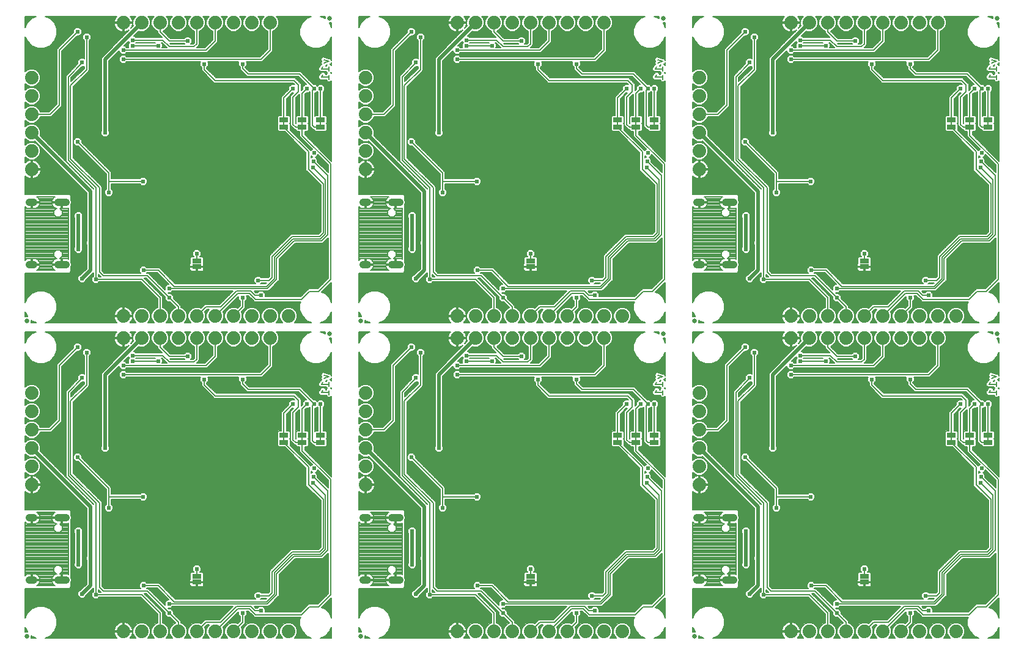
<source format=gbl>
G75*
%MOIN*%
%OFA0B0*%
%FSLAX25Y25*%
%IPPOS*%
%LPD*%
%AMOC8*
5,1,8,0,0,1.08239X$1,22.5*
%
%ADD10C,0.00800*%
%ADD11C,0.07400*%
%ADD12R,0.05000X0.02500*%
%ADD13R,0.01000X0.01600*%
%ADD14C,0.02500*%
%ADD15C,0.03937*%
%ADD16C,0.02400*%
%ADD17C,0.00600*%
%ADD18C,0.02000*%
D10*
X0051043Y0058500D02*
X0051059Y0058507D01*
X0051611Y0058876D01*
X0052080Y0059345D01*
X0052449Y0059897D01*
X0052703Y0060510D01*
X0052819Y0061092D01*
X0048683Y0061092D01*
X0048683Y0061892D01*
X0052819Y0061892D01*
X0052703Y0062475D01*
X0052449Y0063088D01*
X0052080Y0063639D01*
X0051611Y0064109D01*
X0051059Y0064477D01*
X0050446Y0064731D01*
X0049796Y0064861D01*
X0048683Y0064861D01*
X0048683Y0061892D01*
X0047883Y0061892D01*
X0047883Y0064861D01*
X0046770Y0064861D01*
X0046119Y0064731D01*
X0045506Y0064477D01*
X0044954Y0064109D01*
X0044742Y0063896D01*
X0044742Y0093104D01*
X0044954Y0092891D01*
X0045506Y0092523D01*
X0046119Y0092269D01*
X0046770Y0092139D01*
X0047883Y0092139D01*
X0047883Y0095108D01*
X0048683Y0095108D01*
X0048683Y0095908D01*
X0052819Y0095908D01*
X0052703Y0096490D01*
X0052449Y0097103D01*
X0052080Y0097655D01*
X0051611Y0098124D01*
X0051059Y0098493D01*
X0051043Y0098500D01*
X0060995Y0098500D01*
X0060978Y0098493D01*
X0060427Y0098124D01*
X0059958Y0097655D01*
X0059589Y0097103D01*
X0059335Y0096490D01*
X0059219Y0095908D01*
X0064339Y0095908D01*
X0064339Y0095108D01*
X0059219Y0095108D01*
X0059335Y0094525D01*
X0059589Y0093912D01*
X0059958Y0093361D01*
X0060427Y0092891D01*
X0060978Y0092523D01*
X0061592Y0092269D01*
X0062151Y0092157D01*
X0061709Y0092157D01*
X0060373Y0090822D01*
X0060373Y0088934D01*
X0061709Y0087598D01*
X0063597Y0087598D01*
X0064932Y0088934D01*
X0064932Y0090822D01*
X0063615Y0092139D01*
X0064339Y0092139D01*
X0064339Y0095108D01*
X0065139Y0095108D01*
X0065139Y0092139D01*
X0067237Y0092139D01*
X0067887Y0092269D01*
X0068342Y0092457D01*
X0068342Y0064543D01*
X0067887Y0064731D01*
X0067237Y0064861D01*
X0065139Y0064861D01*
X0065139Y0061892D01*
X0064339Y0061892D01*
X0064339Y0061092D01*
X0059219Y0061092D01*
X0059335Y0060510D01*
X0059589Y0059897D01*
X0059958Y0059345D01*
X0060427Y0058876D01*
X0060978Y0058507D01*
X0060995Y0058500D01*
X0051043Y0058500D01*
X0051563Y0058843D02*
X0060475Y0058843D01*
X0059759Y0059642D02*
X0052279Y0059642D01*
X0052674Y0060440D02*
X0059364Y0060440D01*
X0059219Y0061892D02*
X0064339Y0061892D01*
X0064339Y0064861D01*
X0063615Y0064861D01*
X0064932Y0066178D01*
X0064932Y0068066D01*
X0063597Y0069402D01*
X0061709Y0069402D01*
X0060373Y0068066D01*
X0060373Y0066178D01*
X0061709Y0064843D01*
X0062151Y0064843D01*
X0061592Y0064731D01*
X0060978Y0064477D01*
X0060427Y0064109D01*
X0059958Y0063639D01*
X0059589Y0063088D01*
X0059335Y0062475D01*
X0059219Y0061892D01*
X0059248Y0062037D02*
X0052790Y0062037D01*
X0052553Y0062836D02*
X0059485Y0062836D01*
X0059954Y0063634D02*
X0052084Y0063634D01*
X0051126Y0064433D02*
X0060912Y0064433D01*
X0061320Y0065232D02*
X0044742Y0065232D01*
X0044742Y0066030D02*
X0060521Y0066030D01*
X0060373Y0066829D02*
X0044742Y0066829D01*
X0044742Y0067627D02*
X0060373Y0067627D01*
X0060733Y0068426D02*
X0044742Y0068426D01*
X0044742Y0069224D02*
X0061531Y0069224D01*
X0063775Y0069224D02*
X0068342Y0069224D01*
X0068342Y0068426D02*
X0064573Y0068426D01*
X0064932Y0067627D02*
X0068342Y0067627D01*
X0068342Y0066829D02*
X0064932Y0066829D01*
X0064785Y0066030D02*
X0068342Y0066030D01*
X0068342Y0065232D02*
X0063986Y0065232D01*
X0064339Y0064433D02*
X0065139Y0064433D01*
X0065139Y0063634D02*
X0064339Y0063634D01*
X0064339Y0062836D02*
X0065139Y0062836D01*
X0065139Y0062037D02*
X0064339Y0062037D01*
X0064339Y0061239D02*
X0048683Y0061239D01*
X0048683Y0062037D02*
X0047883Y0062037D01*
X0047883Y0062836D02*
X0048683Y0062836D01*
X0048683Y0063634D02*
X0047883Y0063634D01*
X0047883Y0064433D02*
X0048683Y0064433D01*
X0045440Y0064433D02*
X0044742Y0064433D01*
X0044742Y0070023D02*
X0068342Y0070023D01*
X0068342Y0070821D02*
X0044742Y0070821D01*
X0044742Y0071620D02*
X0068342Y0071620D01*
X0068342Y0072418D02*
X0044742Y0072418D01*
X0044742Y0073217D02*
X0068342Y0073217D01*
X0068342Y0074015D02*
X0044742Y0074015D01*
X0044742Y0074814D02*
X0068342Y0074814D01*
X0068342Y0075612D02*
X0044742Y0075612D01*
X0044742Y0076411D02*
X0068342Y0076411D01*
X0068342Y0077209D02*
X0044742Y0077209D01*
X0044742Y0078008D02*
X0068342Y0078008D01*
X0068342Y0078806D02*
X0044742Y0078806D01*
X0044742Y0079605D02*
X0068342Y0079605D01*
X0068342Y0080403D02*
X0044742Y0080403D01*
X0044742Y0081202D02*
X0068342Y0081202D01*
X0068342Y0082000D02*
X0044742Y0082000D01*
X0044742Y0082799D02*
X0068342Y0082799D01*
X0068342Y0083597D02*
X0044742Y0083597D01*
X0044742Y0084396D02*
X0068342Y0084396D01*
X0068342Y0085194D02*
X0044742Y0085194D01*
X0044742Y0085993D02*
X0068342Y0085993D01*
X0068342Y0086791D02*
X0044742Y0086791D01*
X0044742Y0087590D02*
X0068342Y0087590D01*
X0068342Y0088388D02*
X0064387Y0088388D01*
X0064932Y0089187D02*
X0068342Y0089187D01*
X0068342Y0089985D02*
X0064932Y0089985D01*
X0064932Y0090784D02*
X0068342Y0090784D01*
X0068342Y0091582D02*
X0064172Y0091582D01*
X0064339Y0092381D02*
X0065139Y0092381D01*
X0065139Y0093179D02*
X0064339Y0093179D01*
X0064339Y0093978D02*
X0065139Y0093978D01*
X0065139Y0094776D02*
X0064339Y0094776D01*
X0064339Y0095575D02*
X0048683Y0095575D01*
X0048683Y0095108D02*
X0052819Y0095108D01*
X0052703Y0094525D01*
X0052449Y0093912D01*
X0052080Y0093361D01*
X0051611Y0092891D01*
X0051059Y0092523D01*
X0050446Y0092269D01*
X0049796Y0092139D01*
X0048683Y0092139D01*
X0048683Y0095108D01*
X0048683Y0094776D02*
X0047883Y0094776D01*
X0047883Y0093978D02*
X0048683Y0093978D01*
X0048683Y0093179D02*
X0047883Y0093179D01*
X0047883Y0092381D02*
X0048683Y0092381D01*
X0050717Y0092381D02*
X0061321Y0092381D01*
X0061134Y0091582D02*
X0044742Y0091582D01*
X0044742Y0090784D02*
X0060373Y0090784D01*
X0060373Y0089985D02*
X0044742Y0089985D01*
X0044742Y0089187D02*
X0060373Y0089187D01*
X0060919Y0088388D02*
X0044742Y0088388D01*
X0044742Y0092381D02*
X0045848Y0092381D01*
X0051899Y0093179D02*
X0060139Y0093179D01*
X0059562Y0093978D02*
X0052476Y0093978D01*
X0052753Y0094776D02*
X0059285Y0094776D01*
X0059312Y0096373D02*
X0052726Y0096373D01*
X0052403Y0097172D02*
X0059635Y0097172D01*
X0060273Y0097970D02*
X0051765Y0097970D01*
X0068158Y0092381D02*
X0068342Y0092381D01*
X0206242Y0163842D02*
X0210442Y0163842D01*
X0210442Y0165008D02*
X0210442Y0162675D01*
X0207175Y0165008D02*
X0206242Y0163842D01*
X0206242Y0168342D02*
X0210442Y0168342D01*
X0210442Y0169508D02*
X0210442Y0167175D01*
X0207175Y0169508D02*
X0206242Y0168342D01*
X0207642Y0171458D02*
X0210442Y0172392D01*
X0207642Y0173325D01*
X0233043Y0230500D02*
X0233059Y0230507D01*
X0233611Y0230876D01*
X0234080Y0231345D01*
X0234449Y0231897D01*
X0234703Y0232510D01*
X0234819Y0233092D01*
X0230683Y0233092D01*
X0230683Y0233892D01*
X0234819Y0233892D01*
X0234703Y0234475D01*
X0234449Y0235088D01*
X0234080Y0235639D01*
X0233611Y0236109D01*
X0233059Y0236477D01*
X0232446Y0236731D01*
X0231796Y0236861D01*
X0230683Y0236861D01*
X0230683Y0233892D01*
X0229883Y0233892D01*
X0229883Y0236861D01*
X0228770Y0236861D01*
X0228119Y0236731D01*
X0227506Y0236477D01*
X0226954Y0236109D01*
X0226742Y0235896D01*
X0226742Y0265104D01*
X0226954Y0264891D01*
X0227506Y0264523D01*
X0228119Y0264269D01*
X0228770Y0264139D01*
X0229883Y0264139D01*
X0229883Y0267108D01*
X0230683Y0267108D01*
X0230683Y0267908D01*
X0234819Y0267908D01*
X0234703Y0268490D01*
X0234449Y0269103D01*
X0234080Y0269655D01*
X0233611Y0270124D01*
X0233059Y0270493D01*
X0233043Y0270500D01*
X0242995Y0270500D01*
X0242978Y0270493D01*
X0242427Y0270124D01*
X0241958Y0269655D01*
X0241589Y0269103D01*
X0241335Y0268490D01*
X0241219Y0267908D01*
X0246339Y0267908D01*
X0246339Y0267108D01*
X0241219Y0267108D01*
X0241335Y0266525D01*
X0241589Y0265912D01*
X0241958Y0265361D01*
X0242427Y0264891D01*
X0242978Y0264523D01*
X0243592Y0264269D01*
X0244151Y0264157D01*
X0243709Y0264157D01*
X0242373Y0262822D01*
X0242373Y0260934D01*
X0243709Y0259598D01*
X0245597Y0259598D01*
X0246932Y0260934D01*
X0246932Y0262822D01*
X0245615Y0264139D01*
X0246339Y0264139D01*
X0246339Y0267108D01*
X0247139Y0267108D01*
X0247139Y0264139D01*
X0249237Y0264139D01*
X0249887Y0264269D01*
X0250342Y0264457D01*
X0250342Y0236543D01*
X0249887Y0236731D01*
X0249237Y0236861D01*
X0247139Y0236861D01*
X0247139Y0233892D01*
X0246339Y0233892D01*
X0246339Y0233092D01*
X0241219Y0233092D01*
X0241335Y0232510D01*
X0241589Y0231897D01*
X0241958Y0231345D01*
X0242427Y0230876D01*
X0242978Y0230507D01*
X0242995Y0230500D01*
X0233043Y0230500D01*
X0233084Y0230523D02*
X0242954Y0230523D01*
X0241981Y0231322D02*
X0234057Y0231322D01*
X0234542Y0232120D02*
X0241496Y0232120D01*
X0241254Y0232919D02*
X0234784Y0232919D01*
X0234686Y0234516D02*
X0241352Y0234516D01*
X0241335Y0234475D02*
X0241219Y0233892D01*
X0246339Y0233892D01*
X0246339Y0236861D01*
X0245615Y0236861D01*
X0246932Y0238178D01*
X0246932Y0240066D01*
X0245597Y0241402D01*
X0243709Y0241402D01*
X0242373Y0240066D01*
X0242373Y0238178D01*
X0243709Y0236843D01*
X0244151Y0236843D01*
X0243592Y0236731D01*
X0242978Y0236477D01*
X0242427Y0236109D01*
X0241958Y0235639D01*
X0241589Y0235088D01*
X0241335Y0234475D01*
X0241740Y0235314D02*
X0234297Y0235314D01*
X0233605Y0236113D02*
X0242433Y0236113D01*
X0243640Y0236911D02*
X0226742Y0236911D01*
X0226742Y0236113D02*
X0226961Y0236113D01*
X0226742Y0237710D02*
X0242841Y0237710D01*
X0242373Y0238508D02*
X0226742Y0238508D01*
X0226742Y0239307D02*
X0242373Y0239307D01*
X0242413Y0240105D02*
X0226742Y0240105D01*
X0226742Y0240904D02*
X0243211Y0240904D01*
X0246095Y0240904D02*
X0250342Y0240904D01*
X0250342Y0240105D02*
X0246893Y0240105D01*
X0246932Y0239307D02*
X0250342Y0239307D01*
X0250342Y0238508D02*
X0246932Y0238508D01*
X0246464Y0237710D02*
X0250342Y0237710D01*
X0250342Y0236911D02*
X0245666Y0236911D01*
X0246339Y0236113D02*
X0247139Y0236113D01*
X0247139Y0235314D02*
X0246339Y0235314D01*
X0246339Y0234516D02*
X0247139Y0234516D01*
X0246339Y0233717D02*
X0230683Y0233717D01*
X0230683Y0234516D02*
X0229883Y0234516D01*
X0229883Y0235314D02*
X0230683Y0235314D01*
X0230683Y0236113D02*
X0229883Y0236113D01*
X0226742Y0241703D02*
X0250342Y0241703D01*
X0250342Y0242501D02*
X0226742Y0242501D01*
X0226742Y0243300D02*
X0250342Y0243300D01*
X0250342Y0244098D02*
X0226742Y0244098D01*
X0226742Y0244897D02*
X0250342Y0244897D01*
X0250342Y0245695D02*
X0226742Y0245695D01*
X0226742Y0246494D02*
X0250342Y0246494D01*
X0250342Y0247292D02*
X0226742Y0247292D01*
X0226742Y0248091D02*
X0250342Y0248091D01*
X0250342Y0248889D02*
X0226742Y0248889D01*
X0226742Y0249688D02*
X0250342Y0249688D01*
X0250342Y0250486D02*
X0226742Y0250486D01*
X0226742Y0251285D02*
X0250342Y0251285D01*
X0250342Y0252083D02*
X0226742Y0252083D01*
X0226742Y0252882D02*
X0250342Y0252882D01*
X0250342Y0253680D02*
X0226742Y0253680D01*
X0226742Y0254479D02*
X0250342Y0254479D01*
X0250342Y0255277D02*
X0226742Y0255277D01*
X0226742Y0256076D02*
X0250342Y0256076D01*
X0250342Y0256874D02*
X0226742Y0256874D01*
X0226742Y0257673D02*
X0250342Y0257673D01*
X0250342Y0258471D02*
X0226742Y0258471D01*
X0226742Y0259270D02*
X0250342Y0259270D01*
X0250342Y0260068D02*
X0246067Y0260068D01*
X0246865Y0260867D02*
X0250342Y0260867D01*
X0250342Y0261665D02*
X0246932Y0261665D01*
X0246932Y0262464D02*
X0250342Y0262464D01*
X0250342Y0263262D02*
X0246492Y0263262D01*
X0245694Y0264061D02*
X0250342Y0264061D01*
X0247139Y0264859D02*
X0246339Y0264859D01*
X0246339Y0265658D02*
X0247139Y0265658D01*
X0247139Y0266456D02*
X0246339Y0266456D01*
X0246339Y0267255D02*
X0230683Y0267255D01*
X0230683Y0267108D02*
X0234819Y0267108D01*
X0234703Y0266525D01*
X0234449Y0265912D01*
X0234080Y0265361D01*
X0233611Y0264891D01*
X0233059Y0264523D01*
X0232446Y0264269D01*
X0231796Y0264139D01*
X0230683Y0264139D01*
X0230683Y0267108D01*
X0230683Y0266456D02*
X0229883Y0266456D01*
X0229883Y0265658D02*
X0230683Y0265658D01*
X0230683Y0264859D02*
X0229883Y0264859D01*
X0227002Y0264859D02*
X0226742Y0264859D01*
X0226742Y0264061D02*
X0243612Y0264061D01*
X0242813Y0263262D02*
X0226742Y0263262D01*
X0226742Y0262464D02*
X0242373Y0262464D01*
X0242373Y0261665D02*
X0226742Y0261665D01*
X0226742Y0260867D02*
X0242440Y0260867D01*
X0243239Y0260068D02*
X0226742Y0260068D01*
X0233563Y0264859D02*
X0242475Y0264859D01*
X0241759Y0265658D02*
X0234279Y0265658D01*
X0234674Y0266456D02*
X0241364Y0266456D01*
X0241248Y0268053D02*
X0234790Y0268053D01*
X0234553Y0268852D02*
X0241485Y0268852D01*
X0241954Y0269650D02*
X0234084Y0269650D01*
X0233125Y0270449D02*
X0242913Y0270449D01*
X0210442Y0334675D02*
X0210442Y0337008D01*
X0210442Y0335842D02*
X0206242Y0335842D01*
X0207175Y0337008D01*
X0206242Y0340342D02*
X0210442Y0340342D01*
X0210442Y0341508D02*
X0210442Y0339175D01*
X0207175Y0341508D02*
X0206242Y0340342D01*
X0207642Y0343458D02*
X0210442Y0344392D01*
X0207642Y0345325D01*
X0068342Y0264457D02*
X0068342Y0236543D01*
X0067887Y0236731D01*
X0067237Y0236861D01*
X0065139Y0236861D01*
X0065139Y0233892D01*
X0064339Y0233892D01*
X0064339Y0233092D01*
X0059219Y0233092D01*
X0059335Y0232510D01*
X0059589Y0231897D01*
X0059958Y0231345D01*
X0060427Y0230876D01*
X0060978Y0230507D01*
X0060995Y0230500D01*
X0051043Y0230500D01*
X0051059Y0230507D01*
X0051611Y0230876D01*
X0052080Y0231345D01*
X0052449Y0231897D01*
X0052703Y0232510D01*
X0052819Y0233092D01*
X0048683Y0233092D01*
X0048683Y0233892D01*
X0052819Y0233892D01*
X0052703Y0234475D01*
X0052449Y0235088D01*
X0052080Y0235639D01*
X0051611Y0236109D01*
X0051059Y0236477D01*
X0050446Y0236731D01*
X0049796Y0236861D01*
X0048683Y0236861D01*
X0048683Y0233892D01*
X0047883Y0233892D01*
X0047883Y0236861D01*
X0046770Y0236861D01*
X0046119Y0236731D01*
X0045506Y0236477D01*
X0044954Y0236109D01*
X0044742Y0235896D01*
X0044742Y0265104D01*
X0044954Y0264891D01*
X0045506Y0264523D01*
X0046119Y0264269D01*
X0046770Y0264139D01*
X0047883Y0264139D01*
X0047883Y0267108D01*
X0048683Y0267108D01*
X0048683Y0267908D01*
X0052819Y0267908D01*
X0052703Y0268490D01*
X0052449Y0269103D01*
X0052080Y0269655D01*
X0051611Y0270124D01*
X0051059Y0270493D01*
X0051043Y0270500D01*
X0060995Y0270500D01*
X0060978Y0270493D01*
X0060427Y0270124D01*
X0059958Y0269655D01*
X0059589Y0269103D01*
X0059335Y0268490D01*
X0059219Y0267908D01*
X0064339Y0267908D01*
X0064339Y0267108D01*
X0059219Y0267108D01*
X0059335Y0266525D01*
X0059589Y0265912D01*
X0059958Y0265361D01*
X0060427Y0264891D01*
X0060978Y0264523D01*
X0061592Y0264269D01*
X0062151Y0264157D01*
X0061709Y0264157D01*
X0060373Y0262822D01*
X0060373Y0260934D01*
X0061709Y0259598D01*
X0063597Y0259598D01*
X0064932Y0260934D01*
X0064932Y0262822D01*
X0063615Y0264139D01*
X0064339Y0264139D01*
X0064339Y0267108D01*
X0065139Y0267108D01*
X0065139Y0264139D01*
X0067237Y0264139D01*
X0067887Y0264269D01*
X0068342Y0264457D01*
X0068342Y0264061D02*
X0063694Y0264061D01*
X0064339Y0264859D02*
X0065139Y0264859D01*
X0065139Y0265658D02*
X0064339Y0265658D01*
X0064339Y0266456D02*
X0065139Y0266456D01*
X0064339Y0267255D02*
X0048683Y0267255D01*
X0048683Y0267108D02*
X0052819Y0267108D01*
X0052703Y0266525D01*
X0052449Y0265912D01*
X0052080Y0265361D01*
X0051611Y0264891D01*
X0051059Y0264523D01*
X0050446Y0264269D01*
X0049796Y0264139D01*
X0048683Y0264139D01*
X0048683Y0267108D01*
X0048683Y0266456D02*
X0047883Y0266456D01*
X0047883Y0265658D02*
X0048683Y0265658D01*
X0048683Y0264859D02*
X0047883Y0264859D01*
X0045002Y0264859D02*
X0044742Y0264859D01*
X0044742Y0264061D02*
X0061612Y0264061D01*
X0060813Y0263262D02*
X0044742Y0263262D01*
X0044742Y0262464D02*
X0060373Y0262464D01*
X0060373Y0261665D02*
X0044742Y0261665D01*
X0044742Y0260867D02*
X0060440Y0260867D01*
X0061239Y0260068D02*
X0044742Y0260068D01*
X0044742Y0259270D02*
X0068342Y0259270D01*
X0068342Y0260068D02*
X0064067Y0260068D01*
X0064865Y0260867D02*
X0068342Y0260867D01*
X0068342Y0261665D02*
X0064932Y0261665D01*
X0064932Y0262464D02*
X0068342Y0262464D01*
X0068342Y0263262D02*
X0064492Y0263262D01*
X0060475Y0264859D02*
X0051563Y0264859D01*
X0052279Y0265658D02*
X0059759Y0265658D01*
X0059364Y0266456D02*
X0052674Y0266456D01*
X0052790Y0268053D02*
X0059248Y0268053D01*
X0059485Y0268852D02*
X0052553Y0268852D01*
X0052084Y0269650D02*
X0059954Y0269650D01*
X0060913Y0270449D02*
X0051125Y0270449D01*
X0044742Y0258471D02*
X0068342Y0258471D01*
X0068342Y0257673D02*
X0044742Y0257673D01*
X0044742Y0256874D02*
X0068342Y0256874D01*
X0068342Y0256076D02*
X0044742Y0256076D01*
X0044742Y0255277D02*
X0068342Y0255277D01*
X0068342Y0254479D02*
X0044742Y0254479D01*
X0044742Y0253680D02*
X0068342Y0253680D01*
X0068342Y0252882D02*
X0044742Y0252882D01*
X0044742Y0252083D02*
X0068342Y0252083D01*
X0068342Y0251285D02*
X0044742Y0251285D01*
X0044742Y0250486D02*
X0068342Y0250486D01*
X0068342Y0249688D02*
X0044742Y0249688D01*
X0044742Y0248889D02*
X0068342Y0248889D01*
X0068342Y0248091D02*
X0044742Y0248091D01*
X0044742Y0247292D02*
X0068342Y0247292D01*
X0068342Y0246494D02*
X0044742Y0246494D01*
X0044742Y0245695D02*
X0068342Y0245695D01*
X0068342Y0244897D02*
X0044742Y0244897D01*
X0044742Y0244098D02*
X0068342Y0244098D01*
X0068342Y0243300D02*
X0044742Y0243300D01*
X0044742Y0242501D02*
X0068342Y0242501D01*
X0068342Y0241703D02*
X0044742Y0241703D01*
X0044742Y0240904D02*
X0061211Y0240904D01*
X0061709Y0241402D02*
X0060373Y0240066D01*
X0060373Y0238178D01*
X0061709Y0236843D01*
X0062151Y0236843D01*
X0061592Y0236731D01*
X0060978Y0236477D01*
X0060427Y0236109D01*
X0059958Y0235639D01*
X0059589Y0235088D01*
X0059335Y0234475D01*
X0059219Y0233892D01*
X0064339Y0233892D01*
X0064339Y0236861D01*
X0063615Y0236861D01*
X0064932Y0238178D01*
X0064932Y0240066D01*
X0063597Y0241402D01*
X0061709Y0241402D01*
X0060413Y0240105D02*
X0044742Y0240105D01*
X0044742Y0239307D02*
X0060373Y0239307D01*
X0060373Y0238508D02*
X0044742Y0238508D01*
X0044742Y0237710D02*
X0060841Y0237710D01*
X0061640Y0236911D02*
X0044742Y0236911D01*
X0044742Y0236113D02*
X0044961Y0236113D01*
X0047883Y0236113D02*
X0048683Y0236113D01*
X0048683Y0235314D02*
X0047883Y0235314D01*
X0047883Y0234516D02*
X0048683Y0234516D01*
X0048683Y0233717D02*
X0064339Y0233717D01*
X0064339Y0234516D02*
X0065139Y0234516D01*
X0065139Y0235314D02*
X0064339Y0235314D01*
X0064339Y0236113D02*
X0065139Y0236113D01*
X0063666Y0236911D02*
X0068342Y0236911D01*
X0068342Y0237710D02*
X0064464Y0237710D01*
X0064932Y0238508D02*
X0068342Y0238508D01*
X0068342Y0239307D02*
X0064932Y0239307D01*
X0064893Y0240105D02*
X0068342Y0240105D01*
X0068342Y0240904D02*
X0064095Y0240904D01*
X0060433Y0236113D02*
X0051605Y0236113D01*
X0052297Y0235314D02*
X0059740Y0235314D01*
X0059352Y0234516D02*
X0052686Y0234516D01*
X0052784Y0232919D02*
X0059254Y0232919D01*
X0059496Y0232120D02*
X0052542Y0232120D01*
X0052057Y0231322D02*
X0059981Y0231322D01*
X0060954Y0230523D02*
X0051084Y0230523D01*
X0233043Y0098500D02*
X0242995Y0098500D01*
X0242978Y0098493D01*
X0242427Y0098124D01*
X0241958Y0097655D01*
X0241589Y0097103D01*
X0241335Y0096490D01*
X0241219Y0095908D01*
X0246339Y0095908D01*
X0246339Y0095108D01*
X0241219Y0095108D01*
X0241335Y0094525D01*
X0241589Y0093912D01*
X0241958Y0093361D01*
X0242427Y0092891D01*
X0242978Y0092523D01*
X0243592Y0092269D01*
X0244151Y0092157D01*
X0243709Y0092157D01*
X0242373Y0090822D01*
X0242373Y0088934D01*
X0243709Y0087598D01*
X0245597Y0087598D01*
X0246932Y0088934D01*
X0246932Y0090822D01*
X0245615Y0092139D01*
X0246339Y0092139D01*
X0246339Y0095108D01*
X0247139Y0095108D01*
X0247139Y0092139D01*
X0249237Y0092139D01*
X0249887Y0092269D01*
X0250342Y0092457D01*
X0250342Y0064543D01*
X0249887Y0064731D01*
X0249237Y0064861D01*
X0247139Y0064861D01*
X0247139Y0061892D01*
X0246339Y0061892D01*
X0246339Y0061092D01*
X0241219Y0061092D01*
X0241335Y0060510D01*
X0241589Y0059897D01*
X0241958Y0059345D01*
X0242427Y0058876D01*
X0242978Y0058507D01*
X0242995Y0058500D01*
X0233043Y0058500D01*
X0233059Y0058507D01*
X0233611Y0058876D01*
X0234080Y0059345D01*
X0234449Y0059897D01*
X0234703Y0060510D01*
X0234819Y0061092D01*
X0230683Y0061092D01*
X0230683Y0061892D01*
X0234819Y0061892D01*
X0234703Y0062475D01*
X0234449Y0063088D01*
X0234080Y0063639D01*
X0233611Y0064109D01*
X0233059Y0064477D01*
X0232446Y0064731D01*
X0231796Y0064861D01*
X0230683Y0064861D01*
X0230683Y0061892D01*
X0229883Y0061892D01*
X0229883Y0064861D01*
X0228770Y0064861D01*
X0228119Y0064731D01*
X0227506Y0064477D01*
X0226954Y0064109D01*
X0226742Y0063896D01*
X0226742Y0093104D01*
X0226954Y0092891D01*
X0227506Y0092523D01*
X0228119Y0092269D01*
X0228770Y0092139D01*
X0229883Y0092139D01*
X0229883Y0095108D01*
X0230683Y0095108D01*
X0230683Y0095908D01*
X0234819Y0095908D01*
X0234703Y0096490D01*
X0234449Y0097103D01*
X0234080Y0097655D01*
X0233611Y0098124D01*
X0233059Y0098493D01*
X0233043Y0098500D01*
X0233765Y0097970D02*
X0242273Y0097970D01*
X0241635Y0097172D02*
X0234403Y0097172D01*
X0234726Y0096373D02*
X0241312Y0096373D01*
X0241285Y0094776D02*
X0234753Y0094776D01*
X0234703Y0094525D02*
X0234819Y0095108D01*
X0230683Y0095108D01*
X0230683Y0092139D01*
X0231796Y0092139D01*
X0232446Y0092269D01*
X0233059Y0092523D01*
X0233611Y0092891D01*
X0234080Y0093361D01*
X0234449Y0093912D01*
X0234703Y0094525D01*
X0234476Y0093978D02*
X0241562Y0093978D01*
X0242139Y0093179D02*
X0233899Y0093179D01*
X0232717Y0092381D02*
X0243321Y0092381D01*
X0243134Y0091582D02*
X0226742Y0091582D01*
X0226742Y0090784D02*
X0242373Y0090784D01*
X0242373Y0089985D02*
X0226742Y0089985D01*
X0226742Y0089187D02*
X0242373Y0089187D01*
X0242919Y0088388D02*
X0226742Y0088388D01*
X0226742Y0087590D02*
X0250342Y0087590D01*
X0250342Y0088388D02*
X0246387Y0088388D01*
X0246932Y0089187D02*
X0250342Y0089187D01*
X0250342Y0089985D02*
X0246932Y0089985D01*
X0246932Y0090784D02*
X0250342Y0090784D01*
X0250342Y0091582D02*
X0246172Y0091582D01*
X0246339Y0092381D02*
X0247139Y0092381D01*
X0247139Y0093179D02*
X0246339Y0093179D01*
X0246339Y0093978D02*
X0247139Y0093978D01*
X0247139Y0094776D02*
X0246339Y0094776D01*
X0246339Y0095575D02*
X0230683Y0095575D01*
X0230683Y0094776D02*
X0229883Y0094776D01*
X0229883Y0093978D02*
X0230683Y0093978D01*
X0230683Y0093179D02*
X0229883Y0093179D01*
X0229883Y0092381D02*
X0230683Y0092381D01*
X0227848Y0092381D02*
X0226742Y0092381D01*
X0226742Y0086791D02*
X0250342Y0086791D01*
X0250342Y0085993D02*
X0226742Y0085993D01*
X0226742Y0085194D02*
X0250342Y0085194D01*
X0250342Y0084396D02*
X0226742Y0084396D01*
X0226742Y0083597D02*
X0250342Y0083597D01*
X0250342Y0082799D02*
X0226742Y0082799D01*
X0226742Y0082000D02*
X0250342Y0082000D01*
X0250342Y0081202D02*
X0226742Y0081202D01*
X0226742Y0080403D02*
X0250342Y0080403D01*
X0250342Y0079605D02*
X0226742Y0079605D01*
X0226742Y0078806D02*
X0250342Y0078806D01*
X0250342Y0078008D02*
X0226742Y0078008D01*
X0226742Y0077209D02*
X0250342Y0077209D01*
X0250342Y0076411D02*
X0226742Y0076411D01*
X0226742Y0075612D02*
X0250342Y0075612D01*
X0250342Y0074814D02*
X0226742Y0074814D01*
X0226742Y0074015D02*
X0250342Y0074015D01*
X0250342Y0073217D02*
X0226742Y0073217D01*
X0226742Y0072418D02*
X0250342Y0072418D01*
X0250342Y0071620D02*
X0226742Y0071620D01*
X0226742Y0070821D02*
X0250342Y0070821D01*
X0250342Y0070023D02*
X0226742Y0070023D01*
X0226742Y0069224D02*
X0243531Y0069224D01*
X0243709Y0069402D02*
X0242373Y0068066D01*
X0242373Y0066178D01*
X0243709Y0064843D01*
X0244151Y0064843D01*
X0243592Y0064731D01*
X0242978Y0064477D01*
X0242427Y0064109D01*
X0241958Y0063639D01*
X0241589Y0063088D01*
X0241335Y0062475D01*
X0241219Y0061892D01*
X0246339Y0061892D01*
X0246339Y0064861D01*
X0245615Y0064861D01*
X0246932Y0066178D01*
X0246932Y0068066D01*
X0245597Y0069402D01*
X0243709Y0069402D01*
X0242733Y0068426D02*
X0226742Y0068426D01*
X0226742Y0067627D02*
X0242373Y0067627D01*
X0242373Y0066829D02*
X0226742Y0066829D01*
X0226742Y0066030D02*
X0242521Y0066030D01*
X0243320Y0065232D02*
X0226742Y0065232D01*
X0226742Y0064433D02*
X0227440Y0064433D01*
X0229883Y0064433D02*
X0230683Y0064433D01*
X0230683Y0063634D02*
X0229883Y0063634D01*
X0229883Y0062836D02*
X0230683Y0062836D01*
X0230683Y0062037D02*
X0229883Y0062037D01*
X0230683Y0061239D02*
X0246339Y0061239D01*
X0246339Y0062037D02*
X0247139Y0062037D01*
X0247139Y0062836D02*
X0246339Y0062836D01*
X0246339Y0063634D02*
X0247139Y0063634D01*
X0247139Y0064433D02*
X0246339Y0064433D01*
X0245986Y0065232D02*
X0250342Y0065232D01*
X0250342Y0066030D02*
X0246785Y0066030D01*
X0246932Y0066829D02*
X0250342Y0066829D01*
X0250342Y0067627D02*
X0246932Y0067627D01*
X0246573Y0068426D02*
X0250342Y0068426D01*
X0250342Y0069224D02*
X0245775Y0069224D01*
X0242912Y0064433D02*
X0233126Y0064433D01*
X0234084Y0063634D02*
X0241954Y0063634D01*
X0241485Y0062836D02*
X0234553Y0062836D01*
X0234790Y0062037D02*
X0241248Y0062037D01*
X0241364Y0060440D02*
X0234674Y0060440D01*
X0234279Y0059642D02*
X0241759Y0059642D01*
X0242475Y0058843D02*
X0233563Y0058843D01*
X0250158Y0092381D02*
X0250342Y0092381D01*
X0388242Y0163842D02*
X0392442Y0163842D01*
X0392442Y0165008D02*
X0392442Y0162675D01*
X0389175Y0165008D02*
X0388242Y0163842D01*
X0388242Y0168342D02*
X0392442Y0168342D01*
X0392442Y0169508D02*
X0392442Y0167175D01*
X0389175Y0169508D02*
X0388242Y0168342D01*
X0389642Y0171458D02*
X0392442Y0172392D01*
X0389642Y0173325D01*
X0415043Y0230500D02*
X0415059Y0230507D01*
X0415611Y0230876D01*
X0416080Y0231345D01*
X0416449Y0231897D01*
X0416703Y0232510D01*
X0416819Y0233092D01*
X0412683Y0233092D01*
X0412683Y0233892D01*
X0416819Y0233892D01*
X0416703Y0234475D01*
X0416449Y0235088D01*
X0416080Y0235639D01*
X0415611Y0236109D01*
X0415059Y0236477D01*
X0414446Y0236731D01*
X0413796Y0236861D01*
X0412683Y0236861D01*
X0412683Y0233892D01*
X0411883Y0233892D01*
X0411883Y0236861D01*
X0410770Y0236861D01*
X0410119Y0236731D01*
X0409506Y0236477D01*
X0408954Y0236109D01*
X0408742Y0235896D01*
X0408742Y0265104D01*
X0408954Y0264891D01*
X0409506Y0264523D01*
X0410119Y0264269D01*
X0410770Y0264139D01*
X0411883Y0264139D01*
X0411883Y0267108D01*
X0412683Y0267108D01*
X0412683Y0267908D01*
X0416819Y0267908D01*
X0416703Y0268490D01*
X0416449Y0269103D01*
X0416080Y0269655D01*
X0415611Y0270124D01*
X0415059Y0270493D01*
X0415042Y0270500D01*
X0424995Y0270500D01*
X0424978Y0270493D01*
X0424427Y0270124D01*
X0423958Y0269655D01*
X0423589Y0269103D01*
X0423335Y0268490D01*
X0423219Y0267908D01*
X0428339Y0267908D01*
X0428339Y0267108D01*
X0423219Y0267108D01*
X0423335Y0266525D01*
X0423589Y0265912D01*
X0423958Y0265361D01*
X0424427Y0264891D01*
X0424978Y0264523D01*
X0425592Y0264269D01*
X0426151Y0264157D01*
X0425709Y0264157D01*
X0424373Y0262822D01*
X0424373Y0260934D01*
X0425709Y0259598D01*
X0427597Y0259598D01*
X0428932Y0260934D01*
X0428932Y0262822D01*
X0427615Y0264139D01*
X0428339Y0264139D01*
X0428339Y0267108D01*
X0429139Y0267108D01*
X0429139Y0264139D01*
X0431237Y0264139D01*
X0431887Y0264269D01*
X0432342Y0264457D01*
X0432342Y0236543D01*
X0431887Y0236731D01*
X0431237Y0236861D01*
X0429139Y0236861D01*
X0429139Y0233892D01*
X0428339Y0233892D01*
X0428339Y0233092D01*
X0423219Y0233092D01*
X0423335Y0232510D01*
X0423589Y0231897D01*
X0423958Y0231345D01*
X0424427Y0230876D01*
X0424978Y0230507D01*
X0424995Y0230500D01*
X0415043Y0230500D01*
X0415084Y0230523D02*
X0424954Y0230523D01*
X0423981Y0231322D02*
X0416057Y0231322D01*
X0416542Y0232120D02*
X0423496Y0232120D01*
X0423254Y0232919D02*
X0416784Y0232919D01*
X0416686Y0234516D02*
X0423352Y0234516D01*
X0423335Y0234475D02*
X0423219Y0233892D01*
X0428339Y0233892D01*
X0428339Y0236861D01*
X0427615Y0236861D01*
X0428932Y0238178D01*
X0428932Y0240066D01*
X0427597Y0241402D01*
X0425709Y0241402D01*
X0424373Y0240066D01*
X0424373Y0238178D01*
X0425709Y0236843D01*
X0426151Y0236843D01*
X0425592Y0236731D01*
X0424978Y0236477D01*
X0424427Y0236109D01*
X0423958Y0235639D01*
X0423589Y0235088D01*
X0423335Y0234475D01*
X0423740Y0235314D02*
X0416297Y0235314D01*
X0415605Y0236113D02*
X0424433Y0236113D01*
X0425640Y0236911D02*
X0408742Y0236911D01*
X0408742Y0236113D02*
X0408961Y0236113D01*
X0408742Y0237710D02*
X0424841Y0237710D01*
X0424373Y0238508D02*
X0408742Y0238508D01*
X0408742Y0239307D02*
X0424373Y0239307D01*
X0424413Y0240105D02*
X0408742Y0240105D01*
X0408742Y0240904D02*
X0425211Y0240904D01*
X0428095Y0240904D02*
X0432342Y0240904D01*
X0432342Y0240105D02*
X0428893Y0240105D01*
X0428932Y0239307D02*
X0432342Y0239307D01*
X0432342Y0238508D02*
X0428932Y0238508D01*
X0428464Y0237710D02*
X0432342Y0237710D01*
X0432342Y0236911D02*
X0427666Y0236911D01*
X0428339Y0236113D02*
X0429139Y0236113D01*
X0429139Y0235314D02*
X0428339Y0235314D01*
X0428339Y0234516D02*
X0429139Y0234516D01*
X0428339Y0233717D02*
X0412683Y0233717D01*
X0412683Y0234516D02*
X0411883Y0234516D01*
X0411883Y0235314D02*
X0412683Y0235314D01*
X0412683Y0236113D02*
X0411883Y0236113D01*
X0408742Y0241703D02*
X0432342Y0241703D01*
X0432342Y0242501D02*
X0408742Y0242501D01*
X0408742Y0243300D02*
X0432342Y0243300D01*
X0432342Y0244098D02*
X0408742Y0244098D01*
X0408742Y0244897D02*
X0432342Y0244897D01*
X0432342Y0245695D02*
X0408742Y0245695D01*
X0408742Y0246494D02*
X0432342Y0246494D01*
X0432342Y0247292D02*
X0408742Y0247292D01*
X0408742Y0248091D02*
X0432342Y0248091D01*
X0432342Y0248889D02*
X0408742Y0248889D01*
X0408742Y0249688D02*
X0432342Y0249688D01*
X0432342Y0250486D02*
X0408742Y0250486D01*
X0408742Y0251285D02*
X0432342Y0251285D01*
X0432342Y0252083D02*
X0408742Y0252083D01*
X0408742Y0252882D02*
X0432342Y0252882D01*
X0432342Y0253680D02*
X0408742Y0253680D01*
X0408742Y0254479D02*
X0432342Y0254479D01*
X0432342Y0255277D02*
X0408742Y0255277D01*
X0408742Y0256076D02*
X0432342Y0256076D01*
X0432342Y0256874D02*
X0408742Y0256874D01*
X0408742Y0257673D02*
X0432342Y0257673D01*
X0432342Y0258471D02*
X0408742Y0258471D01*
X0408742Y0259270D02*
X0432342Y0259270D01*
X0432342Y0260068D02*
X0428067Y0260068D01*
X0428865Y0260867D02*
X0432342Y0260867D01*
X0432342Y0261665D02*
X0428932Y0261665D01*
X0428932Y0262464D02*
X0432342Y0262464D01*
X0432342Y0263262D02*
X0428492Y0263262D01*
X0427694Y0264061D02*
X0432342Y0264061D01*
X0429139Y0264859D02*
X0428339Y0264859D01*
X0428339Y0265658D02*
X0429139Y0265658D01*
X0429139Y0266456D02*
X0428339Y0266456D01*
X0428339Y0267255D02*
X0412683Y0267255D01*
X0412683Y0267108D02*
X0416819Y0267108D01*
X0416703Y0266525D01*
X0416449Y0265912D01*
X0416080Y0265361D01*
X0415611Y0264891D01*
X0415059Y0264523D01*
X0414446Y0264269D01*
X0413796Y0264139D01*
X0412683Y0264139D01*
X0412683Y0267108D01*
X0412683Y0266456D02*
X0411883Y0266456D01*
X0411883Y0265658D02*
X0412683Y0265658D01*
X0412683Y0264859D02*
X0411883Y0264859D01*
X0409002Y0264859D02*
X0408742Y0264859D01*
X0408742Y0264061D02*
X0425612Y0264061D01*
X0424813Y0263262D02*
X0408742Y0263262D01*
X0408742Y0262464D02*
X0424373Y0262464D01*
X0424373Y0261665D02*
X0408742Y0261665D01*
X0408742Y0260867D02*
X0424440Y0260867D01*
X0425239Y0260068D02*
X0408742Y0260068D01*
X0415563Y0264859D02*
X0424475Y0264859D01*
X0423759Y0265658D02*
X0416279Y0265658D01*
X0416674Y0266456D02*
X0423364Y0266456D01*
X0423248Y0268053D02*
X0416790Y0268053D01*
X0416553Y0268852D02*
X0423485Y0268852D01*
X0423954Y0269650D02*
X0416084Y0269650D01*
X0415125Y0270449D02*
X0424913Y0270449D01*
X0392442Y0334675D02*
X0392442Y0337008D01*
X0392442Y0335842D02*
X0388242Y0335842D01*
X0389175Y0337008D01*
X0388242Y0340342D02*
X0392442Y0340342D01*
X0392442Y0341508D02*
X0392442Y0339175D01*
X0389175Y0341508D02*
X0388242Y0340342D01*
X0389642Y0343458D02*
X0392442Y0344392D01*
X0389642Y0345325D01*
X0570242Y0340342D02*
X0574442Y0340342D01*
X0574442Y0341508D02*
X0574442Y0339175D01*
X0574442Y0337008D02*
X0574442Y0334675D01*
X0574442Y0335842D02*
X0570242Y0335842D01*
X0571175Y0337008D01*
X0570242Y0340342D02*
X0571175Y0341508D01*
X0571642Y0343458D02*
X0574442Y0344392D01*
X0571642Y0345325D01*
X0571642Y0173325D02*
X0574442Y0172392D01*
X0571642Y0171458D01*
X0571175Y0169508D02*
X0570242Y0168342D01*
X0574442Y0168342D01*
X0574442Y0169508D02*
X0574442Y0167175D01*
X0574442Y0165008D02*
X0574442Y0162675D01*
X0574442Y0163842D02*
X0570242Y0163842D01*
X0571175Y0165008D01*
X0432342Y0092457D02*
X0432342Y0064543D01*
X0431887Y0064731D01*
X0431237Y0064861D01*
X0429139Y0064861D01*
X0429139Y0061892D01*
X0428339Y0061892D01*
X0428339Y0061092D01*
X0423219Y0061092D01*
X0423335Y0060510D01*
X0423589Y0059897D01*
X0423958Y0059345D01*
X0424427Y0058876D01*
X0424978Y0058507D01*
X0424995Y0058500D01*
X0415043Y0058500D01*
X0415059Y0058507D01*
X0415611Y0058876D01*
X0416080Y0059345D01*
X0416449Y0059897D01*
X0416703Y0060510D01*
X0416819Y0061092D01*
X0412683Y0061092D01*
X0412683Y0061892D01*
X0416819Y0061892D01*
X0416703Y0062475D01*
X0416449Y0063088D01*
X0416080Y0063639D01*
X0415611Y0064109D01*
X0415059Y0064477D01*
X0414446Y0064731D01*
X0413796Y0064861D01*
X0412683Y0064861D01*
X0412683Y0061892D01*
X0411883Y0061892D01*
X0411883Y0064861D01*
X0410770Y0064861D01*
X0410119Y0064731D01*
X0409506Y0064477D01*
X0408954Y0064109D01*
X0408742Y0063896D01*
X0408742Y0093104D01*
X0408954Y0092891D01*
X0409506Y0092523D01*
X0410119Y0092269D01*
X0410770Y0092139D01*
X0411883Y0092139D01*
X0411883Y0095108D01*
X0412683Y0095108D01*
X0412683Y0095908D01*
X0416819Y0095908D01*
X0416703Y0096490D01*
X0416449Y0097103D01*
X0416080Y0097655D01*
X0415611Y0098124D01*
X0415059Y0098493D01*
X0415043Y0098500D01*
X0424995Y0098500D01*
X0424978Y0098493D01*
X0424427Y0098124D01*
X0423958Y0097655D01*
X0423589Y0097103D01*
X0423335Y0096490D01*
X0423219Y0095908D01*
X0428339Y0095908D01*
X0428339Y0095108D01*
X0423219Y0095108D01*
X0423335Y0094525D01*
X0423589Y0093912D01*
X0423958Y0093361D01*
X0424427Y0092891D01*
X0424978Y0092523D01*
X0425592Y0092269D01*
X0426151Y0092157D01*
X0425709Y0092157D01*
X0424373Y0090822D01*
X0424373Y0088934D01*
X0425709Y0087598D01*
X0427597Y0087598D01*
X0428932Y0088934D01*
X0428932Y0090822D01*
X0427615Y0092139D01*
X0428339Y0092139D01*
X0428339Y0095108D01*
X0429139Y0095108D01*
X0429139Y0092139D01*
X0431237Y0092139D01*
X0431887Y0092269D01*
X0432342Y0092457D01*
X0432342Y0092381D02*
X0432158Y0092381D01*
X0432342Y0091582D02*
X0428172Y0091582D01*
X0428339Y0092381D02*
X0429139Y0092381D01*
X0429139Y0093179D02*
X0428339Y0093179D01*
X0428339Y0093978D02*
X0429139Y0093978D01*
X0429139Y0094776D02*
X0428339Y0094776D01*
X0428339Y0095575D02*
X0412683Y0095575D01*
X0412683Y0095108D02*
X0416819Y0095108D01*
X0416703Y0094525D01*
X0416449Y0093912D01*
X0416080Y0093361D01*
X0415611Y0092891D01*
X0415059Y0092523D01*
X0414446Y0092269D01*
X0413796Y0092139D01*
X0412683Y0092139D01*
X0412683Y0095108D01*
X0412683Y0094776D02*
X0411883Y0094776D01*
X0411883Y0093978D02*
X0412683Y0093978D01*
X0412683Y0093179D02*
X0411883Y0093179D01*
X0411883Y0092381D02*
X0412683Y0092381D01*
X0414717Y0092381D02*
X0425321Y0092381D01*
X0425134Y0091582D02*
X0408742Y0091582D01*
X0408742Y0090784D02*
X0424373Y0090784D01*
X0424373Y0089985D02*
X0408742Y0089985D01*
X0408742Y0089187D02*
X0424373Y0089187D01*
X0424919Y0088388D02*
X0408742Y0088388D01*
X0408742Y0087590D02*
X0432342Y0087590D01*
X0432342Y0088388D02*
X0428387Y0088388D01*
X0428932Y0089187D02*
X0432342Y0089187D01*
X0432342Y0089985D02*
X0428932Y0089985D01*
X0428932Y0090784D02*
X0432342Y0090784D01*
X0432342Y0086791D02*
X0408742Y0086791D01*
X0408742Y0085993D02*
X0432342Y0085993D01*
X0432342Y0085194D02*
X0408742Y0085194D01*
X0408742Y0084396D02*
X0432342Y0084396D01*
X0432342Y0083597D02*
X0408742Y0083597D01*
X0408742Y0082799D02*
X0432342Y0082799D01*
X0432342Y0082000D02*
X0408742Y0082000D01*
X0408742Y0081202D02*
X0432342Y0081202D01*
X0432342Y0080403D02*
X0408742Y0080403D01*
X0408742Y0079605D02*
X0432342Y0079605D01*
X0432342Y0078806D02*
X0408742Y0078806D01*
X0408742Y0078008D02*
X0432342Y0078008D01*
X0432342Y0077209D02*
X0408742Y0077209D01*
X0408742Y0076411D02*
X0432342Y0076411D01*
X0432342Y0075612D02*
X0408742Y0075612D01*
X0408742Y0074814D02*
X0432342Y0074814D01*
X0432342Y0074015D02*
X0408742Y0074015D01*
X0408742Y0073217D02*
X0432342Y0073217D01*
X0432342Y0072418D02*
X0408742Y0072418D01*
X0408742Y0071620D02*
X0432342Y0071620D01*
X0432342Y0070821D02*
X0408742Y0070821D01*
X0408742Y0070023D02*
X0432342Y0070023D01*
X0432342Y0069224D02*
X0427775Y0069224D01*
X0427597Y0069402D02*
X0425709Y0069402D01*
X0424373Y0068066D01*
X0424373Y0066178D01*
X0425709Y0064843D01*
X0426151Y0064843D01*
X0425592Y0064731D01*
X0424978Y0064477D01*
X0424427Y0064109D01*
X0423958Y0063639D01*
X0423589Y0063088D01*
X0423335Y0062475D01*
X0423219Y0061892D01*
X0428339Y0061892D01*
X0428339Y0064861D01*
X0427615Y0064861D01*
X0428932Y0066178D01*
X0428932Y0068066D01*
X0427597Y0069402D01*
X0428573Y0068426D02*
X0432342Y0068426D01*
X0432342Y0067627D02*
X0428932Y0067627D01*
X0428932Y0066829D02*
X0432342Y0066829D01*
X0432342Y0066030D02*
X0428785Y0066030D01*
X0427986Y0065232D02*
X0432342Y0065232D01*
X0429139Y0064433D02*
X0428339Y0064433D01*
X0428339Y0063634D02*
X0429139Y0063634D01*
X0429139Y0062836D02*
X0428339Y0062836D01*
X0428339Y0062037D02*
X0429139Y0062037D01*
X0428339Y0061239D02*
X0412683Y0061239D01*
X0412683Y0062037D02*
X0411883Y0062037D01*
X0411883Y0062836D02*
X0412683Y0062836D01*
X0412683Y0063634D02*
X0411883Y0063634D01*
X0411883Y0064433D02*
X0412683Y0064433D01*
X0415126Y0064433D02*
X0424912Y0064433D01*
X0425320Y0065232D02*
X0408742Y0065232D01*
X0408742Y0066030D02*
X0424521Y0066030D01*
X0424373Y0066829D02*
X0408742Y0066829D01*
X0408742Y0067627D02*
X0424373Y0067627D01*
X0424733Y0068426D02*
X0408742Y0068426D01*
X0408742Y0069224D02*
X0425531Y0069224D01*
X0423954Y0063634D02*
X0416084Y0063634D01*
X0416553Y0062836D02*
X0423485Y0062836D01*
X0423248Y0062037D02*
X0416790Y0062037D01*
X0416674Y0060440D02*
X0423364Y0060440D01*
X0423759Y0059642D02*
X0416279Y0059642D01*
X0415563Y0058843D02*
X0424475Y0058843D01*
X0409440Y0064433D02*
X0408742Y0064433D01*
X0408742Y0092381D02*
X0409848Y0092381D01*
X0415899Y0093179D02*
X0424139Y0093179D01*
X0423562Y0093978D02*
X0416476Y0093978D01*
X0416753Y0094776D02*
X0423285Y0094776D01*
X0423312Y0096373D02*
X0416726Y0096373D01*
X0416403Y0097172D02*
X0423635Y0097172D01*
X0424273Y0097970D02*
X0415765Y0097970D01*
D11*
X0412342Y0113500D03*
X0412342Y0123500D03*
X0412342Y0133500D03*
X0412342Y0143500D03*
X0412342Y0153500D03*
X0412342Y0163500D03*
X0462342Y0193500D03*
X0472342Y0193500D03*
X0482342Y0193500D03*
X0492342Y0193500D03*
X0502342Y0193500D03*
X0512342Y0193500D03*
X0522342Y0193500D03*
X0532342Y0193500D03*
X0542342Y0193500D03*
X0542342Y0205500D03*
X0552342Y0205500D03*
X0532342Y0205500D03*
X0522342Y0205500D03*
X0512342Y0205500D03*
X0502342Y0205500D03*
X0492342Y0205500D03*
X0482342Y0205500D03*
X0472342Y0205500D03*
X0462342Y0205500D03*
X0370342Y0205500D03*
X0360342Y0205500D03*
X0350342Y0205500D03*
X0340342Y0205500D03*
X0330342Y0205500D03*
X0320342Y0205500D03*
X0310342Y0205500D03*
X0300342Y0205500D03*
X0290342Y0205500D03*
X0280342Y0205500D03*
X0280342Y0193500D03*
X0290342Y0193500D03*
X0300342Y0193500D03*
X0310342Y0193500D03*
X0320342Y0193500D03*
X0330342Y0193500D03*
X0340342Y0193500D03*
X0350342Y0193500D03*
X0360342Y0193500D03*
X0230342Y0163500D03*
X0230342Y0153500D03*
X0230342Y0143500D03*
X0230342Y0133500D03*
X0230342Y0123500D03*
X0230342Y0113500D03*
X0178342Y0193500D03*
X0168342Y0193500D03*
X0158342Y0193500D03*
X0148342Y0193500D03*
X0138342Y0193500D03*
X0128342Y0193500D03*
X0118342Y0193500D03*
X0108342Y0193500D03*
X0098342Y0193500D03*
X0098342Y0205500D03*
X0108342Y0205500D03*
X0118342Y0205500D03*
X0128342Y0205500D03*
X0138342Y0205500D03*
X0148342Y0205500D03*
X0158342Y0205500D03*
X0168342Y0205500D03*
X0178342Y0205500D03*
X0188342Y0205500D03*
X0230342Y0285500D03*
X0230342Y0295500D03*
X0230342Y0305500D03*
X0230342Y0315500D03*
X0230342Y0325500D03*
X0230342Y0335500D03*
X0280342Y0365500D03*
X0290342Y0365500D03*
X0300342Y0365500D03*
X0310342Y0365500D03*
X0320342Y0365500D03*
X0330342Y0365500D03*
X0340342Y0365500D03*
X0350342Y0365500D03*
X0360342Y0365500D03*
X0412342Y0335500D03*
X0412342Y0325500D03*
X0412342Y0315500D03*
X0412342Y0305500D03*
X0412342Y0295500D03*
X0412342Y0285500D03*
X0462342Y0365500D03*
X0472342Y0365500D03*
X0482342Y0365500D03*
X0492342Y0365500D03*
X0502342Y0365500D03*
X0512342Y0365500D03*
X0522342Y0365500D03*
X0532342Y0365500D03*
X0542342Y0365500D03*
X0178342Y0365500D03*
X0168342Y0365500D03*
X0158342Y0365500D03*
X0148342Y0365500D03*
X0138342Y0365500D03*
X0128342Y0365500D03*
X0118342Y0365500D03*
X0108342Y0365500D03*
X0098342Y0365500D03*
X0048342Y0335500D03*
X0048342Y0325500D03*
X0048342Y0315500D03*
X0048342Y0305500D03*
X0048342Y0295500D03*
X0048342Y0285500D03*
X0048342Y0163500D03*
X0048342Y0153500D03*
X0048342Y0143500D03*
X0048342Y0133500D03*
X0048342Y0123500D03*
X0048342Y0113500D03*
X0098342Y0033500D03*
X0108342Y0033500D03*
X0118342Y0033500D03*
X0128342Y0033500D03*
X0138342Y0033500D03*
X0148342Y0033500D03*
X0158342Y0033500D03*
X0168342Y0033500D03*
X0178342Y0033500D03*
X0188342Y0033500D03*
X0280342Y0033500D03*
X0290342Y0033500D03*
X0300342Y0033500D03*
X0310342Y0033500D03*
X0320342Y0033500D03*
X0330342Y0033500D03*
X0340342Y0033500D03*
X0350342Y0033500D03*
X0360342Y0033500D03*
X0370342Y0033500D03*
X0462342Y0033500D03*
X0472342Y0033500D03*
X0482342Y0033500D03*
X0492342Y0033500D03*
X0502342Y0033500D03*
X0512342Y0033500D03*
X0522342Y0033500D03*
X0532342Y0033500D03*
X0542342Y0033500D03*
X0552342Y0033500D03*
D12*
X0502342Y0060400D03*
X0502342Y0063600D03*
X0549842Y0136500D03*
X0549842Y0140500D03*
X0559842Y0140500D03*
X0559842Y0136500D03*
X0569842Y0136500D03*
X0569842Y0140500D03*
X0502342Y0232400D03*
X0502342Y0235600D03*
X0549842Y0308500D03*
X0549842Y0312500D03*
X0559842Y0312500D03*
X0559842Y0308500D03*
X0569842Y0308500D03*
X0569842Y0312500D03*
X0387842Y0312500D03*
X0387842Y0308500D03*
X0377842Y0308500D03*
X0377842Y0312500D03*
X0367842Y0312500D03*
X0367842Y0308500D03*
X0320342Y0235600D03*
X0320342Y0232400D03*
X0205842Y0308500D03*
X0205842Y0312500D03*
X0195842Y0312500D03*
X0195842Y0308500D03*
X0185842Y0308500D03*
X0185842Y0312500D03*
X0138342Y0235600D03*
X0138342Y0232400D03*
X0185842Y0140500D03*
X0185842Y0136500D03*
X0195842Y0136500D03*
X0195842Y0140500D03*
X0205842Y0140500D03*
X0205842Y0136500D03*
X0138342Y0063600D03*
X0138342Y0060400D03*
X0320342Y0060400D03*
X0320342Y0063600D03*
X0367842Y0136500D03*
X0367842Y0140500D03*
X0377842Y0140500D03*
X0377842Y0136500D03*
X0387842Y0136500D03*
X0387842Y0140500D03*
D13*
X0387842Y0138500D03*
X0377842Y0138500D03*
X0367842Y0138500D03*
X0205842Y0138500D03*
X0195842Y0138500D03*
X0185842Y0138500D03*
X0185842Y0310500D03*
X0195842Y0310500D03*
X0205842Y0310500D03*
X0367842Y0310500D03*
X0377842Y0310500D03*
X0387842Y0310500D03*
X0549842Y0310500D03*
X0559842Y0310500D03*
X0569842Y0310500D03*
X0569842Y0138500D03*
X0559842Y0138500D03*
X0549842Y0138500D03*
D14*
X0045842Y0031000D03*
X0227842Y0031000D03*
X0409842Y0031000D03*
X0392842Y0196000D03*
X0409842Y0203000D03*
X0574842Y0196000D03*
X0574842Y0368000D03*
X0392842Y0368000D03*
X0210842Y0368000D03*
X0227842Y0203000D03*
X0210842Y0196000D03*
X0045842Y0203000D03*
D15*
X0047102Y0233492D02*
X0047102Y0233492D01*
X0049464Y0233492D01*
X0049464Y0233492D01*
X0047102Y0233492D01*
X0062573Y0233492D02*
X0062573Y0233492D01*
X0066905Y0233492D01*
X0066905Y0233492D01*
X0062573Y0233492D01*
X0062573Y0267508D02*
X0062573Y0267508D01*
X0066905Y0267508D01*
X0066905Y0267508D01*
X0062573Y0267508D01*
X0047102Y0267508D02*
X0047102Y0267508D01*
X0049464Y0267508D01*
X0049464Y0267508D01*
X0047102Y0267508D01*
X0229102Y0267508D02*
X0229102Y0267508D01*
X0231464Y0267508D01*
X0231464Y0267508D01*
X0229102Y0267508D01*
X0244573Y0267508D02*
X0244573Y0267508D01*
X0248905Y0267508D01*
X0248905Y0267508D01*
X0244573Y0267508D01*
X0244573Y0233492D02*
X0244573Y0233492D01*
X0248905Y0233492D01*
X0248905Y0233492D01*
X0244573Y0233492D01*
X0229102Y0233492D02*
X0229102Y0233492D01*
X0231464Y0233492D01*
X0231464Y0233492D01*
X0229102Y0233492D01*
X0411102Y0233492D02*
X0411102Y0233492D01*
X0413464Y0233492D01*
X0413464Y0233492D01*
X0411102Y0233492D01*
X0426573Y0233492D02*
X0426573Y0233492D01*
X0430905Y0233492D01*
X0430905Y0233492D01*
X0426573Y0233492D01*
X0426573Y0267508D02*
X0426573Y0267508D01*
X0430905Y0267508D01*
X0430905Y0267508D01*
X0426573Y0267508D01*
X0411102Y0267508D02*
X0411102Y0267508D01*
X0413464Y0267508D01*
X0413464Y0267508D01*
X0411102Y0267508D01*
X0411102Y0095508D02*
X0411102Y0095508D01*
X0413464Y0095508D01*
X0413464Y0095508D01*
X0411102Y0095508D01*
X0426573Y0095508D02*
X0426573Y0095508D01*
X0430905Y0095508D01*
X0430905Y0095508D01*
X0426573Y0095508D01*
X0426573Y0061492D02*
X0426573Y0061492D01*
X0430905Y0061492D01*
X0430905Y0061492D01*
X0426573Y0061492D01*
X0411102Y0061492D02*
X0411102Y0061492D01*
X0413464Y0061492D01*
X0413464Y0061492D01*
X0411102Y0061492D01*
X0244573Y0061492D02*
X0244573Y0061492D01*
X0248905Y0061492D01*
X0248905Y0061492D01*
X0244573Y0061492D01*
X0229102Y0061492D02*
X0229102Y0061492D01*
X0231464Y0061492D01*
X0231464Y0061492D01*
X0229102Y0061492D01*
X0229102Y0095508D02*
X0229102Y0095508D01*
X0231464Y0095508D01*
X0231464Y0095508D01*
X0229102Y0095508D01*
X0244573Y0095508D02*
X0244573Y0095508D01*
X0248905Y0095508D01*
X0248905Y0095508D01*
X0244573Y0095508D01*
X0062573Y0095508D02*
X0062573Y0095508D01*
X0066905Y0095508D01*
X0066905Y0095508D01*
X0062573Y0095508D01*
X0047102Y0095508D02*
X0047102Y0095508D01*
X0049464Y0095508D01*
X0049464Y0095508D01*
X0047102Y0095508D01*
X0047102Y0061492D02*
X0047102Y0061492D01*
X0049464Y0061492D01*
X0049464Y0061492D01*
X0047102Y0061492D01*
X0062573Y0061492D02*
X0062573Y0061492D01*
X0066905Y0061492D01*
X0066905Y0061492D01*
X0062573Y0061492D01*
D16*
X0073842Y0066000D03*
X0073842Y0070000D03*
X0080342Y0073500D03*
X0076842Y0078500D03*
X0073842Y0088146D03*
X0073842Y0091500D03*
X0090342Y0094500D03*
X0090342Y0101000D03*
X0108842Y0102500D03*
X0109142Y0107000D03*
X0118842Y0105500D03*
X0118842Y0102500D03*
X0118842Y0097000D03*
X0126842Y0097000D03*
X0135342Y0097000D03*
X0143342Y0097000D03*
X0151342Y0097000D03*
X0151342Y0105000D03*
X0143342Y0105000D03*
X0135342Y0105000D03*
X0126842Y0105000D03*
X0126842Y0113500D03*
X0118842Y0113500D03*
X0118842Y0121000D03*
X0118842Y0124500D03*
X0126842Y0122000D03*
X0135342Y0122000D03*
X0143342Y0122000D03*
X0151342Y0122000D03*
X0151342Y0130000D03*
X0143342Y0130000D03*
X0135342Y0130000D03*
X0126842Y0130000D03*
X0118842Y0130000D03*
X0118842Y0138500D03*
X0126842Y0138500D03*
X0135342Y0138500D03*
X0143342Y0138500D03*
X0151342Y0138500D03*
X0159842Y0138500D03*
X0167842Y0137500D03*
X0167842Y0141500D03*
X0167842Y0145500D03*
X0171342Y0145500D03*
X0174842Y0145500D03*
X0178342Y0145500D03*
X0178342Y0141500D03*
X0178342Y0138000D03*
X0178342Y0134000D03*
X0178342Y0130500D03*
X0167842Y0130000D03*
X0167842Y0133000D03*
X0159842Y0130000D03*
X0159842Y0122000D03*
X0167842Y0122000D03*
X0178342Y0123500D03*
X0178342Y0118500D03*
X0167842Y0113500D03*
X0159842Y0113500D03*
X0159842Y0105000D03*
X0167842Y0105000D03*
X0177842Y0106500D03*
X0185342Y0108000D03*
X0189342Y0108000D03*
X0193842Y0108000D03*
X0198342Y0103000D03*
X0195842Y0099000D03*
X0192342Y0099000D03*
X0188342Y0099000D03*
X0185342Y0098500D03*
X0185342Y0095000D03*
X0177842Y0100000D03*
X0167842Y0097000D03*
X0167842Y0094000D03*
X0167842Y0090000D03*
X0167842Y0085500D03*
X0167842Y0081000D03*
X0171342Y0081000D03*
X0174842Y0081000D03*
X0178342Y0081000D03*
X0178342Y0084500D03*
X0182342Y0084500D03*
X0185842Y0084500D03*
X0185842Y0081000D03*
X0188842Y0080000D03*
X0192342Y0080000D03*
X0195842Y0080000D03*
X0199342Y0080000D03*
X0199342Y0083500D03*
X0182342Y0081000D03*
X0180842Y0077000D03*
X0180842Y0073500D03*
X0174842Y0073000D03*
X0174842Y0076500D03*
X0168342Y0068500D03*
X0173342Y0063500D03*
X0176342Y0063500D03*
X0176842Y0058500D03*
X0173342Y0058500D03*
X0171842Y0053000D03*
X0173342Y0044800D03*
X0163342Y0043500D03*
X0144342Y0061500D03*
X0144342Y0065000D03*
X0143342Y0068500D03*
X0138342Y0067500D03*
X0135342Y0080000D03*
X0143342Y0080000D03*
X0151342Y0080000D03*
X0159842Y0080000D03*
X0159842Y0088500D03*
X0151342Y0088500D03*
X0143342Y0088500D03*
X0135342Y0088500D03*
X0126842Y0088500D03*
X0118842Y0089000D03*
X0118842Y0085500D03*
X0113842Y0081000D03*
X0118842Y0080000D03*
X0112342Y0076500D03*
X0112342Y0073000D03*
X0107342Y0073500D03*
X0103342Y0073500D03*
X0103342Y0078500D03*
X0107342Y0078500D03*
X0108342Y0083500D03*
X0126842Y0080000D03*
X0112342Y0067500D03*
X0107342Y0068000D03*
X0103342Y0068500D03*
X0103342Y0063500D03*
X0108342Y0063500D03*
X0109342Y0058500D03*
X0106342Y0051000D03*
X0103342Y0051000D03*
X0083342Y0053500D03*
X0075842Y0054000D03*
X0072342Y0053500D03*
X0072342Y0043000D03*
X0047842Y0056000D03*
X0123342Y0048500D03*
X0123342Y0043500D03*
X0160842Y0067500D03*
X0199342Y0094500D03*
X0199342Y0098000D03*
X0201842Y0114500D03*
X0201893Y0118000D03*
X0202357Y0122515D03*
X0208342Y0126000D03*
X0194842Y0124000D03*
X0187342Y0126500D03*
X0159842Y0147000D03*
X0151342Y0147000D03*
X0143342Y0147000D03*
X0135342Y0147000D03*
X0126842Y0147000D03*
X0118342Y0147000D03*
X0112842Y0150000D03*
X0112842Y0154500D03*
X0128342Y0158500D03*
X0133342Y0158500D03*
X0138342Y0158500D03*
X0143342Y0158500D03*
X0133342Y0168500D03*
X0128342Y0168500D03*
X0142342Y0170900D03*
X0133342Y0183500D03*
X0117358Y0181000D03*
X0103342Y0181000D03*
X0103342Y0184000D03*
X0098342Y0178500D03*
X0098342Y0173500D03*
X0093342Y0173500D03*
X0084342Y0173500D03*
X0075842Y0171800D03*
X0083342Y0163500D03*
X0093342Y0163500D03*
X0108342Y0168500D03*
X0113342Y0168500D03*
X0078342Y0185600D03*
X0073258Y0188583D03*
X0072342Y0215000D03*
X0072342Y0225500D03*
X0075842Y0226000D03*
X0083342Y0225500D03*
X0103342Y0223000D03*
X0106342Y0223000D03*
X0109342Y0230500D03*
X0108342Y0235500D03*
X0107342Y0240000D03*
X0103342Y0240500D03*
X0103342Y0235500D03*
X0112342Y0239500D03*
X0112342Y0245000D03*
X0112342Y0248500D03*
X0113842Y0253000D03*
X0118842Y0252000D03*
X0118842Y0257500D03*
X0118842Y0261000D03*
X0126842Y0260500D03*
X0135342Y0260500D03*
X0143342Y0260500D03*
X0151342Y0260500D03*
X0159842Y0260500D03*
X0167842Y0262000D03*
X0167842Y0266000D03*
X0167842Y0269000D03*
X0159842Y0269000D03*
X0159842Y0277000D03*
X0167842Y0277000D03*
X0177842Y0278500D03*
X0177842Y0272000D03*
X0185342Y0270500D03*
X0188342Y0271000D03*
X0192342Y0271000D03*
X0195842Y0271000D03*
X0199342Y0270000D03*
X0199342Y0266500D03*
X0199342Y0255500D03*
X0199342Y0252000D03*
X0195842Y0252000D03*
X0192342Y0252000D03*
X0188842Y0252000D03*
X0185842Y0253000D03*
X0185842Y0256500D03*
X0182342Y0256500D03*
X0182342Y0253000D03*
X0178342Y0253000D03*
X0178342Y0256500D03*
X0174842Y0253000D03*
X0171342Y0253000D03*
X0167842Y0253000D03*
X0167842Y0257500D03*
X0159842Y0252000D03*
X0151342Y0252000D03*
X0143342Y0252000D03*
X0135342Y0252000D03*
X0126842Y0252000D03*
X0138342Y0239500D03*
X0143342Y0240500D03*
X0144342Y0237000D03*
X0144342Y0233500D03*
X0160842Y0239500D03*
X0168342Y0240500D03*
X0173342Y0235500D03*
X0176342Y0235500D03*
X0176842Y0230500D03*
X0173342Y0230500D03*
X0171842Y0225000D03*
X0173342Y0216800D03*
X0163342Y0215500D03*
X0123342Y0215500D03*
X0123342Y0220500D03*
X0107342Y0245500D03*
X0103342Y0245500D03*
X0103342Y0250500D03*
X0107342Y0250500D03*
X0108342Y0255500D03*
X0090342Y0266500D03*
X0090342Y0273000D03*
X0108842Y0274500D03*
X0109142Y0279000D03*
X0118842Y0277500D03*
X0118842Y0274500D03*
X0118842Y0269000D03*
X0126842Y0269000D03*
X0135342Y0269000D03*
X0143342Y0269000D03*
X0151342Y0269000D03*
X0151342Y0277000D03*
X0143342Y0277000D03*
X0135342Y0277000D03*
X0126842Y0277000D03*
X0126842Y0285500D03*
X0118842Y0285500D03*
X0118842Y0293000D03*
X0118842Y0296500D03*
X0118842Y0302000D03*
X0126842Y0302000D03*
X0135342Y0302000D03*
X0143342Y0302000D03*
X0151342Y0302000D03*
X0151342Y0294000D03*
X0143342Y0294000D03*
X0135342Y0294000D03*
X0126842Y0294000D03*
X0135342Y0285500D03*
X0143342Y0285500D03*
X0151342Y0285500D03*
X0159842Y0285500D03*
X0167842Y0285500D03*
X0178342Y0290500D03*
X0167842Y0294000D03*
X0159842Y0294000D03*
X0159842Y0302000D03*
X0167842Y0302000D03*
X0167842Y0305000D03*
X0167842Y0309500D03*
X0167842Y0313500D03*
X0167842Y0317500D03*
X0171342Y0317500D03*
X0174842Y0317500D03*
X0178342Y0317500D03*
X0178342Y0313500D03*
X0178342Y0310000D03*
X0178342Y0306000D03*
X0178342Y0302500D03*
X0178342Y0295500D03*
X0187342Y0298500D03*
X0194842Y0296000D03*
X0202357Y0294515D03*
X0201893Y0290000D03*
X0201842Y0286500D03*
X0193842Y0280000D03*
X0189342Y0280000D03*
X0185342Y0280000D03*
X0198342Y0275000D03*
X0185342Y0267000D03*
X0180842Y0249000D03*
X0180842Y0245500D03*
X0174842Y0245000D03*
X0174842Y0248500D03*
X0229842Y0228000D03*
X0254342Y0225500D03*
X0257842Y0226000D03*
X0265342Y0225500D03*
X0254342Y0215000D03*
X0255842Y0238000D03*
X0255842Y0242000D03*
X0262342Y0245500D03*
X0258842Y0250500D03*
X0255842Y0260146D03*
X0255842Y0263500D03*
X0272342Y0266500D03*
X0272342Y0273000D03*
X0290842Y0274500D03*
X0300842Y0274500D03*
X0300842Y0277500D03*
X0308842Y0277000D03*
X0317342Y0277000D03*
X0325342Y0277000D03*
X0333342Y0277000D03*
X0341842Y0277000D03*
X0349842Y0277000D03*
X0349842Y0269000D03*
X0349842Y0266000D03*
X0349842Y0262000D03*
X0349842Y0257500D03*
X0349842Y0253000D03*
X0353342Y0253000D03*
X0356842Y0253000D03*
X0360342Y0253000D03*
X0360342Y0256500D03*
X0364342Y0256500D03*
X0367842Y0256500D03*
X0367842Y0253000D03*
X0370842Y0252000D03*
X0374342Y0252000D03*
X0377842Y0252000D03*
X0381342Y0252000D03*
X0381342Y0255500D03*
X0381342Y0266500D03*
X0381342Y0270000D03*
X0377842Y0271000D03*
X0374342Y0271000D03*
X0370342Y0271000D03*
X0367342Y0270500D03*
X0367342Y0267000D03*
X0359842Y0272000D03*
X0359842Y0278500D03*
X0367342Y0280000D03*
X0371342Y0280000D03*
X0375842Y0280000D03*
X0380342Y0275000D03*
X0383842Y0286500D03*
X0383893Y0290000D03*
X0384357Y0294515D03*
X0390342Y0298000D03*
X0376842Y0296000D03*
X0369342Y0298500D03*
X0360342Y0295500D03*
X0360342Y0302500D03*
X0360342Y0306000D03*
X0360342Y0310000D03*
X0360342Y0313500D03*
X0360342Y0317500D03*
X0356842Y0317500D03*
X0353342Y0317500D03*
X0349842Y0317500D03*
X0349842Y0313500D03*
X0349842Y0309500D03*
X0349842Y0305000D03*
X0349842Y0302000D03*
X0341842Y0302000D03*
X0333342Y0302000D03*
X0325342Y0302000D03*
X0325342Y0294000D03*
X0333342Y0294000D03*
X0341842Y0294000D03*
X0349842Y0294000D03*
X0349842Y0285500D03*
X0341842Y0285500D03*
X0333342Y0285500D03*
X0325342Y0285500D03*
X0317342Y0285500D03*
X0308842Y0285500D03*
X0300842Y0285500D03*
X0291142Y0279000D03*
X0280342Y0288500D03*
X0266842Y0302500D03*
X0262842Y0303500D03*
X0270342Y0305500D03*
X0275342Y0305500D03*
X0288342Y0310000D03*
X0289842Y0315500D03*
X0294842Y0322000D03*
X0294842Y0326500D03*
X0300342Y0319000D03*
X0308842Y0319000D03*
X0317342Y0319000D03*
X0325342Y0319000D03*
X0333342Y0319000D03*
X0341842Y0319000D03*
X0341842Y0310500D03*
X0333342Y0310500D03*
X0325342Y0310500D03*
X0317342Y0310500D03*
X0308842Y0310500D03*
X0300842Y0310500D03*
X0300842Y0302000D03*
X0300842Y0296500D03*
X0300842Y0293000D03*
X0308842Y0294000D03*
X0317342Y0294000D03*
X0317342Y0302000D03*
X0308842Y0302000D03*
X0310342Y0330500D03*
X0315342Y0330500D03*
X0320342Y0330500D03*
X0325342Y0330500D03*
X0340342Y0330500D03*
X0345342Y0330500D03*
X0350342Y0330500D03*
X0356342Y0326500D03*
X0356342Y0322500D03*
X0372842Y0329500D03*
X0380342Y0329500D03*
X0384357Y0329500D03*
X0387842Y0329500D03*
X0345342Y0343000D03*
X0324342Y0342900D03*
X0315342Y0340500D03*
X0310342Y0340500D03*
X0295342Y0340500D03*
X0290342Y0340500D03*
X0280342Y0345500D03*
X0280342Y0350500D03*
X0285342Y0353000D03*
X0285342Y0356000D03*
X0299358Y0353000D03*
X0315342Y0355500D03*
X0275342Y0345500D03*
X0266342Y0345500D03*
X0257842Y0343800D03*
X0265342Y0335500D03*
X0275342Y0335500D03*
X0256842Y0317500D03*
X0254842Y0309000D03*
X0255342Y0300500D03*
X0255342Y0295500D03*
X0229842Y0273500D03*
X0208342Y0298000D03*
X0174342Y0322500D03*
X0174342Y0326500D03*
X0168342Y0330500D03*
X0163342Y0330500D03*
X0158342Y0330500D03*
X0143342Y0330500D03*
X0138342Y0330500D03*
X0133342Y0330500D03*
X0128342Y0330500D03*
X0112842Y0326500D03*
X0112842Y0322000D03*
X0118342Y0319000D03*
X0126842Y0319000D03*
X0135342Y0319000D03*
X0143342Y0319000D03*
X0151342Y0319000D03*
X0159842Y0319000D03*
X0159842Y0310500D03*
X0151342Y0310500D03*
X0143342Y0310500D03*
X0135342Y0310500D03*
X0126842Y0310500D03*
X0118842Y0310500D03*
X0107842Y0315500D03*
X0106342Y0310000D03*
X0093342Y0305500D03*
X0088342Y0305500D03*
X0084842Y0302500D03*
X0080842Y0303500D03*
X0073342Y0300500D03*
X0073342Y0295500D03*
X0072842Y0309000D03*
X0074842Y0317500D03*
X0083342Y0335500D03*
X0093342Y0335500D03*
X0093342Y0345500D03*
X0098342Y0345500D03*
X0098342Y0350500D03*
X0103342Y0353000D03*
X0103342Y0356000D03*
X0117358Y0353000D03*
X0113342Y0340500D03*
X0108342Y0340500D03*
X0128342Y0340500D03*
X0133342Y0340500D03*
X0142342Y0342900D03*
X0163342Y0343000D03*
X0190842Y0329500D03*
X0198342Y0329500D03*
X0202357Y0329500D03*
X0205842Y0329500D03*
X0188342Y0360500D03*
X0133342Y0355500D03*
X0084342Y0345500D03*
X0075842Y0343800D03*
X0078342Y0357600D03*
X0073258Y0360583D03*
X0098342Y0288500D03*
X0073842Y0263500D03*
X0073842Y0260146D03*
X0076842Y0250500D03*
X0080342Y0245500D03*
X0073842Y0242000D03*
X0073842Y0238000D03*
X0047842Y0228000D03*
X0047842Y0273500D03*
X0188342Y0188500D03*
X0163342Y0171000D03*
X0163342Y0158500D03*
X0168342Y0158500D03*
X0174342Y0154500D03*
X0174342Y0150500D03*
X0190842Y0157500D03*
X0198342Y0157500D03*
X0202357Y0157500D03*
X0205842Y0157500D03*
X0158342Y0158500D03*
X0107842Y0143500D03*
X0106342Y0138000D03*
X0093342Y0133500D03*
X0088342Y0133500D03*
X0084842Y0130500D03*
X0080842Y0131500D03*
X0073342Y0128500D03*
X0073342Y0123500D03*
X0072842Y0137000D03*
X0074842Y0145500D03*
X0098342Y0116500D03*
X0135342Y0113500D03*
X0143342Y0113500D03*
X0151342Y0113500D03*
X0159842Y0097000D03*
X0229842Y0101500D03*
X0255842Y0091500D03*
X0255842Y0088146D03*
X0258842Y0078500D03*
X0262342Y0073500D03*
X0255842Y0070000D03*
X0255842Y0066000D03*
X0257842Y0054000D03*
X0254342Y0053500D03*
X0265342Y0053500D03*
X0254342Y0043000D03*
X0229842Y0056000D03*
X0285342Y0051000D03*
X0288342Y0051000D03*
X0291342Y0058500D03*
X0290342Y0063500D03*
X0289342Y0068000D03*
X0285342Y0068500D03*
X0285342Y0063500D03*
X0294342Y0067500D03*
X0294342Y0073000D03*
X0294342Y0076500D03*
X0289342Y0078500D03*
X0285342Y0078500D03*
X0285342Y0073500D03*
X0289342Y0073500D03*
X0295842Y0081000D03*
X0300842Y0080000D03*
X0308842Y0080000D03*
X0317342Y0080000D03*
X0325342Y0080000D03*
X0333342Y0080000D03*
X0341842Y0080000D03*
X0349842Y0081000D03*
X0353342Y0081000D03*
X0356842Y0081000D03*
X0360342Y0081000D03*
X0360342Y0084500D03*
X0364342Y0084500D03*
X0367842Y0084500D03*
X0367842Y0081000D03*
X0370842Y0080000D03*
X0374342Y0080000D03*
X0377842Y0080000D03*
X0381342Y0080000D03*
X0381342Y0083500D03*
X0381342Y0094500D03*
X0381342Y0098000D03*
X0377842Y0099000D03*
X0374342Y0099000D03*
X0370342Y0099000D03*
X0367342Y0098500D03*
X0367342Y0095000D03*
X0359842Y0100000D03*
X0359842Y0106500D03*
X0367342Y0108000D03*
X0371342Y0108000D03*
X0375842Y0108000D03*
X0380342Y0103000D03*
X0383842Y0114500D03*
X0383893Y0118000D03*
X0384357Y0122515D03*
X0390342Y0126000D03*
X0376842Y0124000D03*
X0369342Y0126500D03*
X0360342Y0123500D03*
X0360342Y0118500D03*
X0349842Y0122000D03*
X0341842Y0122000D03*
X0333342Y0122000D03*
X0325342Y0122000D03*
X0325342Y0130000D03*
X0333342Y0130000D03*
X0341842Y0130000D03*
X0349842Y0130000D03*
X0349842Y0133000D03*
X0349842Y0137500D03*
X0349842Y0141500D03*
X0349842Y0145500D03*
X0353342Y0145500D03*
X0356842Y0145500D03*
X0360342Y0145500D03*
X0360342Y0141500D03*
X0360342Y0138000D03*
X0360342Y0134000D03*
X0360342Y0130500D03*
X0341842Y0138500D03*
X0333342Y0138500D03*
X0325342Y0138500D03*
X0317342Y0138500D03*
X0308842Y0138500D03*
X0300842Y0138500D03*
X0300842Y0130000D03*
X0308842Y0130000D03*
X0317342Y0130000D03*
X0317342Y0122000D03*
X0308842Y0122000D03*
X0300842Y0121000D03*
X0300842Y0124500D03*
X0300842Y0113500D03*
X0308842Y0113500D03*
X0317342Y0113500D03*
X0325342Y0113500D03*
X0333342Y0113500D03*
X0341842Y0113500D03*
X0349842Y0113500D03*
X0349842Y0105000D03*
X0341842Y0105000D03*
X0333342Y0105000D03*
X0325342Y0105000D03*
X0325342Y0097000D03*
X0333342Y0097000D03*
X0341842Y0097000D03*
X0349842Y0097000D03*
X0349842Y0094000D03*
X0349842Y0090000D03*
X0349842Y0085500D03*
X0341842Y0088500D03*
X0333342Y0088500D03*
X0325342Y0088500D03*
X0317342Y0088500D03*
X0308842Y0088500D03*
X0300842Y0089000D03*
X0300842Y0085500D03*
X0290342Y0083500D03*
X0272342Y0094500D03*
X0272342Y0101000D03*
X0280342Y0116500D03*
X0291142Y0107000D03*
X0290842Y0102500D03*
X0300842Y0102500D03*
X0300842Y0105500D03*
X0308842Y0105000D03*
X0317342Y0105000D03*
X0317342Y0097000D03*
X0308842Y0097000D03*
X0300842Y0097000D03*
X0255342Y0123500D03*
X0255342Y0128500D03*
X0262842Y0131500D03*
X0266842Y0130500D03*
X0270342Y0133500D03*
X0275342Y0133500D03*
X0288342Y0138000D03*
X0289842Y0143500D03*
X0294842Y0150000D03*
X0294842Y0154500D03*
X0300342Y0147000D03*
X0308842Y0147000D03*
X0317342Y0147000D03*
X0325342Y0147000D03*
X0333342Y0147000D03*
X0341842Y0147000D03*
X0356342Y0150500D03*
X0356342Y0154500D03*
X0350342Y0158500D03*
X0345342Y0158500D03*
X0340342Y0158500D03*
X0325342Y0158500D03*
X0320342Y0158500D03*
X0315342Y0158500D03*
X0310342Y0158500D03*
X0310342Y0168500D03*
X0315342Y0168500D03*
X0324342Y0170900D03*
X0315342Y0183500D03*
X0299358Y0181000D03*
X0285342Y0181000D03*
X0285342Y0184000D03*
X0280342Y0178500D03*
X0280342Y0173500D03*
X0275342Y0173500D03*
X0266342Y0173500D03*
X0257842Y0171800D03*
X0265342Y0163500D03*
X0275342Y0163500D03*
X0290342Y0168500D03*
X0295342Y0168500D03*
X0260342Y0185600D03*
X0255258Y0188583D03*
X0305342Y0215500D03*
X0305342Y0220500D03*
X0288342Y0223000D03*
X0285342Y0223000D03*
X0291342Y0230500D03*
X0290342Y0235500D03*
X0289342Y0240000D03*
X0285342Y0240500D03*
X0285342Y0235500D03*
X0294342Y0239500D03*
X0294342Y0245000D03*
X0294342Y0248500D03*
X0295842Y0253000D03*
X0300842Y0252000D03*
X0300842Y0257500D03*
X0300842Y0261000D03*
X0308842Y0260500D03*
X0317342Y0260500D03*
X0325342Y0260500D03*
X0333342Y0260500D03*
X0341842Y0260500D03*
X0341842Y0252000D03*
X0333342Y0252000D03*
X0325342Y0252000D03*
X0317342Y0252000D03*
X0308842Y0252000D03*
X0290342Y0255500D03*
X0289342Y0250500D03*
X0285342Y0250500D03*
X0285342Y0245500D03*
X0289342Y0245500D03*
X0320342Y0239500D03*
X0325342Y0240500D03*
X0326342Y0237000D03*
X0326342Y0233500D03*
X0342842Y0239500D03*
X0350342Y0240500D03*
X0355342Y0235500D03*
X0358342Y0235500D03*
X0358842Y0230500D03*
X0355342Y0230500D03*
X0353842Y0225000D03*
X0355342Y0216800D03*
X0345342Y0215500D03*
X0356842Y0245000D03*
X0356842Y0248500D03*
X0362842Y0249000D03*
X0362842Y0245500D03*
X0364342Y0253000D03*
X0341842Y0269000D03*
X0333342Y0269000D03*
X0325342Y0269000D03*
X0317342Y0269000D03*
X0308842Y0269000D03*
X0300842Y0269000D03*
X0360342Y0290500D03*
X0411842Y0273500D03*
X0437842Y0263500D03*
X0437842Y0260146D03*
X0440842Y0250500D03*
X0444342Y0245500D03*
X0437842Y0242000D03*
X0437842Y0238000D03*
X0439842Y0226000D03*
X0436342Y0225500D03*
X0447342Y0225500D03*
X0436342Y0215000D03*
X0411842Y0228000D03*
X0467342Y0223000D03*
X0470342Y0223000D03*
X0473342Y0230500D03*
X0472342Y0235500D03*
X0471342Y0240000D03*
X0467342Y0240500D03*
X0467342Y0235500D03*
X0476342Y0239500D03*
X0476342Y0245000D03*
X0476342Y0248500D03*
X0477842Y0253000D03*
X0482842Y0252000D03*
X0482842Y0257500D03*
X0482842Y0261000D03*
X0472342Y0255500D03*
X0471342Y0250500D03*
X0467342Y0250500D03*
X0467342Y0245500D03*
X0471342Y0245500D03*
X0490842Y0252000D03*
X0499342Y0252000D03*
X0507342Y0252000D03*
X0515342Y0252000D03*
X0523842Y0252000D03*
X0531842Y0253000D03*
X0535342Y0253000D03*
X0538842Y0253000D03*
X0542342Y0253000D03*
X0542342Y0256500D03*
X0546342Y0256500D03*
X0549842Y0256500D03*
X0549842Y0253000D03*
X0552842Y0252000D03*
X0556342Y0252000D03*
X0559842Y0252000D03*
X0563342Y0252000D03*
X0563342Y0255500D03*
X0563342Y0266500D03*
X0563342Y0270000D03*
X0559842Y0271000D03*
X0556342Y0271000D03*
X0552342Y0271000D03*
X0549342Y0270500D03*
X0549342Y0267000D03*
X0541842Y0272000D03*
X0541842Y0278500D03*
X0549342Y0280000D03*
X0553342Y0280000D03*
X0557842Y0280000D03*
X0562342Y0275000D03*
X0565842Y0286500D03*
X0565893Y0290000D03*
X0566357Y0294515D03*
X0572342Y0298000D03*
X0558842Y0296000D03*
X0551342Y0298500D03*
X0542342Y0295500D03*
X0542342Y0302500D03*
X0542342Y0306000D03*
X0542342Y0310000D03*
X0542342Y0313500D03*
X0542342Y0317500D03*
X0538842Y0317500D03*
X0535342Y0317500D03*
X0531842Y0317500D03*
X0531842Y0313500D03*
X0531842Y0309500D03*
X0531842Y0305000D03*
X0531842Y0302000D03*
X0531842Y0294000D03*
X0542342Y0290500D03*
X0531842Y0285500D03*
X0523842Y0285500D03*
X0515342Y0285500D03*
X0507342Y0285500D03*
X0499342Y0285500D03*
X0490842Y0285500D03*
X0482842Y0285500D03*
X0473142Y0279000D03*
X0482842Y0277500D03*
X0482842Y0274500D03*
X0482842Y0269000D03*
X0472842Y0274500D03*
X0490842Y0277000D03*
X0499342Y0277000D03*
X0507342Y0277000D03*
X0515342Y0277000D03*
X0523842Y0277000D03*
X0531842Y0277000D03*
X0531842Y0269000D03*
X0531842Y0266000D03*
X0531842Y0262000D03*
X0531842Y0257500D03*
X0523842Y0260500D03*
X0515342Y0260500D03*
X0507342Y0260500D03*
X0499342Y0260500D03*
X0490842Y0260500D03*
X0490842Y0269000D03*
X0499342Y0269000D03*
X0507342Y0269000D03*
X0515342Y0269000D03*
X0523842Y0269000D03*
X0546342Y0253000D03*
X0544842Y0249000D03*
X0544842Y0245500D03*
X0538842Y0245000D03*
X0538842Y0248500D03*
X0532342Y0240500D03*
X0537342Y0235500D03*
X0540342Y0235500D03*
X0540842Y0230500D03*
X0537342Y0230500D03*
X0535842Y0225000D03*
X0537342Y0216800D03*
X0527342Y0215500D03*
X0508342Y0233500D03*
X0508342Y0237000D03*
X0507342Y0240500D03*
X0502342Y0239500D03*
X0524842Y0239500D03*
X0487342Y0220500D03*
X0487342Y0215500D03*
X0437258Y0188583D03*
X0442342Y0185600D03*
X0462342Y0178500D03*
X0467342Y0181000D03*
X0467342Y0184000D03*
X0481358Y0181000D03*
X0477342Y0168500D03*
X0472342Y0168500D03*
X0462342Y0173500D03*
X0457342Y0173500D03*
X0448342Y0173500D03*
X0439842Y0171800D03*
X0447342Y0163500D03*
X0457342Y0163500D03*
X0476842Y0154500D03*
X0476842Y0150000D03*
X0482342Y0147000D03*
X0471842Y0143500D03*
X0470342Y0138000D03*
X0482842Y0138500D03*
X0490842Y0138500D03*
X0499342Y0138500D03*
X0507342Y0138500D03*
X0515342Y0138500D03*
X0523842Y0138500D03*
X0531842Y0137500D03*
X0531842Y0141500D03*
X0531842Y0145500D03*
X0535342Y0145500D03*
X0538842Y0145500D03*
X0542342Y0145500D03*
X0542342Y0141500D03*
X0542342Y0138000D03*
X0542342Y0134000D03*
X0542342Y0130500D03*
X0551342Y0126500D03*
X0558842Y0124000D03*
X0565893Y0118000D03*
X0565842Y0114500D03*
X0566357Y0122515D03*
X0572342Y0126000D03*
X0542342Y0123500D03*
X0542342Y0118500D03*
X0531842Y0122000D03*
X0531842Y0130000D03*
X0531842Y0133000D03*
X0523842Y0130000D03*
X0515342Y0130000D03*
X0507342Y0130000D03*
X0499342Y0130000D03*
X0490842Y0130000D03*
X0490842Y0122000D03*
X0499342Y0122000D03*
X0507342Y0122000D03*
X0515342Y0122000D03*
X0523842Y0122000D03*
X0523842Y0113500D03*
X0515342Y0113500D03*
X0507342Y0113500D03*
X0499342Y0113500D03*
X0490842Y0113500D03*
X0482842Y0113500D03*
X0482842Y0121000D03*
X0482842Y0124500D03*
X0482842Y0130000D03*
X0457342Y0133500D03*
X0452342Y0133500D03*
X0448842Y0130500D03*
X0444842Y0131500D03*
X0437342Y0128500D03*
X0437342Y0123500D03*
X0436842Y0137000D03*
X0438842Y0145500D03*
X0387842Y0157500D03*
X0384357Y0157500D03*
X0380342Y0157500D03*
X0372842Y0157500D03*
X0345342Y0171000D03*
X0370342Y0188500D03*
X0256842Y0145500D03*
X0254842Y0137000D03*
X0356842Y0076500D03*
X0356842Y0073000D03*
X0362842Y0073500D03*
X0362842Y0077000D03*
X0364342Y0081000D03*
X0350342Y0068500D03*
X0355342Y0063500D03*
X0358342Y0063500D03*
X0358842Y0058500D03*
X0355342Y0058500D03*
X0353842Y0053000D03*
X0355342Y0044800D03*
X0345342Y0043500D03*
X0326342Y0061500D03*
X0326342Y0065000D03*
X0325342Y0068500D03*
X0320342Y0067500D03*
X0342842Y0067500D03*
X0305342Y0048500D03*
X0305342Y0043500D03*
X0411842Y0056000D03*
X0436342Y0053500D03*
X0439842Y0054000D03*
X0447342Y0053500D03*
X0436342Y0043000D03*
X0467342Y0051000D03*
X0470342Y0051000D03*
X0473342Y0058500D03*
X0472342Y0063500D03*
X0471342Y0068000D03*
X0467342Y0068500D03*
X0467342Y0063500D03*
X0476342Y0067500D03*
X0476342Y0073000D03*
X0476342Y0076500D03*
X0471342Y0078500D03*
X0467342Y0078500D03*
X0467342Y0073500D03*
X0471342Y0073500D03*
X0482842Y0080000D03*
X0477842Y0081000D03*
X0472342Y0083500D03*
X0482842Y0085500D03*
X0482842Y0089000D03*
X0482842Y0097000D03*
X0482842Y0102500D03*
X0482842Y0105500D03*
X0473142Y0107000D03*
X0472842Y0102500D03*
X0462342Y0116500D03*
X0454342Y0101000D03*
X0454342Y0094500D03*
X0437842Y0091500D03*
X0437842Y0088146D03*
X0440842Y0078500D03*
X0444342Y0073500D03*
X0437842Y0070000D03*
X0437842Y0066000D03*
X0487342Y0048500D03*
X0487342Y0043500D03*
X0508342Y0061500D03*
X0508342Y0065000D03*
X0507342Y0068500D03*
X0502342Y0067500D03*
X0499342Y0080000D03*
X0507342Y0080000D03*
X0515342Y0080000D03*
X0523842Y0080000D03*
X0531842Y0081000D03*
X0535342Y0081000D03*
X0538842Y0081000D03*
X0542342Y0081000D03*
X0542342Y0084500D03*
X0546342Y0084500D03*
X0549842Y0084500D03*
X0549842Y0081000D03*
X0552842Y0080000D03*
X0556342Y0080000D03*
X0559842Y0080000D03*
X0563342Y0080000D03*
X0563342Y0083500D03*
X0546342Y0081000D03*
X0544842Y0077000D03*
X0544842Y0073500D03*
X0538842Y0073000D03*
X0538842Y0076500D03*
X0532342Y0068500D03*
X0537342Y0063500D03*
X0540342Y0063500D03*
X0540842Y0058500D03*
X0537342Y0058500D03*
X0535842Y0053000D03*
X0537342Y0044800D03*
X0527342Y0043500D03*
X0524842Y0067500D03*
X0531842Y0085500D03*
X0531842Y0090000D03*
X0531842Y0094000D03*
X0531842Y0097000D03*
X0541842Y0100000D03*
X0549342Y0098500D03*
X0552342Y0099000D03*
X0556342Y0099000D03*
X0559842Y0099000D03*
X0563342Y0098000D03*
X0563342Y0094500D03*
X0562342Y0103000D03*
X0557842Y0108000D03*
X0553342Y0108000D03*
X0549342Y0108000D03*
X0541842Y0106500D03*
X0531842Y0105000D03*
X0523842Y0105000D03*
X0515342Y0105000D03*
X0507342Y0105000D03*
X0499342Y0105000D03*
X0490842Y0105000D03*
X0490842Y0097000D03*
X0499342Y0097000D03*
X0507342Y0097000D03*
X0515342Y0097000D03*
X0523842Y0097000D03*
X0523842Y0088500D03*
X0515342Y0088500D03*
X0507342Y0088500D03*
X0499342Y0088500D03*
X0490842Y0088500D03*
X0490842Y0080000D03*
X0549342Y0095000D03*
X0531842Y0113500D03*
X0523842Y0147000D03*
X0515342Y0147000D03*
X0507342Y0147000D03*
X0499342Y0147000D03*
X0490842Y0147000D03*
X0492342Y0158500D03*
X0497342Y0158500D03*
X0502342Y0158500D03*
X0507342Y0158500D03*
X0497342Y0168500D03*
X0492342Y0168500D03*
X0506342Y0170900D03*
X0497342Y0183500D03*
X0527342Y0171000D03*
X0527342Y0158500D03*
X0532342Y0158500D03*
X0538342Y0154500D03*
X0538342Y0150500D03*
X0522342Y0158500D03*
X0554842Y0157500D03*
X0562342Y0157500D03*
X0566357Y0157500D03*
X0569842Y0157500D03*
X0552342Y0188500D03*
X0454342Y0266500D03*
X0454342Y0273000D03*
X0462342Y0288500D03*
X0448842Y0302500D03*
X0444842Y0303500D03*
X0452342Y0305500D03*
X0457342Y0305500D03*
X0470342Y0310000D03*
X0482842Y0310500D03*
X0490842Y0310500D03*
X0499342Y0310500D03*
X0507342Y0310500D03*
X0515342Y0310500D03*
X0523842Y0310500D03*
X0523842Y0302000D03*
X0515342Y0302000D03*
X0507342Y0302000D03*
X0499342Y0302000D03*
X0490842Y0302000D03*
X0490842Y0294000D03*
X0499342Y0294000D03*
X0507342Y0294000D03*
X0515342Y0294000D03*
X0523842Y0294000D03*
X0523842Y0319000D03*
X0515342Y0319000D03*
X0507342Y0319000D03*
X0499342Y0319000D03*
X0490842Y0319000D03*
X0482342Y0319000D03*
X0476842Y0322000D03*
X0476842Y0326500D03*
X0471842Y0315500D03*
X0492342Y0330500D03*
X0497342Y0330500D03*
X0502342Y0330500D03*
X0507342Y0330500D03*
X0522342Y0330500D03*
X0527342Y0330500D03*
X0532342Y0330500D03*
X0538342Y0326500D03*
X0538342Y0322500D03*
X0554842Y0329500D03*
X0562342Y0329500D03*
X0566357Y0329500D03*
X0569842Y0329500D03*
X0527342Y0343000D03*
X0506342Y0342900D03*
X0497342Y0340500D03*
X0492342Y0340500D03*
X0477342Y0340500D03*
X0472342Y0340500D03*
X0462342Y0345500D03*
X0462342Y0350500D03*
X0467342Y0353000D03*
X0467342Y0356000D03*
X0481358Y0353000D03*
X0497342Y0355500D03*
X0457342Y0345500D03*
X0448342Y0345500D03*
X0439842Y0343800D03*
X0447342Y0335500D03*
X0457342Y0335500D03*
X0438842Y0317500D03*
X0436842Y0309000D03*
X0437342Y0300500D03*
X0437342Y0295500D03*
X0482842Y0296500D03*
X0482842Y0293000D03*
X0482842Y0302000D03*
X0442342Y0357600D03*
X0437258Y0360583D03*
X0370342Y0360500D03*
X0260342Y0357600D03*
X0255258Y0360583D03*
X0552342Y0360500D03*
X0411842Y0101500D03*
X0047842Y0101500D03*
D17*
X0044842Y0101518D02*
X0077354Y0101518D01*
X0077952Y0100920D02*
X0044842Y0100920D01*
X0044842Y0100321D02*
X0078242Y0100321D01*
X0078242Y0100630D02*
X0078242Y0074653D01*
X0078042Y0074453D01*
X0078042Y0072547D01*
X0078242Y0072347D01*
X0078242Y0059370D01*
X0075172Y0056300D01*
X0074889Y0056300D01*
X0073542Y0054953D01*
X0073542Y0053047D01*
X0074889Y0051700D01*
X0076794Y0051700D01*
X0078142Y0053047D01*
X0078142Y0053330D01*
X0081212Y0056400D01*
X0081942Y0057130D01*
X0081942Y0055353D01*
X0081042Y0054453D01*
X0081042Y0052547D01*
X0082389Y0051200D01*
X0084294Y0051200D01*
X0085194Y0052100D01*
X0107762Y0052100D01*
X0116942Y0042920D01*
X0116942Y0038116D01*
X0115623Y0037569D01*
X0114273Y0036219D01*
X0113542Y0034455D01*
X0113542Y0032545D01*
X0114273Y0030781D01*
X0115054Y0030000D01*
X0111630Y0030000D01*
X0112411Y0030781D01*
X0113142Y0032545D01*
X0113142Y0034455D01*
X0112411Y0036219D01*
X0111061Y0037569D01*
X0109297Y0038300D01*
X0107387Y0038300D01*
X0105623Y0037569D01*
X0104273Y0036219D01*
X0103542Y0034455D01*
X0103542Y0032545D01*
X0104273Y0030781D01*
X0105054Y0030000D01*
X0101913Y0030000D01*
X0102156Y0030243D01*
X0102618Y0030879D01*
X0102975Y0031581D01*
X0103219Y0032329D01*
X0103342Y0033106D01*
X0103342Y0033200D01*
X0098642Y0033200D01*
X0098642Y0033800D01*
X0103342Y0033800D01*
X0103342Y0033894D01*
X0103219Y0034671D01*
X0102975Y0035419D01*
X0102618Y0036121D01*
X0102156Y0036757D01*
X0101599Y0037314D01*
X0100962Y0037776D01*
X0100261Y0038134D01*
X0099513Y0038377D01*
X0098735Y0038500D01*
X0098642Y0038500D01*
X0098642Y0033800D01*
X0098042Y0033800D01*
X0098042Y0038500D01*
X0097948Y0038500D01*
X0097171Y0038377D01*
X0096422Y0038134D01*
X0095721Y0037776D01*
X0095085Y0037314D01*
X0094528Y0036757D01*
X0094065Y0036121D01*
X0093708Y0035419D01*
X0093465Y0034671D01*
X0093342Y0033894D01*
X0093342Y0033800D01*
X0098042Y0033800D01*
X0098042Y0033200D01*
X0093342Y0033200D01*
X0093342Y0033106D01*
X0093465Y0032329D01*
X0093708Y0031581D01*
X0094065Y0030879D01*
X0094528Y0030243D01*
X0094771Y0030000D01*
X0055816Y0030000D01*
X0058327Y0031040D01*
X0060802Y0033515D01*
X0060802Y0033515D01*
X0062142Y0036750D01*
X0062142Y0040250D01*
X0060802Y0043485D01*
X0058327Y0045960D01*
X0058327Y0045960D01*
X0055092Y0047300D01*
X0051591Y0047300D01*
X0048357Y0045960D01*
X0045882Y0043485D01*
X0044842Y0040975D01*
X0044842Y0057000D01*
X0068963Y0057000D01*
X0069842Y0057879D01*
X0069842Y0059121D01*
X0069842Y0060564D01*
X0069973Y0060882D01*
X0069973Y0062102D01*
X0069842Y0062420D01*
X0069842Y0094580D01*
X0069973Y0094898D01*
X0069973Y0096118D01*
X0069842Y0096436D01*
X0069842Y0099121D01*
X0068963Y0100000D01*
X0044842Y0100000D01*
X0044842Y0109929D01*
X0045085Y0109686D01*
X0045721Y0109224D01*
X0046422Y0108866D01*
X0047171Y0108623D01*
X0047948Y0108500D01*
X0048042Y0108500D01*
X0048042Y0113200D01*
X0048642Y0113200D01*
X0048642Y0113800D01*
X0053342Y0113800D01*
X0053342Y0113894D01*
X0053219Y0114671D01*
X0052975Y0115419D01*
X0052618Y0116121D01*
X0052156Y0116757D01*
X0051599Y0117314D01*
X0050962Y0117776D01*
X0050261Y0118134D01*
X0049513Y0118377D01*
X0048735Y0118500D01*
X0048642Y0118500D01*
X0048642Y0113800D01*
X0048042Y0113800D01*
X0048042Y0118500D01*
X0047948Y0118500D01*
X0047171Y0118377D01*
X0046422Y0118134D01*
X0045721Y0117776D01*
X0045085Y0117314D01*
X0044842Y0117071D01*
X0044842Y0120212D01*
X0045623Y0119431D01*
X0047387Y0118700D01*
X0049297Y0118700D01*
X0051061Y0119431D01*
X0052411Y0120781D01*
X0053142Y0122545D01*
X0053142Y0124455D01*
X0052411Y0126219D01*
X0051061Y0127569D01*
X0049297Y0128300D01*
X0047387Y0128300D01*
X0045623Y0127569D01*
X0044842Y0126788D01*
X0044842Y0130212D01*
X0045623Y0129431D01*
X0047387Y0128700D01*
X0049297Y0128700D01*
X0049916Y0128956D01*
X0078242Y0100630D01*
X0078242Y0099723D02*
X0069240Y0099723D01*
X0069839Y0099124D02*
X0078242Y0099124D01*
X0078242Y0098526D02*
X0069842Y0098526D01*
X0069842Y0097927D02*
X0078242Y0097927D01*
X0078242Y0097329D02*
X0069842Y0097329D01*
X0069842Y0096730D02*
X0078242Y0096730D01*
X0078242Y0096132D02*
X0069968Y0096132D01*
X0069973Y0095533D02*
X0078242Y0095533D01*
X0078242Y0094935D02*
X0069973Y0094935D01*
X0069842Y0094336D02*
X0078242Y0094336D01*
X0078242Y0093738D02*
X0069842Y0093738D01*
X0069842Y0093139D02*
X0078242Y0093139D01*
X0078242Y0092541D02*
X0069842Y0092541D01*
X0069842Y0091942D02*
X0078242Y0091942D01*
X0078242Y0091344D02*
X0069842Y0091344D01*
X0069842Y0090745D02*
X0078242Y0090745D01*
X0078242Y0090147D02*
X0075093Y0090147D01*
X0074794Y0090446D02*
X0072889Y0090446D01*
X0071542Y0089098D01*
X0071542Y0087193D01*
X0071742Y0086993D01*
X0071742Y0071153D01*
X0071542Y0070953D01*
X0071542Y0069047D01*
X0072889Y0067700D01*
X0074794Y0067700D01*
X0076142Y0069047D01*
X0076142Y0070953D01*
X0075942Y0071153D01*
X0075942Y0086993D01*
X0076142Y0087193D01*
X0076142Y0089098D01*
X0074794Y0090446D01*
X0075692Y0089548D02*
X0078242Y0089548D01*
X0078242Y0088950D02*
X0076142Y0088950D01*
X0076142Y0088351D02*
X0078242Y0088351D01*
X0078242Y0087753D02*
X0076142Y0087753D01*
X0076103Y0087154D02*
X0078242Y0087154D01*
X0078242Y0086556D02*
X0075942Y0086556D01*
X0075942Y0085957D02*
X0078242Y0085957D01*
X0078242Y0085359D02*
X0075942Y0085359D01*
X0075942Y0084760D02*
X0078242Y0084760D01*
X0078242Y0084162D02*
X0075942Y0084162D01*
X0075942Y0083563D02*
X0078242Y0083563D01*
X0078242Y0082965D02*
X0075942Y0082965D01*
X0075942Y0082366D02*
X0078242Y0082366D01*
X0078242Y0081768D02*
X0075942Y0081768D01*
X0075942Y0081169D02*
X0078242Y0081169D01*
X0078242Y0080570D02*
X0075942Y0080570D01*
X0075942Y0079972D02*
X0078242Y0079972D01*
X0078242Y0079373D02*
X0075942Y0079373D01*
X0075942Y0078775D02*
X0078242Y0078775D01*
X0078242Y0078176D02*
X0075942Y0078176D01*
X0075942Y0077578D02*
X0078242Y0077578D01*
X0078242Y0076979D02*
X0075942Y0076979D01*
X0075942Y0076381D02*
X0078242Y0076381D01*
X0078242Y0075782D02*
X0075942Y0075782D01*
X0075942Y0075184D02*
X0078242Y0075184D01*
X0078174Y0074585D02*
X0075942Y0074585D01*
X0075942Y0073987D02*
X0078042Y0073987D01*
X0078042Y0073388D02*
X0075942Y0073388D01*
X0075942Y0072790D02*
X0078042Y0072790D01*
X0078242Y0072191D02*
X0075942Y0072191D01*
X0075942Y0071593D02*
X0078242Y0071593D01*
X0078242Y0070994D02*
X0076100Y0070994D01*
X0076142Y0070396D02*
X0078242Y0070396D01*
X0078242Y0069797D02*
X0076142Y0069797D01*
X0076142Y0069199D02*
X0078242Y0069199D01*
X0078242Y0068600D02*
X0075695Y0068600D01*
X0075096Y0068002D02*
X0078242Y0068002D01*
X0078242Y0067403D02*
X0069842Y0067403D01*
X0069842Y0066805D02*
X0078242Y0066805D01*
X0078242Y0066206D02*
X0069842Y0066206D01*
X0069842Y0065608D02*
X0078242Y0065608D01*
X0078242Y0065009D02*
X0069842Y0065009D01*
X0069842Y0064411D02*
X0078242Y0064411D01*
X0078242Y0063812D02*
X0069842Y0063812D01*
X0069842Y0063214D02*
X0078242Y0063214D01*
X0078242Y0062615D02*
X0069842Y0062615D01*
X0069973Y0062017D02*
X0078242Y0062017D01*
X0078242Y0061418D02*
X0069973Y0061418D01*
X0069948Y0060820D02*
X0078242Y0060820D01*
X0078242Y0060221D02*
X0069842Y0060221D01*
X0069842Y0059623D02*
X0078242Y0059623D01*
X0077896Y0059024D02*
X0069842Y0059024D01*
X0069842Y0058426D02*
X0077298Y0058426D01*
X0076699Y0057827D02*
X0069790Y0057827D01*
X0069192Y0057229D02*
X0076101Y0057229D01*
X0075502Y0056630D02*
X0044842Y0056630D01*
X0044842Y0056032D02*
X0074621Y0056032D01*
X0074022Y0055433D02*
X0044842Y0055433D01*
X0044842Y0054834D02*
X0073542Y0054834D01*
X0073542Y0054236D02*
X0044842Y0054236D01*
X0044842Y0053637D02*
X0073542Y0053637D01*
X0073550Y0053039D02*
X0044842Y0053039D01*
X0044842Y0052440D02*
X0074149Y0052440D01*
X0074747Y0051842D02*
X0044842Y0051842D01*
X0044842Y0051243D02*
X0082346Y0051243D01*
X0081747Y0051842D02*
X0076936Y0051842D01*
X0077535Y0052440D02*
X0081149Y0052440D01*
X0081042Y0053039D02*
X0078133Y0053039D01*
X0078449Y0053637D02*
X0081042Y0053637D01*
X0081042Y0054236D02*
X0079048Y0054236D01*
X0079646Y0054834D02*
X0081424Y0054834D01*
X0081942Y0055433D02*
X0080245Y0055433D01*
X0080843Y0056032D02*
X0081942Y0056032D01*
X0081942Y0056630D02*
X0081442Y0056630D01*
X0081212Y0056400D02*
X0081212Y0056400D01*
X0084742Y0056120D02*
X0084762Y0056100D01*
X0085942Y0054920D01*
X0085962Y0054900D01*
X0085194Y0054900D01*
X0084742Y0055353D01*
X0084742Y0056120D01*
X0084742Y0056032D02*
X0084830Y0056032D01*
X0084742Y0055433D02*
X0085429Y0055433D01*
X0085942Y0054920D02*
X0085942Y0054920D01*
X0087342Y0055500D02*
X0111342Y0055500D01*
X0123342Y0043500D01*
X0128342Y0038500D01*
X0128342Y0033500D01*
X0131751Y0036879D02*
X0134933Y0036879D01*
X0135531Y0037478D02*
X0131152Y0037478D01*
X0131061Y0037569D02*
X0129742Y0038116D01*
X0129742Y0039080D01*
X0128922Y0039900D01*
X0125642Y0043180D01*
X0125642Y0044453D01*
X0124294Y0045800D01*
X0123022Y0045800D01*
X0122622Y0046200D01*
X0124294Y0046200D01*
X0125194Y0047100D01*
X0157962Y0047100D01*
X0150762Y0039900D01*
X0142762Y0039900D01*
X0141942Y0039080D01*
X0140616Y0037754D01*
X0139297Y0038300D01*
X0137387Y0038300D01*
X0135623Y0037569D01*
X0134273Y0036219D01*
X0133542Y0034455D01*
X0133542Y0032545D01*
X0134273Y0030781D01*
X0135054Y0030000D01*
X0131630Y0030000D01*
X0132411Y0030781D01*
X0133142Y0032545D01*
X0133142Y0034455D01*
X0132411Y0036219D01*
X0131061Y0037569D01*
X0129837Y0038076D02*
X0136847Y0038076D01*
X0139837Y0038076D02*
X0140938Y0038076D01*
X0141537Y0038675D02*
X0129742Y0038675D01*
X0129548Y0039273D02*
X0142135Y0039273D01*
X0142734Y0039872D02*
X0128950Y0039872D01*
X0128351Y0040470D02*
X0151332Y0040470D01*
X0151931Y0041069D02*
X0127753Y0041069D01*
X0127154Y0041667D02*
X0152529Y0041667D01*
X0153128Y0042266D02*
X0126556Y0042266D01*
X0125957Y0042864D02*
X0153726Y0042864D01*
X0154325Y0043463D02*
X0125642Y0043463D01*
X0125642Y0044061D02*
X0154923Y0044061D01*
X0155522Y0044660D02*
X0125435Y0044660D01*
X0124836Y0045258D02*
X0156120Y0045258D01*
X0156719Y0045857D02*
X0122965Y0045857D01*
X0124550Y0046455D02*
X0157317Y0046455D01*
X0157916Y0047054D02*
X0125148Y0047054D01*
X0123342Y0048500D02*
X0176842Y0048500D01*
X0181842Y0053500D01*
X0181842Y0065000D01*
X0191342Y0074500D01*
X0206342Y0074500D01*
X0209842Y0078000D01*
X0209842Y0110051D01*
X0201893Y0118000D01*
X0203672Y0119474D02*
X0206388Y0119474D01*
X0205790Y0120072D02*
X0203074Y0120072D01*
X0202931Y0120215D02*
X0203310Y0120215D01*
X0204478Y0121384D01*
X0209942Y0115920D01*
X0209942Y0111931D01*
X0204193Y0117680D01*
X0204193Y0118953D01*
X0202931Y0120215D01*
X0203765Y0120671D02*
X0205191Y0120671D01*
X0204593Y0121269D02*
X0204364Y0121269D01*
X0204193Y0118875D02*
X0206987Y0118875D01*
X0207585Y0118277D02*
X0204193Y0118277D01*
X0204195Y0117678D02*
X0208184Y0117678D01*
X0208782Y0117080D02*
X0204793Y0117080D01*
X0205392Y0116481D02*
X0209381Y0116481D01*
X0209942Y0115883D02*
X0205990Y0115883D01*
X0206589Y0115284D02*
X0209942Y0115284D01*
X0209942Y0114686D02*
X0207188Y0114686D01*
X0207786Y0114087D02*
X0209942Y0114087D01*
X0209942Y0113489D02*
X0208385Y0113489D01*
X0208983Y0112890D02*
X0209942Y0112890D01*
X0209942Y0112292D02*
X0209582Y0112292D01*
X0211342Y0116500D02*
X0195842Y0132000D01*
X0195842Y0136500D01*
X0192342Y0136500D01*
X0190842Y0138000D01*
X0190842Y0153000D01*
X0193842Y0156000D01*
X0193842Y0159500D01*
X0191342Y0162000D01*
X0148342Y0162000D01*
X0142342Y0168000D01*
X0142342Y0170900D01*
X0144642Y0170946D02*
X0161042Y0170946D01*
X0161042Y0171544D02*
X0144642Y0171544D01*
X0144642Y0171853D02*
X0144394Y0172100D01*
X0161189Y0172100D01*
X0161042Y0171953D01*
X0161042Y0170047D01*
X0161942Y0169147D01*
X0161942Y0167920D01*
X0165762Y0164100D01*
X0166922Y0164100D01*
X0193777Y0164100D01*
X0198077Y0159800D01*
X0197389Y0159800D01*
X0196042Y0158453D01*
X0196042Y0157180D01*
X0195242Y0157180D01*
X0195242Y0157778D02*
X0196042Y0157778D01*
X0196042Y0157180D02*
X0195242Y0156380D01*
X0195242Y0160080D01*
X0191922Y0163400D01*
X0148922Y0163400D01*
X0143742Y0168580D01*
X0143742Y0169047D01*
X0144642Y0169947D01*
X0144642Y0171853D01*
X0144642Y0170347D02*
X0161042Y0170347D01*
X0161340Y0169749D02*
X0144443Y0169749D01*
X0143845Y0169150D02*
X0161939Y0169150D01*
X0161942Y0168552D02*
X0143770Y0168552D01*
X0144369Y0167953D02*
X0161942Y0167953D01*
X0162507Y0167355D02*
X0144967Y0167355D01*
X0145566Y0166756D02*
X0163106Y0166756D01*
X0163704Y0166158D02*
X0146164Y0166158D01*
X0146763Y0165559D02*
X0164303Y0165559D01*
X0164901Y0164961D02*
X0147361Y0164961D01*
X0147960Y0164362D02*
X0165500Y0164362D01*
X0166342Y0165500D02*
X0163342Y0168500D01*
X0163342Y0171000D01*
X0165642Y0170946D02*
X0206232Y0170946D01*
X0206282Y0170793D02*
X0205122Y0169344D01*
X0204742Y0168963D01*
X0204742Y0168868D01*
X0204682Y0168794D01*
X0204742Y0168259D01*
X0204742Y0167720D01*
X0204809Y0167653D01*
X0204820Y0167559D01*
X0205240Y0167222D01*
X0205620Y0166842D01*
X0205716Y0166842D01*
X0205790Y0166782D01*
X0206325Y0166842D01*
X0208942Y0166842D01*
X0208942Y0166554D01*
X0209404Y0166092D01*
X0208942Y0165630D01*
X0208942Y0165342D01*
X0208647Y0165342D01*
X0208597Y0165791D01*
X0207627Y0166568D01*
X0206392Y0166431D01*
X0205122Y0164844D01*
X0204742Y0164463D01*
X0204742Y0164368D01*
X0204682Y0164294D01*
X0204742Y0163759D01*
X0204742Y0163220D01*
X0204809Y0163153D01*
X0204820Y0163059D01*
X0205240Y0162722D01*
X0205620Y0162342D01*
X0205716Y0162342D01*
X0205790Y0162282D01*
X0206325Y0162342D01*
X0208942Y0162342D01*
X0208942Y0162054D01*
X0209820Y0161175D01*
X0211063Y0161175D01*
X0211842Y0161954D01*
X0211842Y0117980D01*
X0197242Y0132580D01*
X0197242Y0134150D01*
X0198797Y0134150D01*
X0199442Y0134794D01*
X0199442Y0138206D01*
X0199147Y0138500D01*
X0199442Y0138794D01*
X0199442Y0142206D01*
X0198797Y0142850D01*
X0197242Y0142850D01*
X0197242Y0154420D01*
X0198022Y0155200D01*
X0199294Y0155200D01*
X0199942Y0155847D01*
X0199942Y0136920D01*
X0200762Y0136100D01*
X0201762Y0135100D01*
X0202242Y0135100D01*
X0202242Y0134794D01*
X0202886Y0134150D01*
X0208797Y0134150D01*
X0209442Y0134794D01*
X0209442Y0138206D01*
X0209147Y0138500D01*
X0209442Y0138794D01*
X0209442Y0142206D01*
X0208797Y0142850D01*
X0207242Y0142850D01*
X0207242Y0155647D01*
X0208142Y0156547D01*
X0208142Y0158453D01*
X0206794Y0159800D01*
X0204889Y0159800D01*
X0204099Y0159010D01*
X0203310Y0159800D01*
X0202037Y0159800D01*
X0194937Y0166900D01*
X0166922Y0166900D01*
X0164742Y0169080D01*
X0164742Y0169147D01*
X0165642Y0170047D01*
X0165642Y0171953D01*
X0165494Y0172100D01*
X0173922Y0172100D01*
X0174742Y0172920D01*
X0179742Y0177920D01*
X0179742Y0188884D01*
X0181061Y0189431D01*
X0182411Y0190781D01*
X0183142Y0192545D01*
X0183142Y0194455D01*
X0182411Y0196219D01*
X0181630Y0197000D01*
X0200867Y0197000D01*
X0198357Y0195960D01*
X0195882Y0193485D01*
X0194542Y0190250D01*
X0194542Y0186750D01*
X0195882Y0183515D01*
X0198357Y0181040D01*
X0201591Y0179700D01*
X0205092Y0179700D01*
X0208327Y0181040D01*
X0210802Y0183515D01*
X0210802Y0183515D01*
X0211842Y0186025D01*
X0211842Y0172946D01*
X0211831Y0172967D01*
X0211668Y0173455D01*
X0211560Y0173510D01*
X0211506Y0173618D01*
X0211017Y0173781D01*
X0210557Y0174011D01*
X0210442Y0173973D01*
X0207527Y0174944D01*
X0206415Y0174389D01*
X0206022Y0173210D01*
X0206431Y0172392D01*
X0206022Y0171573D01*
X0206282Y0170793D01*
X0205925Y0170347D02*
X0165642Y0170347D01*
X0165343Y0169749D02*
X0205446Y0169749D01*
X0204929Y0169150D02*
X0164745Y0169150D01*
X0165270Y0168552D02*
X0204709Y0168552D01*
X0204742Y0167953D02*
X0165869Y0167953D01*
X0166467Y0167355D02*
X0205074Y0167355D01*
X0206174Y0166158D02*
X0195679Y0166158D01*
X0195081Y0166756D02*
X0208942Y0166756D01*
X0209338Y0166158D02*
X0208140Y0166158D01*
X0208623Y0165559D02*
X0208942Y0165559D01*
X0211480Y0166092D02*
X0211842Y0166454D01*
X0211842Y0165730D01*
X0211480Y0166092D01*
X0211546Y0166158D02*
X0211842Y0166158D01*
X0211842Y0170230D02*
X0211063Y0171008D01*
X0211035Y0171008D01*
X0211506Y0171165D01*
X0211560Y0171274D01*
X0211668Y0171328D01*
X0211831Y0171816D01*
X0211842Y0171838D01*
X0211842Y0170230D01*
X0211842Y0170347D02*
X0211724Y0170347D01*
X0211842Y0170946D02*
X0211126Y0170946D01*
X0211740Y0171544D02*
X0211842Y0171544D01*
X0211842Y0173340D02*
X0211707Y0173340D01*
X0211842Y0173938D02*
X0210703Y0173938D01*
X0211842Y0174537D02*
X0208750Y0174537D01*
X0206711Y0174537D02*
X0176358Y0174537D01*
X0175760Y0173938D02*
X0206265Y0173938D01*
X0206066Y0173340D02*
X0175161Y0173340D01*
X0174563Y0172741D02*
X0206257Y0172741D01*
X0206307Y0172143D02*
X0173964Y0172143D01*
X0173342Y0173500D02*
X0098342Y0173500D01*
X0099959Y0175135D02*
X0172997Y0175135D01*
X0172762Y0174900D02*
X0100194Y0174900D01*
X0099294Y0175800D01*
X0097389Y0175800D01*
X0096042Y0174453D01*
X0096042Y0172547D01*
X0097389Y0171200D01*
X0099294Y0171200D01*
X0100194Y0172100D01*
X0140289Y0172100D01*
X0140042Y0171853D01*
X0140042Y0169947D01*
X0140942Y0169047D01*
X0140942Y0167420D01*
X0146942Y0161420D01*
X0147762Y0160600D01*
X0190762Y0160600D01*
X0191562Y0159800D01*
X0189889Y0159800D01*
X0188542Y0158453D01*
X0188542Y0157180D01*
X0090442Y0157180D01*
X0090442Y0157778D02*
X0188542Y0157778D01*
X0188542Y0157180D02*
X0184442Y0153080D01*
X0184442Y0142850D01*
X0182886Y0142850D01*
X0182242Y0142206D01*
X0182242Y0138794D01*
X0182536Y0138500D01*
X0182242Y0138206D01*
X0182242Y0134794D01*
X0182886Y0134150D01*
X0186212Y0134150D01*
X0197857Y0122505D01*
X0197857Y0113035D01*
X0204392Y0106500D01*
X0204413Y0106500D01*
X0205893Y0105020D01*
X0205893Y0079425D01*
X0204768Y0078300D01*
X0189768Y0078300D01*
X0188948Y0077480D01*
X0178862Y0067394D01*
X0178042Y0066574D01*
X0178042Y0055180D01*
X0177262Y0054400D01*
X0173694Y0054400D01*
X0172794Y0055300D01*
X0170889Y0055300D01*
X0169542Y0053953D01*
X0169542Y0052047D01*
X0170489Y0051100D01*
X0126722Y0051100D01*
X0117922Y0059900D01*
X0111194Y0059900D01*
X0110294Y0060800D01*
X0108389Y0060800D01*
X0107042Y0059453D01*
X0107042Y0057547D01*
X0107689Y0056900D01*
X0087922Y0056900D01*
X0086742Y0058080D01*
X0086742Y0104080D01*
X0070942Y0119880D01*
X0070942Y0158620D01*
X0078922Y0166600D01*
X0079742Y0167420D01*
X0079742Y0183747D01*
X0080642Y0184647D01*
X0080642Y0186553D01*
X0079294Y0187900D01*
X0077389Y0187900D01*
X0076042Y0186553D01*
X0076042Y0184647D01*
X0076942Y0183747D01*
X0076942Y0173953D01*
X0076794Y0174100D01*
X0074889Y0174100D01*
X0073542Y0172753D01*
X0073542Y0171180D01*
X0066942Y0164580D01*
X0066942Y0117920D01*
X0067762Y0117100D01*
X0081942Y0102920D01*
X0081942Y0102870D01*
X0081212Y0103600D01*
X0081212Y0103600D01*
X0052885Y0131926D01*
X0053142Y0132545D01*
X0053142Y0134455D01*
X0052411Y0136219D01*
X0051061Y0137569D01*
X0049297Y0138300D01*
X0047387Y0138300D01*
X0045623Y0137569D01*
X0044842Y0136788D01*
X0044842Y0140212D01*
X0045623Y0139431D01*
X0047387Y0138700D01*
X0049297Y0138700D01*
X0051061Y0139431D01*
X0052411Y0140781D01*
X0052957Y0142100D01*
X0058922Y0142100D01*
X0063922Y0147100D01*
X0064742Y0147920D01*
X0064742Y0177920D01*
X0073105Y0186283D01*
X0074211Y0186283D01*
X0075558Y0187631D01*
X0075558Y0189536D01*
X0074211Y0190883D01*
X0072306Y0190883D01*
X0070958Y0189536D01*
X0070958Y0188096D01*
X0061942Y0179080D01*
X0061942Y0149080D01*
X0057762Y0144900D01*
X0052957Y0144900D01*
X0052411Y0146219D01*
X0051061Y0147569D01*
X0049297Y0148300D01*
X0047387Y0148300D01*
X0045623Y0147569D01*
X0044842Y0146788D01*
X0044842Y0150212D01*
X0045623Y0149431D01*
X0047387Y0148700D01*
X0049297Y0148700D01*
X0051061Y0149431D01*
X0052411Y0150781D01*
X0053142Y0152545D01*
X0053142Y0154455D01*
X0052411Y0156219D01*
X0051061Y0157569D01*
X0049297Y0158300D01*
X0047387Y0158300D01*
X0045623Y0157569D01*
X0044842Y0156788D01*
X0044842Y0160212D01*
X0045623Y0159431D01*
X0047387Y0158700D01*
X0049297Y0158700D01*
X0051061Y0159431D01*
X0052411Y0160781D01*
X0053142Y0162545D01*
X0053142Y0164455D01*
X0052411Y0166219D01*
X0051061Y0167569D01*
X0049297Y0168300D01*
X0047387Y0168300D01*
X0045623Y0167569D01*
X0044842Y0166788D01*
X0044842Y0186025D01*
X0045882Y0183515D01*
X0048357Y0181040D01*
X0051591Y0179700D01*
X0055092Y0179700D01*
X0058327Y0181040D01*
X0060802Y0183515D01*
X0060802Y0183515D01*
X0062142Y0186750D01*
X0062142Y0190250D01*
X0060802Y0193485D01*
X0058327Y0195960D01*
X0058327Y0195960D01*
X0055816Y0197000D01*
X0094771Y0197000D01*
X0094528Y0196757D01*
X0094065Y0196121D01*
X0093708Y0195419D01*
X0093465Y0194671D01*
X0093342Y0193894D01*
X0093342Y0193800D01*
X0098042Y0193800D01*
X0098042Y0193200D01*
X0098642Y0193200D01*
X0098642Y0193800D01*
X0103342Y0193800D01*
X0103342Y0193894D01*
X0103219Y0194671D01*
X0102975Y0195419D01*
X0102618Y0196121D01*
X0102156Y0196757D01*
X0101913Y0197000D01*
X0105054Y0197000D01*
X0104273Y0196219D01*
X0103542Y0194455D01*
X0103542Y0192545D01*
X0103798Y0191926D01*
X0102264Y0190392D01*
X0102618Y0190879D01*
X0102975Y0191581D01*
X0103219Y0192329D01*
X0103342Y0193106D01*
X0103342Y0193200D01*
X0098642Y0193200D01*
X0098642Y0188500D01*
X0098735Y0188500D01*
X0099513Y0188623D01*
X0100261Y0188866D01*
X0100962Y0189224D01*
X0101450Y0189578D01*
X0086242Y0174370D01*
X0086242Y0134653D01*
X0086042Y0134453D01*
X0086042Y0132547D01*
X0087389Y0131200D01*
X0089294Y0131200D01*
X0090642Y0132547D01*
X0090642Y0134453D01*
X0090442Y0134653D01*
X0090442Y0172630D01*
X0096042Y0178230D01*
X0096042Y0177547D01*
X0097389Y0176200D01*
X0099294Y0176200D01*
X0100194Y0177100D01*
X0143922Y0177100D01*
X0144742Y0177920D01*
X0149742Y0182920D01*
X0149742Y0188884D01*
X0151061Y0189431D01*
X0152411Y0190781D01*
X0153142Y0192545D01*
X0153142Y0194455D01*
X0152411Y0196219D01*
X0151630Y0197000D01*
X0155054Y0197000D01*
X0154273Y0196219D01*
X0153542Y0194455D01*
X0153542Y0192545D01*
X0154273Y0190781D01*
X0155623Y0189431D01*
X0157387Y0188700D01*
X0159297Y0188700D01*
X0161061Y0189431D01*
X0162411Y0190781D01*
X0163142Y0192545D01*
X0163142Y0194455D01*
X0162411Y0196219D01*
X0161630Y0197000D01*
X0165054Y0197000D01*
X0164273Y0196219D01*
X0163542Y0194455D01*
X0163542Y0192545D01*
X0164273Y0190781D01*
X0165623Y0189431D01*
X0167387Y0188700D01*
X0169297Y0188700D01*
X0171061Y0189431D01*
X0172411Y0190781D01*
X0173142Y0192545D01*
X0173142Y0194455D01*
X0172411Y0196219D01*
X0171630Y0197000D01*
X0175054Y0197000D01*
X0174273Y0196219D01*
X0173542Y0194455D01*
X0173542Y0192545D01*
X0174273Y0190781D01*
X0175623Y0189431D01*
X0176942Y0188884D01*
X0176942Y0179080D01*
X0172762Y0174900D01*
X0173596Y0175734D02*
X0099361Y0175734D01*
X0099427Y0176332D02*
X0174194Y0176332D01*
X0174793Y0176931D02*
X0100025Y0176931D01*
X0098342Y0178500D02*
X0143342Y0178500D01*
X0148342Y0183500D01*
X0148342Y0193500D01*
X0151728Y0190098D02*
X0154956Y0190098D01*
X0155554Y0189500D02*
X0151130Y0189500D01*
X0149782Y0188901D02*
X0156902Y0188901D01*
X0159782Y0188901D02*
X0166902Y0188901D01*
X0165554Y0189500D02*
X0161130Y0189500D01*
X0161728Y0190098D02*
X0164956Y0190098D01*
X0164357Y0190697D02*
X0162327Y0190697D01*
X0162624Y0191295D02*
X0164060Y0191295D01*
X0163812Y0191894D02*
X0162872Y0191894D01*
X0163120Y0192492D02*
X0163564Y0192492D01*
X0163542Y0193091D02*
X0163142Y0193091D01*
X0163142Y0193689D02*
X0163542Y0193689D01*
X0163542Y0194288D02*
X0163142Y0194288D01*
X0162963Y0194886D02*
X0163720Y0194886D01*
X0163968Y0195485D02*
X0162715Y0195485D01*
X0162467Y0196083D02*
X0164216Y0196083D01*
X0164735Y0196682D02*
X0161948Y0196682D01*
X0154735Y0196682D02*
X0151948Y0196682D01*
X0152467Y0196083D02*
X0154216Y0196083D01*
X0153968Y0195485D02*
X0152715Y0195485D01*
X0152963Y0194886D02*
X0153720Y0194886D01*
X0153542Y0194288D02*
X0153142Y0194288D01*
X0153142Y0193689D02*
X0153542Y0193689D01*
X0153542Y0193091D02*
X0153142Y0193091D01*
X0153120Y0192492D02*
X0153564Y0192492D01*
X0153812Y0191894D02*
X0152872Y0191894D01*
X0152624Y0191295D02*
X0154060Y0191295D01*
X0154357Y0190697D02*
X0152327Y0190697D01*
X0149742Y0188303D02*
X0176942Y0188303D01*
X0176942Y0187704D02*
X0149742Y0187704D01*
X0149742Y0187105D02*
X0176942Y0187105D01*
X0176942Y0186507D02*
X0149742Y0186507D01*
X0149742Y0185908D02*
X0176942Y0185908D01*
X0176942Y0185310D02*
X0149742Y0185310D01*
X0149742Y0184711D02*
X0176942Y0184711D01*
X0176942Y0184113D02*
X0149742Y0184113D01*
X0149742Y0183514D02*
X0176942Y0183514D01*
X0176942Y0182916D02*
X0149738Y0182916D01*
X0149139Y0182317D02*
X0176942Y0182317D01*
X0176942Y0181719D02*
X0148541Y0181719D01*
X0147942Y0181120D02*
X0176942Y0181120D01*
X0176942Y0180522D02*
X0147344Y0180522D01*
X0146745Y0179923D02*
X0176942Y0179923D01*
X0176942Y0179325D02*
X0146147Y0179325D01*
X0145548Y0178726D02*
X0176588Y0178726D01*
X0175990Y0178128D02*
X0144950Y0178128D01*
X0144351Y0177529D02*
X0175391Y0177529D01*
X0177555Y0175734D02*
X0211842Y0175734D01*
X0211842Y0176332D02*
X0178154Y0176332D01*
X0178753Y0176931D02*
X0211842Y0176931D01*
X0211842Y0177529D02*
X0179351Y0177529D01*
X0179742Y0178128D02*
X0211842Y0178128D01*
X0211842Y0178726D02*
X0179742Y0178726D01*
X0179742Y0179325D02*
X0211842Y0179325D01*
X0211842Y0179923D02*
X0205631Y0179923D01*
X0207076Y0180522D02*
X0211842Y0180522D01*
X0211842Y0181120D02*
X0208407Y0181120D01*
X0208327Y0181040D02*
X0208327Y0181040D01*
X0209006Y0181719D02*
X0211842Y0181719D01*
X0211842Y0182317D02*
X0209604Y0182317D01*
X0210203Y0182916D02*
X0211842Y0182916D01*
X0211842Y0183514D02*
X0210801Y0183514D01*
X0211050Y0184113D02*
X0211842Y0184113D01*
X0211842Y0184711D02*
X0211298Y0184711D01*
X0211545Y0185310D02*
X0211842Y0185310D01*
X0211842Y0185908D02*
X0211793Y0185908D01*
X0211842Y0190975D02*
X0210802Y0193485D01*
X0210637Y0193650D01*
X0211815Y0193650D01*
X0211842Y0193677D01*
X0211842Y0190975D01*
X0211842Y0191295D02*
X0211709Y0191295D01*
X0211842Y0191894D02*
X0211461Y0191894D01*
X0211213Y0192492D02*
X0211842Y0192492D01*
X0211842Y0193091D02*
X0210965Y0193091D01*
X0210802Y0193485D02*
X0210802Y0193485D01*
X0208492Y0195795D02*
X0208327Y0195960D01*
X0208327Y0195960D01*
X0208327Y0195960D01*
X0205816Y0197000D01*
X0208518Y0197000D01*
X0208492Y0196973D01*
X0208492Y0195795D01*
X0208492Y0196083D02*
X0208030Y0196083D01*
X0208492Y0196682D02*
X0206585Y0196682D01*
X0200099Y0196682D02*
X0181948Y0196682D01*
X0182467Y0196083D02*
X0198654Y0196083D01*
X0198357Y0195960D02*
X0198357Y0195960D01*
X0197881Y0195485D02*
X0182715Y0195485D01*
X0182963Y0194886D02*
X0197283Y0194886D01*
X0196684Y0194288D02*
X0183142Y0194288D01*
X0183142Y0193689D02*
X0196086Y0193689D01*
X0195882Y0193485D02*
X0195882Y0193485D01*
X0195718Y0193091D02*
X0183142Y0193091D01*
X0183120Y0192492D02*
X0195470Y0192492D01*
X0195222Y0191894D02*
X0182872Y0191894D01*
X0182624Y0191295D02*
X0194975Y0191295D01*
X0194727Y0190697D02*
X0182327Y0190697D01*
X0181728Y0190098D02*
X0194542Y0190098D01*
X0194542Y0189500D02*
X0181130Y0189500D01*
X0179782Y0188901D02*
X0194542Y0188901D01*
X0194542Y0188303D02*
X0179742Y0188303D01*
X0179742Y0187704D02*
X0194542Y0187704D01*
X0194542Y0187105D02*
X0179742Y0187105D01*
X0179742Y0186507D02*
X0194642Y0186507D01*
X0194890Y0185908D02*
X0179742Y0185908D01*
X0179742Y0185310D02*
X0195138Y0185310D01*
X0195386Y0184711D02*
X0179742Y0184711D01*
X0179742Y0184113D02*
X0195634Y0184113D01*
X0195882Y0183515D02*
X0195882Y0183515D01*
X0195882Y0183514D02*
X0179742Y0183514D01*
X0179742Y0182916D02*
X0196481Y0182916D01*
X0197079Y0182317D02*
X0179742Y0182317D01*
X0179742Y0181719D02*
X0197678Y0181719D01*
X0198276Y0181120D02*
X0179742Y0181120D01*
X0179742Y0180522D02*
X0199607Y0180522D01*
X0198357Y0181040D02*
X0198357Y0181040D01*
X0201052Y0179923D02*
X0179742Y0179923D01*
X0178342Y0178500D02*
X0173342Y0173500D01*
X0176957Y0175135D02*
X0211842Y0175135D01*
X0209213Y0170401D02*
X0208942Y0170130D01*
X0208942Y0169842D01*
X0208647Y0169842D01*
X0208608Y0170199D01*
X0209213Y0170401D01*
X0209159Y0170347D02*
X0209052Y0170347D01*
X0206032Y0171544D02*
X0165642Y0171544D01*
X0166342Y0165500D02*
X0194357Y0165500D01*
X0202357Y0157500D01*
X0201342Y0156485D01*
X0201342Y0137500D01*
X0202342Y0136500D01*
X0205842Y0136500D01*
X0209442Y0136232D02*
X0211842Y0136232D01*
X0211842Y0135634D02*
X0209442Y0135634D01*
X0209442Y0135035D02*
X0211842Y0135035D01*
X0211842Y0134437D02*
X0209084Y0134437D01*
X0209442Y0136831D02*
X0211842Y0136831D01*
X0211842Y0137429D02*
X0209442Y0137429D01*
X0209442Y0138028D02*
X0211842Y0138028D01*
X0211842Y0138626D02*
X0209274Y0138626D01*
X0209442Y0139225D02*
X0211842Y0139225D01*
X0211842Y0139823D02*
X0209442Y0139823D01*
X0209442Y0140422D02*
X0211842Y0140422D01*
X0211842Y0141020D02*
X0209442Y0141020D01*
X0209442Y0141619D02*
X0211842Y0141619D01*
X0211842Y0142217D02*
X0209430Y0142217D01*
X0208832Y0142816D02*
X0211842Y0142816D01*
X0211842Y0143414D02*
X0207242Y0143414D01*
X0207242Y0144013D02*
X0211842Y0144013D01*
X0211842Y0144611D02*
X0207242Y0144611D01*
X0207242Y0145210D02*
X0211842Y0145210D01*
X0211842Y0145808D02*
X0207242Y0145808D01*
X0207242Y0146407D02*
X0211842Y0146407D01*
X0211842Y0147005D02*
X0207242Y0147005D01*
X0207242Y0147604D02*
X0211842Y0147604D01*
X0211842Y0148202D02*
X0207242Y0148202D01*
X0207242Y0148801D02*
X0211842Y0148801D01*
X0211842Y0149399D02*
X0207242Y0149399D01*
X0207242Y0149998D02*
X0211842Y0149998D01*
X0211842Y0150596D02*
X0207242Y0150596D01*
X0207242Y0151195D02*
X0211842Y0151195D01*
X0211842Y0151793D02*
X0207242Y0151793D01*
X0207242Y0152392D02*
X0211842Y0152392D01*
X0211842Y0152990D02*
X0207242Y0152990D01*
X0207242Y0153589D02*
X0211842Y0153589D01*
X0211842Y0154187D02*
X0207242Y0154187D01*
X0207242Y0154786D02*
X0211842Y0154786D01*
X0211842Y0155384D02*
X0207242Y0155384D01*
X0207577Y0155983D02*
X0211842Y0155983D01*
X0211842Y0156581D02*
X0208142Y0156581D01*
X0208142Y0157180D02*
X0211842Y0157180D01*
X0211842Y0157778D02*
X0208142Y0157778D01*
X0208142Y0158377D02*
X0211842Y0158377D01*
X0211842Y0158975D02*
X0207619Y0158975D01*
X0207020Y0159574D02*
X0211842Y0159574D01*
X0211842Y0160172D02*
X0201664Y0160172D01*
X0201066Y0160771D02*
X0211842Y0160771D01*
X0211842Y0161370D02*
X0211258Y0161370D01*
X0209626Y0161370D02*
X0200467Y0161370D01*
X0199869Y0161968D02*
X0209027Y0161968D01*
X0205396Y0162567D02*
X0199270Y0162567D01*
X0198672Y0163165D02*
X0204797Y0163165D01*
X0204741Y0163764D02*
X0198073Y0163764D01*
X0197475Y0164362D02*
X0204737Y0164362D01*
X0205216Y0164961D02*
X0196876Y0164961D01*
X0196278Y0165559D02*
X0205695Y0165559D01*
X0204663Y0159574D02*
X0203536Y0159574D01*
X0205842Y0157500D02*
X0205842Y0140500D01*
X0204442Y0142850D02*
X0202886Y0142850D01*
X0202742Y0142706D01*
X0202742Y0155200D01*
X0203310Y0155200D01*
X0204099Y0155990D01*
X0204442Y0155647D01*
X0204442Y0142850D01*
X0204442Y0143414D02*
X0202742Y0143414D01*
X0202742Y0142816D02*
X0202852Y0142816D01*
X0202742Y0144013D02*
X0204442Y0144013D01*
X0204442Y0144611D02*
X0202742Y0144611D01*
X0202742Y0145210D02*
X0204442Y0145210D01*
X0204442Y0145808D02*
X0202742Y0145808D01*
X0202742Y0146407D02*
X0204442Y0146407D01*
X0204442Y0147005D02*
X0202742Y0147005D01*
X0202742Y0147604D02*
X0204442Y0147604D01*
X0204442Y0148202D02*
X0202742Y0148202D01*
X0202742Y0148801D02*
X0204442Y0148801D01*
X0204442Y0149399D02*
X0202742Y0149399D01*
X0202742Y0149998D02*
X0204442Y0149998D01*
X0204442Y0150596D02*
X0202742Y0150596D01*
X0202742Y0151195D02*
X0204442Y0151195D01*
X0204442Y0151793D02*
X0202742Y0151793D01*
X0202742Y0152392D02*
X0204442Y0152392D01*
X0204442Y0152990D02*
X0202742Y0152990D01*
X0202742Y0153589D02*
X0204442Y0153589D01*
X0204442Y0154187D02*
X0202742Y0154187D01*
X0202742Y0154786D02*
X0204442Y0154786D01*
X0204442Y0155384D02*
X0203494Y0155384D01*
X0204092Y0155983D02*
X0204106Y0155983D01*
X0199942Y0155384D02*
X0199479Y0155384D01*
X0199942Y0154786D02*
X0197608Y0154786D01*
X0197242Y0154187D02*
X0199942Y0154187D01*
X0199942Y0153589D02*
X0197242Y0153589D01*
X0197242Y0152990D02*
X0199942Y0152990D01*
X0199942Y0152392D02*
X0197242Y0152392D01*
X0197242Y0151793D02*
X0199942Y0151793D01*
X0199942Y0151195D02*
X0197242Y0151195D01*
X0197242Y0150596D02*
X0199942Y0150596D01*
X0199942Y0149998D02*
X0197242Y0149998D01*
X0197242Y0149399D02*
X0199942Y0149399D01*
X0199942Y0148801D02*
X0197242Y0148801D01*
X0197242Y0148202D02*
X0199942Y0148202D01*
X0199942Y0147604D02*
X0197242Y0147604D01*
X0197242Y0147005D02*
X0199942Y0147005D01*
X0199942Y0146407D02*
X0197242Y0146407D01*
X0197242Y0145808D02*
X0199942Y0145808D01*
X0199942Y0145210D02*
X0197242Y0145210D01*
X0197242Y0144611D02*
X0199942Y0144611D01*
X0199942Y0144013D02*
X0197242Y0144013D01*
X0197242Y0143414D02*
X0199942Y0143414D01*
X0199942Y0142816D02*
X0198832Y0142816D01*
X0199430Y0142217D02*
X0199942Y0142217D01*
X0199942Y0141619D02*
X0199442Y0141619D01*
X0199442Y0141020D02*
X0199942Y0141020D01*
X0199942Y0140422D02*
X0199442Y0140422D01*
X0199442Y0139823D02*
X0199942Y0139823D01*
X0199942Y0139225D02*
X0199442Y0139225D01*
X0199274Y0138626D02*
X0199942Y0138626D01*
X0199942Y0138028D02*
X0199442Y0138028D01*
X0199442Y0137429D02*
X0199942Y0137429D01*
X0200031Y0136831D02*
X0199442Y0136831D01*
X0199442Y0136232D02*
X0200630Y0136232D01*
X0201228Y0135634D02*
X0199442Y0135634D01*
X0199442Y0135035D02*
X0202242Y0135035D01*
X0202600Y0134437D02*
X0199084Y0134437D01*
X0197242Y0133838D02*
X0211842Y0133838D01*
X0211842Y0133239D02*
X0197242Y0133239D01*
X0197242Y0132641D02*
X0211842Y0132641D01*
X0211842Y0132042D02*
X0197779Y0132042D01*
X0198378Y0131444D02*
X0211842Y0131444D01*
X0211842Y0130845D02*
X0198976Y0130845D01*
X0199575Y0130247D02*
X0211842Y0130247D01*
X0211842Y0129648D02*
X0200173Y0129648D01*
X0200772Y0129050D02*
X0211842Y0129050D01*
X0211842Y0128451D02*
X0201370Y0128451D01*
X0201969Y0127853D02*
X0211842Y0127853D01*
X0211842Y0127254D02*
X0202567Y0127254D01*
X0203166Y0126656D02*
X0211842Y0126656D01*
X0211842Y0126057D02*
X0203764Y0126057D01*
X0204363Y0125459D02*
X0211842Y0125459D01*
X0211842Y0124860D02*
X0204961Y0124860D01*
X0205560Y0124262D02*
X0211842Y0124262D01*
X0211842Y0123663D02*
X0206158Y0123663D01*
X0206757Y0123065D02*
X0211842Y0123065D01*
X0211842Y0122466D02*
X0207355Y0122466D01*
X0207954Y0121868D02*
X0211842Y0121868D01*
X0211842Y0121269D02*
X0208552Y0121269D01*
X0209151Y0120671D02*
X0211842Y0120671D01*
X0211842Y0120072D02*
X0209749Y0120072D01*
X0210348Y0119474D02*
X0211842Y0119474D01*
X0211842Y0118875D02*
X0210946Y0118875D01*
X0211545Y0118277D02*
X0211842Y0118277D01*
X0211342Y0116500D02*
X0211342Y0053500D01*
X0204842Y0047000D01*
X0199842Y0047000D01*
X0195542Y0042700D01*
X0170354Y0042700D01*
X0167054Y0046000D01*
X0160842Y0046000D01*
X0148342Y0033500D01*
X0144933Y0036879D02*
X0143701Y0036879D01*
X0143922Y0037100D02*
X0145154Y0037100D01*
X0144273Y0036219D01*
X0143542Y0034455D01*
X0143542Y0032545D01*
X0144273Y0030781D01*
X0145054Y0030000D01*
X0141630Y0030000D01*
X0142411Y0030781D01*
X0143142Y0032545D01*
X0143142Y0034455D01*
X0142595Y0035774D01*
X0143922Y0037100D01*
X0144334Y0036281D02*
X0143102Y0036281D01*
X0142633Y0035682D02*
X0144050Y0035682D01*
X0143802Y0035084D02*
X0142881Y0035084D01*
X0143129Y0034485D02*
X0143554Y0034485D01*
X0143542Y0033887D02*
X0143142Y0033887D01*
X0143142Y0033288D02*
X0143542Y0033288D01*
X0143542Y0032690D02*
X0143142Y0032690D01*
X0142954Y0032091D02*
X0143730Y0032091D01*
X0143978Y0031493D02*
X0142706Y0031493D01*
X0142458Y0030894D02*
X0144226Y0030894D01*
X0144758Y0030296D02*
X0141926Y0030296D01*
X0138342Y0033500D02*
X0143342Y0038500D01*
X0151342Y0038500D01*
X0160042Y0047200D01*
X0167551Y0047200D01*
X0169951Y0044800D01*
X0173342Y0044800D01*
X0174939Y0046455D02*
X0197317Y0046455D01*
X0196719Y0045857D02*
X0175538Y0045857D01*
X0175642Y0045753D02*
X0174294Y0047100D01*
X0172389Y0047100D01*
X0171489Y0046200D01*
X0170530Y0046200D01*
X0169630Y0047100D01*
X0177422Y0047100D01*
X0178242Y0047920D01*
X0182422Y0052100D01*
X0183242Y0052920D01*
X0183242Y0064420D01*
X0191922Y0073100D01*
X0206922Y0073100D01*
X0209942Y0076120D01*
X0209942Y0054080D01*
X0204262Y0048400D01*
X0199262Y0048400D01*
X0198442Y0047580D01*
X0198442Y0047580D01*
X0194962Y0044100D01*
X0175642Y0044100D01*
X0175642Y0045753D01*
X0175642Y0045258D02*
X0196120Y0045258D01*
X0195522Y0044660D02*
X0175642Y0044660D01*
X0174341Y0047054D02*
X0197916Y0047054D01*
X0198514Y0047652D02*
X0177974Y0047652D01*
X0178573Y0048251D02*
X0199113Y0048251D01*
X0204711Y0048849D02*
X0179171Y0048849D01*
X0179770Y0049448D02*
X0205310Y0049448D01*
X0205908Y0050046D02*
X0180368Y0050046D01*
X0180967Y0050645D02*
X0206507Y0050645D01*
X0207105Y0051243D02*
X0181565Y0051243D01*
X0182164Y0051842D02*
X0207704Y0051842D01*
X0208302Y0052440D02*
X0182762Y0052440D01*
X0183242Y0053039D02*
X0208901Y0053039D01*
X0209499Y0053637D02*
X0183242Y0053637D01*
X0183242Y0054236D02*
X0209942Y0054236D01*
X0209942Y0054834D02*
X0183242Y0054834D01*
X0183242Y0055433D02*
X0209942Y0055433D01*
X0209942Y0056032D02*
X0183242Y0056032D01*
X0183242Y0056630D02*
X0209942Y0056630D01*
X0209942Y0057229D02*
X0183242Y0057229D01*
X0183242Y0057827D02*
X0209942Y0057827D01*
X0209942Y0058426D02*
X0183242Y0058426D01*
X0183242Y0059024D02*
X0209942Y0059024D01*
X0209942Y0059623D02*
X0183242Y0059623D01*
X0183242Y0060221D02*
X0209942Y0060221D01*
X0209942Y0060820D02*
X0183242Y0060820D01*
X0183242Y0061418D02*
X0209942Y0061418D01*
X0209942Y0062017D02*
X0183242Y0062017D01*
X0183242Y0062615D02*
X0209942Y0062615D01*
X0209942Y0063214D02*
X0183242Y0063214D01*
X0183242Y0063812D02*
X0209942Y0063812D01*
X0209942Y0064411D02*
X0183242Y0064411D01*
X0183831Y0065009D02*
X0209942Y0065009D01*
X0209942Y0065608D02*
X0184429Y0065608D01*
X0185028Y0066206D02*
X0209942Y0066206D01*
X0209942Y0066805D02*
X0185626Y0066805D01*
X0186225Y0067403D02*
X0209942Y0067403D01*
X0209942Y0068002D02*
X0186823Y0068002D01*
X0187422Y0068600D02*
X0209942Y0068600D01*
X0209942Y0069199D02*
X0188020Y0069199D01*
X0188619Y0069797D02*
X0209942Y0069797D01*
X0209942Y0070396D02*
X0189217Y0070396D01*
X0189816Y0070994D02*
X0209942Y0070994D01*
X0209942Y0071593D02*
X0190415Y0071593D01*
X0191013Y0072191D02*
X0209942Y0072191D01*
X0209942Y0072790D02*
X0191612Y0072790D01*
X0190845Y0075700D02*
X0205845Y0075700D01*
X0208493Y0078349D01*
X0208493Y0107849D01*
X0201842Y0114500D01*
X0199257Y0113615D02*
X0204972Y0107900D01*
X0204993Y0107900D01*
X0207293Y0105600D01*
X0207293Y0078846D01*
X0205348Y0076900D01*
X0190348Y0076900D01*
X0179442Y0065994D01*
X0179442Y0054600D01*
X0177842Y0053000D01*
X0171842Y0053000D01*
X0169542Y0053039D02*
X0124783Y0053039D01*
X0125381Y0052440D02*
X0169542Y0052440D01*
X0169747Y0051842D02*
X0125980Y0051842D01*
X0126578Y0051243D02*
X0170346Y0051243D01*
X0169542Y0053637D02*
X0124184Y0053637D01*
X0123586Y0054236D02*
X0169825Y0054236D01*
X0170424Y0054834D02*
X0122987Y0054834D01*
X0122389Y0055433D02*
X0178042Y0055433D01*
X0178042Y0056032D02*
X0121790Y0056032D01*
X0121192Y0056630D02*
X0178042Y0056630D01*
X0178042Y0057229D02*
X0120593Y0057229D01*
X0119995Y0057827D02*
X0178042Y0057827D01*
X0178042Y0058426D02*
X0141925Y0058426D01*
X0141882Y0058352D02*
X0142053Y0058648D01*
X0142142Y0058979D01*
X0142142Y0060100D01*
X0138642Y0060100D01*
X0138642Y0060700D01*
X0142142Y0060700D01*
X0142142Y0061821D01*
X0142053Y0062152D01*
X0141942Y0062345D01*
X0141942Y0065306D01*
X0141297Y0065950D01*
X0140044Y0065950D01*
X0140642Y0066547D01*
X0140642Y0068453D01*
X0139294Y0069800D01*
X0137389Y0069800D01*
X0136042Y0068453D01*
X0136042Y0066547D01*
X0136639Y0065950D01*
X0135386Y0065950D01*
X0134742Y0065306D01*
X0134742Y0062345D01*
X0134630Y0062152D01*
X0134542Y0061821D01*
X0134542Y0060700D01*
X0138042Y0060700D01*
X0138042Y0060100D01*
X0138642Y0060100D01*
X0138642Y0057850D01*
X0141013Y0057850D01*
X0141344Y0057939D01*
X0141640Y0058110D01*
X0141882Y0058352D01*
X0142142Y0059024D02*
X0178042Y0059024D01*
X0178042Y0059623D02*
X0142142Y0059623D01*
X0142142Y0060820D02*
X0178042Y0060820D01*
X0178042Y0061418D02*
X0142142Y0061418D01*
X0142089Y0062017D02*
X0178042Y0062017D01*
X0178042Y0062615D02*
X0141942Y0062615D01*
X0141942Y0063214D02*
X0178042Y0063214D01*
X0178042Y0063812D02*
X0141942Y0063812D01*
X0141942Y0064411D02*
X0178042Y0064411D01*
X0178042Y0065009D02*
X0141942Y0065009D01*
X0141640Y0065608D02*
X0178042Y0065608D01*
X0178042Y0066206D02*
X0140301Y0066206D01*
X0140642Y0066805D02*
X0178272Y0066805D01*
X0178871Y0067403D02*
X0140642Y0067403D01*
X0140642Y0068002D02*
X0179470Y0068002D01*
X0180068Y0068600D02*
X0140494Y0068600D01*
X0139896Y0069199D02*
X0180667Y0069199D01*
X0181265Y0069797D02*
X0139297Y0069797D01*
X0137386Y0069797D02*
X0086742Y0069797D01*
X0086742Y0069199D02*
X0136788Y0069199D01*
X0136189Y0068600D02*
X0086742Y0068600D01*
X0086742Y0068002D02*
X0136042Y0068002D01*
X0136042Y0067403D02*
X0086742Y0067403D01*
X0086742Y0066805D02*
X0136042Y0066805D01*
X0136383Y0066206D02*
X0086742Y0066206D01*
X0086742Y0065608D02*
X0135044Y0065608D01*
X0134742Y0065009D02*
X0086742Y0065009D01*
X0086742Y0064411D02*
X0134742Y0064411D01*
X0134742Y0063812D02*
X0086742Y0063812D01*
X0086742Y0063214D02*
X0134742Y0063214D01*
X0134742Y0062615D02*
X0086742Y0062615D01*
X0086742Y0062017D02*
X0134594Y0062017D01*
X0134542Y0061418D02*
X0086742Y0061418D01*
X0086742Y0060820D02*
X0134542Y0060820D01*
X0134542Y0060100D02*
X0134542Y0058979D01*
X0134630Y0058648D01*
X0134802Y0058352D01*
X0135044Y0058110D01*
X0135340Y0057939D01*
X0135671Y0057850D01*
X0138042Y0057850D01*
X0138042Y0060100D01*
X0134542Y0060100D01*
X0134542Y0059623D02*
X0118199Y0059623D01*
X0118798Y0059024D02*
X0134542Y0059024D01*
X0134759Y0058426D02*
X0119396Y0058426D01*
X0117342Y0058500D02*
X0126142Y0049700D01*
X0176342Y0049700D01*
X0180642Y0054000D01*
X0180642Y0065497D01*
X0190845Y0075700D01*
X0189046Y0077578D02*
X0086742Y0077578D01*
X0086742Y0078176D02*
X0189644Y0078176D01*
X0188447Y0076979D02*
X0086742Y0076979D01*
X0086742Y0076381D02*
X0187849Y0076381D01*
X0187250Y0075782D02*
X0086742Y0075782D01*
X0086742Y0075184D02*
X0186652Y0075184D01*
X0186053Y0074585D02*
X0086742Y0074585D01*
X0086742Y0073987D02*
X0185455Y0073987D01*
X0184856Y0073388D02*
X0086742Y0073388D01*
X0086742Y0072790D02*
X0184258Y0072790D01*
X0183659Y0072191D02*
X0086742Y0072191D01*
X0086742Y0071593D02*
X0183061Y0071593D01*
X0182462Y0070994D02*
X0086742Y0070994D01*
X0086742Y0070396D02*
X0181864Y0070396D01*
X0178042Y0060221D02*
X0138642Y0060221D01*
X0138642Y0059623D02*
X0138042Y0059623D01*
X0138042Y0060221D02*
X0110873Y0060221D01*
X0109342Y0058500D02*
X0117342Y0058500D01*
X0116762Y0057100D02*
X0123062Y0050800D01*
X0122389Y0050800D01*
X0121042Y0049453D01*
X0121042Y0047780D01*
X0112742Y0056080D01*
X0111922Y0056900D01*
X0110994Y0056900D01*
X0111194Y0057100D01*
X0116762Y0057100D01*
X0117232Y0056630D02*
X0112192Y0056630D01*
X0112742Y0056080D02*
X0112742Y0056080D01*
X0112790Y0056032D02*
X0117830Y0056032D01*
X0118429Y0055433D02*
X0113389Y0055433D01*
X0113987Y0054834D02*
X0119027Y0054834D01*
X0119626Y0054236D02*
X0114586Y0054236D01*
X0115184Y0053637D02*
X0120224Y0053637D01*
X0120823Y0053039D02*
X0115783Y0053039D01*
X0116381Y0052440D02*
X0121421Y0052440D01*
X0122020Y0051842D02*
X0116980Y0051842D01*
X0117578Y0051243D02*
X0122618Y0051243D01*
X0122234Y0050645D02*
X0118177Y0050645D01*
X0118775Y0050046D02*
X0121636Y0050046D01*
X0121042Y0049448D02*
X0119374Y0049448D01*
X0119972Y0048849D02*
X0121042Y0048849D01*
X0121042Y0048251D02*
X0120571Y0048251D01*
X0118407Y0046455D02*
X0117366Y0046455D01*
X0117808Y0047054D02*
X0116768Y0047054D01*
X0117210Y0047652D02*
X0116169Y0047652D01*
X0116611Y0048251D02*
X0115571Y0048251D01*
X0116013Y0048849D02*
X0114972Y0048849D01*
X0115414Y0049448D02*
X0114374Y0049448D01*
X0114815Y0050046D02*
X0113775Y0050046D01*
X0114217Y0050645D02*
X0113177Y0050645D01*
X0113618Y0051243D02*
X0112578Y0051243D01*
X0113020Y0051842D02*
X0111980Y0051842D01*
X0112421Y0052440D02*
X0111381Y0052440D01*
X0111823Y0053039D02*
X0110783Y0053039D01*
X0111224Y0053637D02*
X0110184Y0053637D01*
X0109722Y0054100D02*
X0110762Y0054100D01*
X0121042Y0043820D01*
X0121042Y0042547D01*
X0122389Y0041200D01*
X0123662Y0041200D01*
X0126804Y0038058D01*
X0125623Y0037569D01*
X0124273Y0036219D01*
X0123542Y0034455D01*
X0123542Y0032545D01*
X0124273Y0030781D01*
X0125054Y0030000D01*
X0121630Y0030000D01*
X0122411Y0030781D01*
X0123142Y0032545D01*
X0123142Y0034455D01*
X0122411Y0036219D01*
X0121061Y0037569D01*
X0119742Y0038116D01*
X0119742Y0044080D01*
X0109722Y0054100D01*
X0108342Y0053500D02*
X0118342Y0043500D01*
X0118342Y0033500D01*
X0121751Y0036879D02*
X0124933Y0036879D01*
X0125531Y0037478D02*
X0121152Y0037478D01*
X0119837Y0038076D02*
X0126786Y0038076D01*
X0126187Y0038675D02*
X0119742Y0038675D01*
X0119742Y0039273D02*
X0125589Y0039273D01*
X0124990Y0039872D02*
X0119742Y0039872D01*
X0119742Y0040470D02*
X0124392Y0040470D01*
X0123793Y0041069D02*
X0119742Y0041069D01*
X0119742Y0041667D02*
X0121922Y0041667D01*
X0121323Y0042266D02*
X0119742Y0042266D01*
X0119742Y0042864D02*
X0121042Y0042864D01*
X0121042Y0043463D02*
X0119742Y0043463D01*
X0119742Y0044061D02*
X0120801Y0044061D01*
X0120202Y0044660D02*
X0119162Y0044660D01*
X0119604Y0045258D02*
X0118563Y0045258D01*
X0119005Y0045857D02*
X0117965Y0045857D01*
X0115801Y0044061D02*
X0060226Y0044061D01*
X0060802Y0043485D02*
X0060802Y0043485D01*
X0060811Y0043463D02*
X0116399Y0043463D01*
X0116942Y0042864D02*
X0061059Y0042864D01*
X0061307Y0042266D02*
X0116942Y0042266D01*
X0116942Y0041667D02*
X0061555Y0041667D01*
X0061803Y0041069D02*
X0116942Y0041069D01*
X0116942Y0040470D02*
X0062051Y0040470D01*
X0062142Y0039872D02*
X0116942Y0039872D01*
X0116942Y0039273D02*
X0062142Y0039273D01*
X0062142Y0038675D02*
X0116942Y0038675D01*
X0116847Y0038076D02*
X0109837Y0038076D01*
X0111152Y0037478D02*
X0115531Y0037478D01*
X0114933Y0036879D02*
X0111751Y0036879D01*
X0112349Y0036281D02*
X0114334Y0036281D01*
X0114050Y0035682D02*
X0112633Y0035682D01*
X0112881Y0035084D02*
X0113802Y0035084D01*
X0113554Y0034485D02*
X0113129Y0034485D01*
X0113142Y0033887D02*
X0113542Y0033887D01*
X0113542Y0033288D02*
X0113142Y0033288D01*
X0113142Y0032690D02*
X0113542Y0032690D01*
X0113730Y0032091D02*
X0112954Y0032091D01*
X0112706Y0031493D02*
X0113978Y0031493D01*
X0114226Y0030894D02*
X0112458Y0030894D01*
X0111926Y0030296D02*
X0114758Y0030296D01*
X0121926Y0030296D02*
X0124758Y0030296D01*
X0124226Y0030894D02*
X0122458Y0030894D01*
X0122706Y0031493D02*
X0123978Y0031493D01*
X0123730Y0032091D02*
X0122954Y0032091D01*
X0123142Y0032690D02*
X0123542Y0032690D01*
X0123542Y0033288D02*
X0123142Y0033288D01*
X0123142Y0033887D02*
X0123542Y0033887D01*
X0123554Y0034485D02*
X0123129Y0034485D01*
X0122881Y0035084D02*
X0123802Y0035084D01*
X0124050Y0035682D02*
X0122633Y0035682D01*
X0122349Y0036281D02*
X0124334Y0036281D01*
X0132349Y0036281D02*
X0134334Y0036281D01*
X0134050Y0035682D02*
X0132633Y0035682D01*
X0132881Y0035084D02*
X0133802Y0035084D01*
X0133554Y0034485D02*
X0133129Y0034485D01*
X0133142Y0033887D02*
X0133542Y0033887D01*
X0133542Y0033288D02*
X0133142Y0033288D01*
X0133142Y0032690D02*
X0133542Y0032690D01*
X0133730Y0032091D02*
X0132954Y0032091D01*
X0132706Y0031493D02*
X0133978Y0031493D01*
X0134226Y0030894D02*
X0132458Y0030894D01*
X0131926Y0030296D02*
X0134758Y0030296D01*
X0151630Y0030000D02*
X0152411Y0030781D01*
X0153142Y0032545D01*
X0153142Y0034455D01*
X0152595Y0035774D01*
X0161042Y0044220D01*
X0161042Y0042547D01*
X0161942Y0041647D01*
X0161942Y0039080D01*
X0160616Y0037754D01*
X0159297Y0038300D01*
X0157387Y0038300D01*
X0155623Y0037569D01*
X0154273Y0036219D01*
X0153542Y0034455D01*
X0153542Y0032545D01*
X0154273Y0030781D01*
X0155054Y0030000D01*
X0151630Y0030000D01*
X0151926Y0030296D02*
X0154758Y0030296D01*
X0154226Y0030894D02*
X0152458Y0030894D01*
X0152706Y0031493D02*
X0153978Y0031493D01*
X0153730Y0032091D02*
X0152954Y0032091D01*
X0153142Y0032690D02*
X0153542Y0032690D01*
X0153542Y0033288D02*
X0153142Y0033288D01*
X0153142Y0033887D02*
X0153542Y0033887D01*
X0153554Y0034485D02*
X0153129Y0034485D01*
X0152881Y0035084D02*
X0153802Y0035084D01*
X0154050Y0035682D02*
X0152633Y0035682D01*
X0153102Y0036281D02*
X0154334Y0036281D01*
X0154933Y0036879D02*
X0153701Y0036879D01*
X0154299Y0037478D02*
X0155531Y0037478D01*
X0154898Y0038076D02*
X0156847Y0038076D01*
X0156095Y0039273D02*
X0161942Y0039273D01*
X0161942Y0039872D02*
X0156693Y0039872D01*
X0157292Y0040470D02*
X0161942Y0040470D01*
X0161942Y0041069D02*
X0157890Y0041069D01*
X0158489Y0041667D02*
X0161922Y0041667D01*
X0161323Y0042266D02*
X0159087Y0042266D01*
X0159686Y0042864D02*
X0161042Y0042864D01*
X0161042Y0043463D02*
X0160284Y0043463D01*
X0160883Y0044061D02*
X0161042Y0044061D01*
X0163342Y0043500D02*
X0163342Y0038500D01*
X0158342Y0033500D01*
X0161630Y0030000D02*
X0162411Y0030781D01*
X0163142Y0032545D01*
X0163142Y0034455D01*
X0162595Y0035774D01*
X0164742Y0037920D01*
X0164742Y0041647D01*
X0165642Y0042547D01*
X0165642Y0044453D01*
X0165494Y0044600D01*
X0166474Y0044600D01*
X0168954Y0042120D01*
X0169774Y0041300D01*
X0194977Y0041300D01*
X0194542Y0040250D01*
X0194542Y0036750D01*
X0195882Y0033515D01*
X0198357Y0031040D01*
X0200867Y0030000D01*
X0191630Y0030000D01*
X0192411Y0030781D01*
X0193142Y0032545D01*
X0193142Y0034455D01*
X0192411Y0036219D01*
X0191061Y0037569D01*
X0189297Y0038300D01*
X0187387Y0038300D01*
X0185623Y0037569D01*
X0184273Y0036219D01*
X0183542Y0034455D01*
X0183542Y0032545D01*
X0184273Y0030781D01*
X0185054Y0030000D01*
X0181630Y0030000D01*
X0182411Y0030781D01*
X0183142Y0032545D01*
X0183142Y0034455D01*
X0182411Y0036219D01*
X0181061Y0037569D01*
X0179297Y0038300D01*
X0177387Y0038300D01*
X0175623Y0037569D01*
X0174273Y0036219D01*
X0173542Y0034455D01*
X0173542Y0032545D01*
X0174273Y0030781D01*
X0175054Y0030000D01*
X0171630Y0030000D01*
X0172411Y0030781D01*
X0173142Y0032545D01*
X0173142Y0034455D01*
X0172411Y0036219D01*
X0171061Y0037569D01*
X0169297Y0038300D01*
X0167387Y0038300D01*
X0165623Y0037569D01*
X0164273Y0036219D01*
X0163542Y0034455D01*
X0163542Y0032545D01*
X0164273Y0030781D01*
X0165054Y0030000D01*
X0161630Y0030000D01*
X0161926Y0030296D02*
X0164758Y0030296D01*
X0164226Y0030894D02*
X0162458Y0030894D01*
X0162706Y0031493D02*
X0163978Y0031493D01*
X0163730Y0032091D02*
X0162954Y0032091D01*
X0163142Y0032690D02*
X0163542Y0032690D01*
X0163542Y0033288D02*
X0163142Y0033288D01*
X0163142Y0033887D02*
X0163542Y0033887D01*
X0163554Y0034485D02*
X0163129Y0034485D01*
X0162881Y0035084D02*
X0163802Y0035084D01*
X0164050Y0035682D02*
X0162633Y0035682D01*
X0163102Y0036281D02*
X0164334Y0036281D01*
X0164933Y0036879D02*
X0163701Y0036879D01*
X0164299Y0037478D02*
X0165531Y0037478D01*
X0164742Y0038076D02*
X0166847Y0038076D01*
X0164742Y0038675D02*
X0194542Y0038675D01*
X0194542Y0039273D02*
X0164742Y0039273D01*
X0164742Y0039872D02*
X0194542Y0039872D01*
X0194633Y0040470D02*
X0164742Y0040470D01*
X0164742Y0041069D02*
X0194881Y0041069D01*
X0194542Y0038076D02*
X0189837Y0038076D01*
X0191152Y0037478D02*
X0194542Y0037478D01*
X0194542Y0036879D02*
X0191751Y0036879D01*
X0192349Y0036281D02*
X0194736Y0036281D01*
X0194984Y0035682D02*
X0192633Y0035682D01*
X0192881Y0035084D02*
X0195232Y0035084D01*
X0195480Y0034485D02*
X0193129Y0034485D01*
X0193142Y0033887D02*
X0195728Y0033887D01*
X0195882Y0033515D02*
X0195882Y0033515D01*
X0196109Y0033288D02*
X0193142Y0033288D01*
X0193142Y0032690D02*
X0196707Y0032690D01*
X0197306Y0032091D02*
X0192954Y0032091D01*
X0192706Y0031493D02*
X0197904Y0031493D01*
X0198357Y0031040D02*
X0198357Y0031040D01*
X0198709Y0030894D02*
X0192458Y0030894D01*
X0191926Y0030296D02*
X0200154Y0030296D01*
X0205816Y0030000D02*
X0208327Y0031040D01*
X0210802Y0033515D01*
X0210802Y0033515D01*
X0211842Y0036025D01*
X0211842Y0030000D01*
X0205816Y0030000D01*
X0206530Y0030296D02*
X0211842Y0030296D01*
X0211842Y0030894D02*
X0207975Y0030894D01*
X0208327Y0031040D02*
X0208327Y0031040D01*
X0208779Y0031493D02*
X0211842Y0031493D01*
X0211842Y0032091D02*
X0209378Y0032091D01*
X0209976Y0032690D02*
X0211842Y0032690D01*
X0211842Y0033288D02*
X0210575Y0033288D01*
X0210956Y0033887D02*
X0211842Y0033887D01*
X0211842Y0034485D02*
X0211204Y0034485D01*
X0211452Y0035084D02*
X0211842Y0035084D01*
X0211842Y0035682D02*
X0211700Y0035682D01*
X0211842Y0040975D02*
X0211842Y0052020D01*
X0206527Y0046706D01*
X0208327Y0045960D01*
X0208327Y0045960D01*
X0210802Y0043485D01*
X0210802Y0043485D01*
X0211842Y0040975D01*
X0211842Y0041069D02*
X0211803Y0041069D01*
X0211842Y0041667D02*
X0211555Y0041667D01*
X0211307Y0042266D02*
X0211842Y0042266D01*
X0211842Y0042864D02*
X0211059Y0042864D01*
X0210811Y0043463D02*
X0211842Y0043463D01*
X0211842Y0044061D02*
X0210226Y0044061D01*
X0209627Y0044660D02*
X0211842Y0044660D01*
X0211842Y0045258D02*
X0209029Y0045258D01*
X0208430Y0045857D02*
X0211842Y0045857D01*
X0211842Y0046455D02*
X0207131Y0046455D01*
X0206876Y0047054D02*
X0211842Y0047054D01*
X0211842Y0047652D02*
X0207474Y0047652D01*
X0208073Y0048251D02*
X0211842Y0048251D01*
X0211842Y0048849D02*
X0208671Y0048849D01*
X0209270Y0049448D02*
X0211842Y0049448D01*
X0211842Y0050046D02*
X0209868Y0050046D01*
X0210467Y0050645D02*
X0211842Y0050645D01*
X0211842Y0051243D02*
X0211065Y0051243D01*
X0211664Y0051842D02*
X0211842Y0051842D01*
X0226842Y0051842D02*
X0256747Y0051842D01*
X0256889Y0051700D02*
X0258794Y0051700D01*
X0260142Y0053047D01*
X0260142Y0053330D01*
X0263212Y0056400D01*
X0263942Y0057130D01*
X0263942Y0055353D01*
X0263042Y0054453D01*
X0263042Y0052547D01*
X0264389Y0051200D01*
X0266294Y0051200D01*
X0267194Y0052100D01*
X0289762Y0052100D01*
X0298942Y0042920D01*
X0298942Y0038116D01*
X0297623Y0037569D01*
X0296273Y0036219D01*
X0295542Y0034455D01*
X0295542Y0032545D01*
X0296273Y0030781D01*
X0297054Y0030000D01*
X0293630Y0030000D01*
X0294411Y0030781D01*
X0295142Y0032545D01*
X0295142Y0034455D01*
X0294411Y0036219D01*
X0293061Y0037569D01*
X0291297Y0038300D01*
X0289387Y0038300D01*
X0287623Y0037569D01*
X0286273Y0036219D01*
X0285542Y0034455D01*
X0285542Y0032545D01*
X0286273Y0030781D01*
X0287054Y0030000D01*
X0283913Y0030000D01*
X0284156Y0030243D01*
X0284618Y0030879D01*
X0284975Y0031581D01*
X0285219Y0032329D01*
X0285342Y0033106D01*
X0285342Y0033200D01*
X0280642Y0033200D01*
X0280642Y0033800D01*
X0285342Y0033800D01*
X0285342Y0033894D01*
X0285219Y0034671D01*
X0284975Y0035419D01*
X0284618Y0036121D01*
X0284156Y0036757D01*
X0283599Y0037314D01*
X0282962Y0037776D01*
X0282261Y0038134D01*
X0281513Y0038377D01*
X0280735Y0038500D01*
X0280642Y0038500D01*
X0280642Y0033800D01*
X0280042Y0033800D01*
X0280042Y0038500D01*
X0279948Y0038500D01*
X0279171Y0038377D01*
X0278422Y0038134D01*
X0277721Y0037776D01*
X0277085Y0037314D01*
X0276528Y0036757D01*
X0276065Y0036121D01*
X0275708Y0035419D01*
X0275465Y0034671D01*
X0275342Y0033894D01*
X0275342Y0033800D01*
X0280042Y0033800D01*
X0280042Y0033200D01*
X0275342Y0033200D01*
X0275342Y0033106D01*
X0275465Y0032329D01*
X0275708Y0031581D01*
X0276065Y0030879D01*
X0276528Y0030243D01*
X0276771Y0030000D01*
X0237816Y0030000D01*
X0240327Y0031040D01*
X0242802Y0033515D01*
X0242802Y0033515D01*
X0244142Y0036750D01*
X0244142Y0040250D01*
X0242802Y0043485D01*
X0240327Y0045960D01*
X0240327Y0045960D01*
X0237092Y0047300D01*
X0233591Y0047300D01*
X0230357Y0045960D01*
X0227882Y0043485D01*
X0226842Y0040975D01*
X0226842Y0057000D01*
X0250963Y0057000D01*
X0251842Y0057879D01*
X0251842Y0059121D01*
X0251842Y0060564D01*
X0251973Y0060882D01*
X0251973Y0062102D01*
X0251842Y0062420D01*
X0251842Y0094580D01*
X0251973Y0094898D01*
X0251973Y0096118D01*
X0251842Y0096436D01*
X0251842Y0099121D01*
X0250963Y0100000D01*
X0226842Y0100000D01*
X0226842Y0109929D01*
X0227085Y0109686D01*
X0227721Y0109224D01*
X0228422Y0108866D01*
X0229171Y0108623D01*
X0229948Y0108500D01*
X0230042Y0108500D01*
X0230042Y0113200D01*
X0230642Y0113200D01*
X0230642Y0113800D01*
X0235342Y0113800D01*
X0235342Y0113894D01*
X0235219Y0114671D01*
X0234975Y0115419D01*
X0234618Y0116121D01*
X0234156Y0116757D01*
X0233599Y0117314D01*
X0232962Y0117776D01*
X0232261Y0118134D01*
X0231513Y0118377D01*
X0230735Y0118500D01*
X0230642Y0118500D01*
X0230642Y0113800D01*
X0230042Y0113800D01*
X0230042Y0118500D01*
X0229948Y0118500D01*
X0229171Y0118377D01*
X0228422Y0118134D01*
X0227721Y0117776D01*
X0227085Y0117314D01*
X0226842Y0117071D01*
X0226842Y0120212D01*
X0227623Y0119431D01*
X0229387Y0118700D01*
X0231297Y0118700D01*
X0233061Y0119431D01*
X0234411Y0120781D01*
X0235142Y0122545D01*
X0235142Y0124455D01*
X0234411Y0126219D01*
X0233061Y0127569D01*
X0231297Y0128300D01*
X0229387Y0128300D01*
X0227623Y0127569D01*
X0226842Y0126788D01*
X0226842Y0130212D01*
X0227623Y0129431D01*
X0229387Y0128700D01*
X0231297Y0128700D01*
X0231916Y0128956D01*
X0260242Y0100630D01*
X0260242Y0074653D01*
X0260042Y0074453D01*
X0260042Y0072547D01*
X0260242Y0072347D01*
X0260242Y0059370D01*
X0257172Y0056300D01*
X0256889Y0056300D01*
X0255542Y0054953D01*
X0255542Y0053047D01*
X0256889Y0051700D01*
X0256149Y0052440D02*
X0226842Y0052440D01*
X0226842Y0053039D02*
X0255550Y0053039D01*
X0255542Y0053637D02*
X0226842Y0053637D01*
X0226842Y0054236D02*
X0255542Y0054236D01*
X0255542Y0054834D02*
X0226842Y0054834D01*
X0226842Y0055433D02*
X0256022Y0055433D01*
X0256621Y0056032D02*
X0226842Y0056032D01*
X0226842Y0056630D02*
X0257502Y0056630D01*
X0258101Y0057229D02*
X0251192Y0057229D01*
X0251790Y0057827D02*
X0258699Y0057827D01*
X0259298Y0058426D02*
X0251842Y0058426D01*
X0251842Y0059024D02*
X0259896Y0059024D01*
X0260242Y0059623D02*
X0251842Y0059623D01*
X0251842Y0060221D02*
X0260242Y0060221D01*
X0260242Y0060820D02*
X0251948Y0060820D01*
X0251973Y0061418D02*
X0260242Y0061418D01*
X0260242Y0062017D02*
X0251973Y0062017D01*
X0251842Y0062615D02*
X0260242Y0062615D01*
X0260242Y0063214D02*
X0251842Y0063214D01*
X0251842Y0063812D02*
X0260242Y0063812D01*
X0260242Y0064411D02*
X0251842Y0064411D01*
X0251842Y0065009D02*
X0260242Y0065009D01*
X0260242Y0065608D02*
X0251842Y0065608D01*
X0251842Y0066206D02*
X0260242Y0066206D01*
X0260242Y0066805D02*
X0251842Y0066805D01*
X0251842Y0067403D02*
X0260242Y0067403D01*
X0260242Y0068002D02*
X0257096Y0068002D01*
X0256794Y0067700D02*
X0258142Y0069047D01*
X0258142Y0070953D01*
X0257942Y0071153D01*
X0257942Y0086993D01*
X0258142Y0087193D01*
X0258142Y0089098D01*
X0256794Y0090446D01*
X0254889Y0090446D01*
X0253542Y0089098D01*
X0253542Y0087193D01*
X0253742Y0086993D01*
X0253742Y0071153D01*
X0253542Y0070953D01*
X0253542Y0069047D01*
X0254889Y0067700D01*
X0256794Y0067700D01*
X0257695Y0068600D02*
X0260242Y0068600D01*
X0260242Y0069199D02*
X0258142Y0069199D01*
X0258142Y0069797D02*
X0260242Y0069797D01*
X0260242Y0070396D02*
X0258142Y0070396D01*
X0258100Y0070994D02*
X0260242Y0070994D01*
X0260242Y0071593D02*
X0257942Y0071593D01*
X0257942Y0072191D02*
X0260242Y0072191D01*
X0260042Y0072790D02*
X0257942Y0072790D01*
X0257942Y0073388D02*
X0260042Y0073388D01*
X0260042Y0073987D02*
X0257942Y0073987D01*
X0257942Y0074585D02*
X0260174Y0074585D01*
X0260242Y0075184D02*
X0257942Y0075184D01*
X0257942Y0075782D02*
X0260242Y0075782D01*
X0260242Y0076381D02*
X0257942Y0076381D01*
X0257942Y0076979D02*
X0260242Y0076979D01*
X0260242Y0077578D02*
X0257942Y0077578D01*
X0257942Y0078176D02*
X0260242Y0078176D01*
X0260242Y0078775D02*
X0257942Y0078775D01*
X0257942Y0079373D02*
X0260242Y0079373D01*
X0260242Y0079972D02*
X0257942Y0079972D01*
X0257942Y0080570D02*
X0260242Y0080570D01*
X0260242Y0081169D02*
X0257942Y0081169D01*
X0257942Y0081768D02*
X0260242Y0081768D01*
X0260242Y0082366D02*
X0257942Y0082366D01*
X0257942Y0082965D02*
X0260242Y0082965D01*
X0260242Y0083563D02*
X0257942Y0083563D01*
X0257942Y0084162D02*
X0260242Y0084162D01*
X0260242Y0084760D02*
X0257942Y0084760D01*
X0257942Y0085359D02*
X0260242Y0085359D01*
X0260242Y0085957D02*
X0257942Y0085957D01*
X0257942Y0086556D02*
X0260242Y0086556D01*
X0260242Y0087154D02*
X0258103Y0087154D01*
X0258142Y0087753D02*
X0260242Y0087753D01*
X0260242Y0088351D02*
X0258142Y0088351D01*
X0258142Y0088950D02*
X0260242Y0088950D01*
X0260242Y0089548D02*
X0257692Y0089548D01*
X0257093Y0090147D02*
X0260242Y0090147D01*
X0260242Y0090745D02*
X0251842Y0090745D01*
X0251842Y0090147D02*
X0254590Y0090147D01*
X0253992Y0089548D02*
X0251842Y0089548D01*
X0251842Y0088950D02*
X0253542Y0088950D01*
X0253542Y0088351D02*
X0251842Y0088351D01*
X0251842Y0087753D02*
X0253542Y0087753D01*
X0253581Y0087154D02*
X0251842Y0087154D01*
X0251842Y0086556D02*
X0253742Y0086556D01*
X0253742Y0085957D02*
X0251842Y0085957D01*
X0251842Y0085359D02*
X0253742Y0085359D01*
X0253742Y0084760D02*
X0251842Y0084760D01*
X0251842Y0084162D02*
X0253742Y0084162D01*
X0253742Y0083563D02*
X0251842Y0083563D01*
X0251842Y0082965D02*
X0253742Y0082965D01*
X0253742Y0082366D02*
X0251842Y0082366D01*
X0251842Y0081768D02*
X0253742Y0081768D01*
X0253742Y0081169D02*
X0251842Y0081169D01*
X0251842Y0080570D02*
X0253742Y0080570D01*
X0253742Y0079972D02*
X0251842Y0079972D01*
X0251842Y0079373D02*
X0253742Y0079373D01*
X0253742Y0078775D02*
X0251842Y0078775D01*
X0251842Y0078176D02*
X0253742Y0078176D01*
X0253742Y0077578D02*
X0251842Y0077578D01*
X0251842Y0076979D02*
X0253742Y0076979D01*
X0253742Y0076381D02*
X0251842Y0076381D01*
X0251842Y0075782D02*
X0253742Y0075782D01*
X0253742Y0075184D02*
X0251842Y0075184D01*
X0251842Y0074585D02*
X0253742Y0074585D01*
X0253742Y0073987D02*
X0251842Y0073987D01*
X0251842Y0073388D02*
X0253742Y0073388D01*
X0253742Y0072790D02*
X0251842Y0072790D01*
X0251842Y0072191D02*
X0253742Y0072191D01*
X0253742Y0071593D02*
X0251842Y0071593D01*
X0251842Y0070994D02*
X0253583Y0070994D01*
X0253542Y0070396D02*
X0251842Y0070396D01*
X0251842Y0069797D02*
X0253542Y0069797D01*
X0253542Y0069199D02*
X0251842Y0069199D01*
X0251842Y0068600D02*
X0253989Y0068600D01*
X0254587Y0068002D02*
X0251842Y0068002D01*
X0263442Y0056630D02*
X0263942Y0056630D01*
X0263942Y0056032D02*
X0262843Y0056032D01*
X0262245Y0055433D02*
X0263942Y0055433D01*
X0263424Y0054834D02*
X0261646Y0054834D01*
X0261048Y0054236D02*
X0263042Y0054236D01*
X0263042Y0053637D02*
X0260449Y0053637D01*
X0260133Y0053039D02*
X0263042Y0053039D01*
X0263149Y0052440D02*
X0259535Y0052440D01*
X0258936Y0051842D02*
X0263747Y0051842D01*
X0264346Y0051243D02*
X0226842Y0051243D01*
X0226842Y0050645D02*
X0291217Y0050645D01*
X0290618Y0051243D02*
X0266338Y0051243D01*
X0266936Y0051842D02*
X0290020Y0051842D01*
X0290342Y0053500D02*
X0300342Y0043500D01*
X0300342Y0033500D01*
X0303751Y0036879D02*
X0306933Y0036879D01*
X0307531Y0037478D02*
X0303152Y0037478D01*
X0303061Y0037569D02*
X0301742Y0038116D01*
X0301742Y0044080D01*
X0291722Y0054100D01*
X0292762Y0054100D01*
X0303042Y0043820D01*
X0303042Y0042547D01*
X0304389Y0041200D01*
X0305662Y0041200D01*
X0308804Y0038058D01*
X0307623Y0037569D01*
X0306273Y0036219D01*
X0305542Y0034455D01*
X0305542Y0032545D01*
X0306273Y0030781D01*
X0307054Y0030000D01*
X0303630Y0030000D01*
X0304411Y0030781D01*
X0305142Y0032545D01*
X0305142Y0034455D01*
X0304411Y0036219D01*
X0303061Y0037569D01*
X0301837Y0038076D02*
X0308786Y0038076D01*
X0308187Y0038675D02*
X0301742Y0038675D01*
X0301742Y0039273D02*
X0307589Y0039273D01*
X0306990Y0039872D02*
X0301742Y0039872D01*
X0301742Y0040470D02*
X0306392Y0040470D01*
X0305793Y0041069D02*
X0301742Y0041069D01*
X0301742Y0041667D02*
X0303922Y0041667D01*
X0303323Y0042266D02*
X0301742Y0042266D01*
X0301742Y0042864D02*
X0303042Y0042864D01*
X0303042Y0043463D02*
X0301742Y0043463D01*
X0301742Y0044061D02*
X0302801Y0044061D01*
X0302202Y0044660D02*
X0301162Y0044660D01*
X0301604Y0045258D02*
X0300563Y0045258D01*
X0301005Y0045857D02*
X0299965Y0045857D01*
X0300407Y0046455D02*
X0299366Y0046455D01*
X0299808Y0047054D02*
X0298768Y0047054D01*
X0299210Y0047652D02*
X0298169Y0047652D01*
X0298611Y0048251D02*
X0297571Y0048251D01*
X0298013Y0048849D02*
X0296972Y0048849D01*
X0297414Y0049448D02*
X0296374Y0049448D01*
X0296815Y0050046D02*
X0295775Y0050046D01*
X0296217Y0050645D02*
X0295177Y0050645D01*
X0295618Y0051243D02*
X0294578Y0051243D01*
X0295020Y0051842D02*
X0293980Y0051842D01*
X0294421Y0052440D02*
X0293381Y0052440D01*
X0293823Y0053039D02*
X0292783Y0053039D01*
X0293224Y0053637D02*
X0292184Y0053637D01*
X0290342Y0053500D02*
X0265342Y0053500D01*
X0265342Y0103500D01*
X0250342Y0118500D01*
X0250342Y0164000D01*
X0257842Y0171500D01*
X0257842Y0171800D01*
X0257822Y0169500D02*
X0258794Y0169500D01*
X0258942Y0169647D01*
X0258942Y0168580D01*
X0251742Y0161380D01*
X0251742Y0163420D01*
X0257822Y0169500D01*
X0257472Y0169150D02*
X0258942Y0169150D01*
X0258914Y0168552D02*
X0256873Y0168552D01*
X0256275Y0167953D02*
X0258315Y0167953D01*
X0257717Y0167355D02*
X0255676Y0167355D01*
X0255078Y0166756D02*
X0257118Y0166756D01*
X0256520Y0166158D02*
X0254479Y0166158D01*
X0253881Y0165559D02*
X0255921Y0165559D01*
X0255323Y0164961D02*
X0253282Y0164961D01*
X0252684Y0164362D02*
X0254724Y0164362D01*
X0254125Y0163764D02*
X0252085Y0163764D01*
X0251742Y0163165D02*
X0253527Y0163165D01*
X0252928Y0162567D02*
X0251742Y0162567D01*
X0251742Y0161968D02*
X0252330Y0161968D01*
X0254494Y0160172D02*
X0268242Y0160172D01*
X0268242Y0159574D02*
X0253896Y0159574D01*
X0253297Y0158975D02*
X0268242Y0158975D01*
X0268242Y0158377D02*
X0252942Y0158377D01*
X0252942Y0158620D02*
X0260922Y0166600D01*
X0261742Y0167420D01*
X0261742Y0183747D01*
X0262642Y0184647D01*
X0262642Y0186553D01*
X0261294Y0187900D01*
X0259389Y0187900D01*
X0258042Y0186553D01*
X0258042Y0184647D01*
X0258942Y0183747D01*
X0258942Y0173953D01*
X0258794Y0174100D01*
X0256889Y0174100D01*
X0255542Y0172753D01*
X0255542Y0171180D01*
X0248942Y0164580D01*
X0248942Y0117920D01*
X0249762Y0117100D01*
X0263942Y0102920D01*
X0263942Y0102870D01*
X0263212Y0103600D01*
X0234885Y0131926D01*
X0235142Y0132545D01*
X0235142Y0134455D01*
X0234411Y0136219D01*
X0233061Y0137569D01*
X0231297Y0138300D01*
X0229387Y0138300D01*
X0227623Y0137569D01*
X0226842Y0136788D01*
X0226842Y0140212D01*
X0227623Y0139431D01*
X0229387Y0138700D01*
X0231297Y0138700D01*
X0233061Y0139431D01*
X0234411Y0140781D01*
X0234957Y0142100D01*
X0240922Y0142100D01*
X0245922Y0147100D01*
X0246742Y0147920D01*
X0246742Y0177920D01*
X0255105Y0186283D01*
X0256211Y0186283D01*
X0257558Y0187631D01*
X0257558Y0189536D01*
X0256211Y0190883D01*
X0254306Y0190883D01*
X0252958Y0189536D01*
X0252958Y0188096D01*
X0244762Y0179900D01*
X0244762Y0179900D01*
X0243942Y0179080D01*
X0243942Y0149080D01*
X0239762Y0144900D01*
X0234957Y0144900D01*
X0234411Y0146219D01*
X0233061Y0147569D01*
X0231297Y0148300D01*
X0229387Y0148300D01*
X0227623Y0147569D01*
X0226842Y0146788D01*
X0226842Y0150212D01*
X0227623Y0149431D01*
X0229387Y0148700D01*
X0231297Y0148700D01*
X0233061Y0149431D01*
X0234411Y0150781D01*
X0235142Y0152545D01*
X0235142Y0154455D01*
X0234411Y0156219D01*
X0233061Y0157569D01*
X0231297Y0158300D01*
X0229387Y0158300D01*
X0227623Y0157569D01*
X0226842Y0156788D01*
X0226842Y0160212D01*
X0227623Y0159431D01*
X0229387Y0158700D01*
X0231297Y0158700D01*
X0233061Y0159431D01*
X0234411Y0160781D01*
X0235142Y0162545D01*
X0235142Y0164455D01*
X0234411Y0166219D01*
X0233061Y0167569D01*
X0231297Y0168300D01*
X0229387Y0168300D01*
X0227623Y0167569D01*
X0226842Y0166788D01*
X0226842Y0186025D01*
X0227882Y0183515D01*
X0230357Y0181040D01*
X0233591Y0179700D01*
X0237092Y0179700D01*
X0240327Y0181040D01*
X0242802Y0183515D01*
X0242802Y0183515D01*
X0244142Y0186750D01*
X0244142Y0190250D01*
X0242802Y0193485D01*
X0240327Y0195960D01*
X0240327Y0195960D01*
X0237816Y0197000D01*
X0276771Y0197000D01*
X0276528Y0196757D01*
X0276065Y0196121D01*
X0275708Y0195419D01*
X0275465Y0194671D01*
X0275342Y0193894D01*
X0275342Y0193800D01*
X0280042Y0193800D01*
X0280042Y0193200D01*
X0280642Y0193200D01*
X0280642Y0193800D01*
X0285342Y0193800D01*
X0285342Y0193894D01*
X0285219Y0194671D01*
X0284975Y0195419D01*
X0284618Y0196121D01*
X0284156Y0196757D01*
X0283913Y0197000D01*
X0287054Y0197000D01*
X0286273Y0196219D01*
X0285542Y0194455D01*
X0285542Y0192545D01*
X0285798Y0191926D01*
X0284264Y0190392D01*
X0284618Y0190879D01*
X0284975Y0191581D01*
X0285219Y0192329D01*
X0285342Y0193106D01*
X0285342Y0193200D01*
X0280642Y0193200D01*
X0280642Y0188500D01*
X0280735Y0188500D01*
X0281513Y0188623D01*
X0282261Y0188866D01*
X0282962Y0189224D01*
X0283450Y0189578D01*
X0268242Y0174370D01*
X0268242Y0134653D01*
X0268042Y0134453D01*
X0268042Y0132547D01*
X0269389Y0131200D01*
X0271294Y0131200D01*
X0272642Y0132547D01*
X0272642Y0134453D01*
X0272442Y0134653D01*
X0272442Y0172630D01*
X0278042Y0178230D01*
X0278042Y0177547D01*
X0279389Y0176200D01*
X0281294Y0176200D01*
X0282194Y0177100D01*
X0325922Y0177100D01*
X0326742Y0177920D01*
X0331742Y0182920D01*
X0331742Y0188884D01*
X0333061Y0189431D01*
X0334411Y0190781D01*
X0335142Y0192545D01*
X0335142Y0194455D01*
X0334411Y0196219D01*
X0333630Y0197000D01*
X0337054Y0197000D01*
X0336273Y0196219D01*
X0335542Y0194455D01*
X0335542Y0192545D01*
X0336273Y0190781D01*
X0337623Y0189431D01*
X0339387Y0188700D01*
X0341297Y0188700D01*
X0343061Y0189431D01*
X0344411Y0190781D01*
X0345142Y0192545D01*
X0345142Y0194455D01*
X0344411Y0196219D01*
X0343630Y0197000D01*
X0347054Y0197000D01*
X0346273Y0196219D01*
X0345542Y0194455D01*
X0345542Y0192545D01*
X0346273Y0190781D01*
X0347623Y0189431D01*
X0349387Y0188700D01*
X0351297Y0188700D01*
X0353061Y0189431D01*
X0354411Y0190781D01*
X0355142Y0192545D01*
X0355142Y0194455D01*
X0354411Y0196219D01*
X0353630Y0197000D01*
X0357054Y0197000D01*
X0356273Y0196219D01*
X0355542Y0194455D01*
X0355542Y0192545D01*
X0356273Y0190781D01*
X0357623Y0189431D01*
X0358942Y0188884D01*
X0358942Y0179080D01*
X0354762Y0174900D01*
X0282194Y0174900D01*
X0281294Y0175800D01*
X0279389Y0175800D01*
X0278042Y0174453D01*
X0278042Y0172547D01*
X0279389Y0171200D01*
X0281294Y0171200D01*
X0282194Y0172100D01*
X0322289Y0172100D01*
X0322042Y0171853D01*
X0322042Y0169947D01*
X0322942Y0169047D01*
X0322942Y0167420D01*
X0329762Y0160600D01*
X0372762Y0160600D01*
X0373562Y0159800D01*
X0371889Y0159800D01*
X0370542Y0158453D01*
X0370542Y0157180D01*
X0272442Y0157180D01*
X0272442Y0157778D02*
X0370542Y0157778D01*
X0370542Y0157180D02*
X0366442Y0153080D01*
X0366442Y0142850D01*
X0364886Y0142850D01*
X0364242Y0142206D01*
X0364242Y0138794D01*
X0364536Y0138500D01*
X0364242Y0138206D01*
X0364242Y0134794D01*
X0364886Y0134150D01*
X0368212Y0134150D01*
X0379857Y0122505D01*
X0379857Y0113035D01*
X0386392Y0106500D01*
X0386413Y0106500D01*
X0387893Y0105020D01*
X0387893Y0079425D01*
X0386768Y0078300D01*
X0371768Y0078300D01*
X0370948Y0077480D01*
X0360862Y0067394D01*
X0360042Y0066574D01*
X0360042Y0055180D01*
X0359262Y0054400D01*
X0355694Y0054400D01*
X0354794Y0055300D01*
X0352889Y0055300D01*
X0351542Y0053953D01*
X0351542Y0052047D01*
X0352489Y0051100D01*
X0308722Y0051100D01*
X0299922Y0059900D01*
X0293194Y0059900D01*
X0292294Y0060800D01*
X0290389Y0060800D01*
X0289042Y0059453D01*
X0289042Y0057547D01*
X0289689Y0056900D01*
X0269922Y0056900D01*
X0268742Y0058080D01*
X0268742Y0104080D01*
X0252942Y0119880D01*
X0252942Y0158620D01*
X0252942Y0157778D02*
X0268242Y0157778D01*
X0268242Y0157180D02*
X0252942Y0157180D01*
X0252942Y0156581D02*
X0268242Y0156581D01*
X0268242Y0155983D02*
X0252942Y0155983D01*
X0252942Y0155384D02*
X0268242Y0155384D01*
X0268242Y0154786D02*
X0252942Y0154786D01*
X0252942Y0154187D02*
X0268242Y0154187D01*
X0268242Y0153589D02*
X0252942Y0153589D01*
X0252942Y0152990D02*
X0268242Y0152990D01*
X0268242Y0152392D02*
X0252942Y0152392D01*
X0252942Y0151793D02*
X0268242Y0151793D01*
X0268242Y0151195D02*
X0252942Y0151195D01*
X0252942Y0150596D02*
X0268242Y0150596D01*
X0268242Y0149998D02*
X0252942Y0149998D01*
X0252942Y0149399D02*
X0268242Y0149399D01*
X0268242Y0148801D02*
X0252942Y0148801D01*
X0252942Y0148202D02*
X0268242Y0148202D01*
X0268242Y0147604D02*
X0252942Y0147604D01*
X0252942Y0147005D02*
X0268242Y0147005D01*
X0268242Y0146407D02*
X0252942Y0146407D01*
X0252942Y0145808D02*
X0268242Y0145808D01*
X0268242Y0145210D02*
X0252942Y0145210D01*
X0252942Y0144611D02*
X0268242Y0144611D01*
X0268242Y0144013D02*
X0252942Y0144013D01*
X0252942Y0143414D02*
X0268242Y0143414D01*
X0268242Y0142816D02*
X0252942Y0142816D01*
X0252942Y0142217D02*
X0268242Y0142217D01*
X0268242Y0141619D02*
X0252942Y0141619D01*
X0252942Y0141020D02*
X0268242Y0141020D01*
X0268242Y0140422D02*
X0252942Y0140422D01*
X0252942Y0139823D02*
X0268242Y0139823D01*
X0268242Y0139225D02*
X0252942Y0139225D01*
X0252942Y0138626D02*
X0268242Y0138626D01*
X0268242Y0138028D02*
X0252942Y0138028D01*
X0252942Y0137429D02*
X0268242Y0137429D01*
X0268242Y0136831D02*
X0252942Y0136831D01*
X0252942Y0136232D02*
X0268242Y0136232D01*
X0268242Y0135634D02*
X0252942Y0135634D01*
X0252942Y0135035D02*
X0268242Y0135035D01*
X0268042Y0134437D02*
X0252942Y0134437D01*
X0252942Y0133838D02*
X0268042Y0133838D01*
X0268042Y0133239D02*
X0252942Y0133239D01*
X0252942Y0132641D02*
X0268042Y0132641D01*
X0268547Y0132042D02*
X0252942Y0132042D01*
X0252942Y0131444D02*
X0269145Y0131444D01*
X0271538Y0131444D02*
X0370918Y0131444D01*
X0370319Y0132042D02*
X0272137Y0132042D01*
X0272642Y0132641D02*
X0369721Y0132641D01*
X0369122Y0133239D02*
X0272642Y0133239D01*
X0272642Y0133838D02*
X0368524Y0133838D01*
X0367842Y0136500D02*
X0381257Y0123085D01*
X0381257Y0113615D01*
X0386972Y0107900D01*
X0386993Y0107900D01*
X0389293Y0105600D01*
X0389293Y0078846D01*
X0387348Y0076900D01*
X0372348Y0076900D01*
X0361442Y0065994D01*
X0361442Y0054600D01*
X0359842Y0053000D01*
X0353842Y0053000D01*
X0351542Y0053039D02*
X0306783Y0053039D01*
X0307381Y0052440D02*
X0351542Y0052440D01*
X0351747Y0051842D02*
X0307980Y0051842D01*
X0308578Y0051243D02*
X0352346Y0051243D01*
X0351542Y0053637D02*
X0306184Y0053637D01*
X0305586Y0054236D02*
X0351825Y0054236D01*
X0352424Y0054834D02*
X0304987Y0054834D01*
X0304389Y0055433D02*
X0360042Y0055433D01*
X0360042Y0056032D02*
X0303790Y0056032D01*
X0303192Y0056630D02*
X0360042Y0056630D01*
X0360042Y0057229D02*
X0302593Y0057229D01*
X0301995Y0057827D02*
X0360042Y0057827D01*
X0360042Y0058426D02*
X0323925Y0058426D01*
X0323882Y0058352D02*
X0324053Y0058648D01*
X0324142Y0058979D01*
X0324142Y0060100D01*
X0320642Y0060100D01*
X0320642Y0060700D01*
X0324142Y0060700D01*
X0324142Y0061821D01*
X0324053Y0062152D01*
X0323942Y0062345D01*
X0323942Y0065306D01*
X0323297Y0065950D01*
X0322044Y0065950D01*
X0322642Y0066547D01*
X0322642Y0068453D01*
X0321294Y0069800D01*
X0319389Y0069800D01*
X0318042Y0068453D01*
X0318042Y0066547D01*
X0318639Y0065950D01*
X0317386Y0065950D01*
X0316742Y0065306D01*
X0316742Y0062345D01*
X0316630Y0062152D01*
X0316542Y0061821D01*
X0316542Y0060700D01*
X0320042Y0060700D01*
X0320042Y0060100D01*
X0320642Y0060100D01*
X0320642Y0057850D01*
X0323013Y0057850D01*
X0323344Y0057939D01*
X0323640Y0058110D01*
X0323882Y0058352D01*
X0324142Y0059024D02*
X0360042Y0059024D01*
X0360042Y0059623D02*
X0324142Y0059623D01*
X0324142Y0060820D02*
X0360042Y0060820D01*
X0360042Y0061418D02*
X0324142Y0061418D01*
X0324089Y0062017D02*
X0360042Y0062017D01*
X0360042Y0062615D02*
X0323942Y0062615D01*
X0323942Y0063214D02*
X0360042Y0063214D01*
X0360042Y0063812D02*
X0323942Y0063812D01*
X0323942Y0064411D02*
X0360042Y0064411D01*
X0360042Y0065009D02*
X0323942Y0065009D01*
X0323640Y0065608D02*
X0360042Y0065608D01*
X0360042Y0066206D02*
X0322301Y0066206D01*
X0322642Y0066805D02*
X0360272Y0066805D01*
X0360871Y0067403D02*
X0322642Y0067403D01*
X0322642Y0068002D02*
X0361470Y0068002D01*
X0362068Y0068600D02*
X0322494Y0068600D01*
X0321896Y0069199D02*
X0362667Y0069199D01*
X0363265Y0069797D02*
X0321297Y0069797D01*
X0319386Y0069797D02*
X0268742Y0069797D01*
X0268742Y0069199D02*
X0318788Y0069199D01*
X0318189Y0068600D02*
X0268742Y0068600D01*
X0268742Y0068002D02*
X0318042Y0068002D01*
X0318042Y0067403D02*
X0268742Y0067403D01*
X0268742Y0066805D02*
X0318042Y0066805D01*
X0318383Y0066206D02*
X0268742Y0066206D01*
X0268742Y0065608D02*
X0317044Y0065608D01*
X0316742Y0065009D02*
X0268742Y0065009D01*
X0268742Y0064411D02*
X0316742Y0064411D01*
X0316742Y0063812D02*
X0268742Y0063812D01*
X0268742Y0063214D02*
X0316742Y0063214D01*
X0316742Y0062615D02*
X0268742Y0062615D01*
X0268742Y0062017D02*
X0316594Y0062017D01*
X0316542Y0061418D02*
X0268742Y0061418D01*
X0268742Y0060820D02*
X0316542Y0060820D01*
X0316542Y0060100D02*
X0316542Y0058979D01*
X0316630Y0058648D01*
X0316802Y0058352D01*
X0317044Y0058110D01*
X0317340Y0057939D01*
X0317671Y0057850D01*
X0320042Y0057850D01*
X0320042Y0060100D01*
X0316542Y0060100D01*
X0316542Y0059623D02*
X0300199Y0059623D01*
X0300798Y0059024D02*
X0316542Y0059024D01*
X0316759Y0058426D02*
X0301396Y0058426D01*
X0299342Y0058500D02*
X0308142Y0049700D01*
X0358342Y0049700D01*
X0362642Y0054000D01*
X0362642Y0065497D01*
X0372845Y0075700D01*
X0387845Y0075700D01*
X0390493Y0078349D01*
X0390493Y0107849D01*
X0383842Y0114500D01*
X0383893Y0118000D02*
X0391842Y0110051D01*
X0391842Y0078000D01*
X0388342Y0074500D01*
X0373342Y0074500D01*
X0363842Y0065000D01*
X0363842Y0053500D01*
X0358842Y0048500D01*
X0305342Y0048500D01*
X0303636Y0050046D02*
X0300775Y0050046D01*
X0301374Y0049448D02*
X0303042Y0049448D01*
X0303042Y0049453D02*
X0303042Y0047780D01*
X0294742Y0056080D01*
X0293922Y0056900D01*
X0292994Y0056900D01*
X0293194Y0057100D01*
X0298762Y0057100D01*
X0305062Y0050800D01*
X0304389Y0050800D01*
X0303042Y0049453D01*
X0303042Y0048849D02*
X0301972Y0048849D01*
X0302571Y0048251D02*
X0303042Y0048251D01*
X0304622Y0046200D02*
X0306294Y0046200D01*
X0307194Y0047100D01*
X0339962Y0047100D01*
X0332762Y0039900D01*
X0324762Y0039900D01*
X0323942Y0039080D01*
X0322616Y0037754D01*
X0321297Y0038300D01*
X0319387Y0038300D01*
X0317623Y0037569D01*
X0316273Y0036219D01*
X0315542Y0034455D01*
X0315542Y0032545D01*
X0316273Y0030781D01*
X0317054Y0030000D01*
X0313630Y0030000D01*
X0314411Y0030781D01*
X0315142Y0032545D01*
X0315142Y0034455D01*
X0314411Y0036219D01*
X0313061Y0037569D01*
X0311742Y0038116D01*
X0311742Y0039080D01*
X0310922Y0039900D01*
X0307642Y0043180D01*
X0307642Y0044453D01*
X0306294Y0045800D01*
X0305022Y0045800D01*
X0304622Y0046200D01*
X0304965Y0045857D02*
X0338719Y0045857D01*
X0339317Y0046455D02*
X0306550Y0046455D01*
X0307148Y0047054D02*
X0339916Y0047054D01*
X0342042Y0047200D02*
X0349551Y0047200D01*
X0351951Y0044800D01*
X0355342Y0044800D01*
X0356939Y0046455D02*
X0379317Y0046455D01*
X0378719Y0045857D02*
X0357538Y0045857D01*
X0357642Y0045753D02*
X0356294Y0047100D01*
X0354389Y0047100D01*
X0353489Y0046200D01*
X0352530Y0046200D01*
X0351630Y0047100D01*
X0358262Y0047100D01*
X0359422Y0047100D01*
X0365242Y0052920D01*
X0365242Y0064420D01*
X0373922Y0073100D01*
X0388922Y0073100D01*
X0391942Y0076120D01*
X0391942Y0054080D01*
X0386262Y0048400D01*
X0381262Y0048400D01*
X0376962Y0044100D01*
X0357642Y0044100D01*
X0357642Y0045753D01*
X0357642Y0045258D02*
X0378120Y0045258D01*
X0377522Y0044660D02*
X0357642Y0044660D01*
X0356341Y0047054D02*
X0379916Y0047054D01*
X0380514Y0047652D02*
X0359974Y0047652D01*
X0360573Y0048251D02*
X0381113Y0048251D01*
X0381842Y0047000D02*
X0377542Y0042700D01*
X0352354Y0042700D01*
X0349054Y0046000D01*
X0342842Y0046000D01*
X0330342Y0033500D01*
X0326933Y0036879D02*
X0325701Y0036879D01*
X0325922Y0037100D02*
X0327154Y0037100D01*
X0326273Y0036219D01*
X0325542Y0034455D01*
X0325542Y0032545D01*
X0326273Y0030781D01*
X0327054Y0030000D01*
X0323630Y0030000D01*
X0324411Y0030781D01*
X0325142Y0032545D01*
X0325142Y0034455D01*
X0324595Y0035774D01*
X0325922Y0037100D01*
X0326334Y0036281D02*
X0325102Y0036281D01*
X0324633Y0035682D02*
X0326050Y0035682D01*
X0325802Y0035084D02*
X0324881Y0035084D01*
X0325129Y0034485D02*
X0325554Y0034485D01*
X0325542Y0033887D02*
X0325142Y0033887D01*
X0325142Y0033288D02*
X0325542Y0033288D01*
X0325542Y0032690D02*
X0325142Y0032690D01*
X0324954Y0032091D02*
X0325730Y0032091D01*
X0325978Y0031493D02*
X0324706Y0031493D01*
X0324458Y0030894D02*
X0326226Y0030894D01*
X0326758Y0030296D02*
X0323926Y0030296D01*
X0320342Y0033500D02*
X0325342Y0038500D01*
X0333342Y0038500D01*
X0342042Y0047200D01*
X0343042Y0044220D02*
X0343042Y0042547D01*
X0343942Y0041647D01*
X0343942Y0039080D01*
X0342616Y0037754D01*
X0341297Y0038300D01*
X0339387Y0038300D01*
X0337623Y0037569D01*
X0336273Y0036219D01*
X0335542Y0034455D01*
X0335542Y0032545D01*
X0336273Y0030781D01*
X0337054Y0030000D01*
X0333630Y0030000D01*
X0334411Y0030781D01*
X0335142Y0032545D01*
X0335142Y0034455D01*
X0334595Y0035774D01*
X0343042Y0044220D01*
X0343042Y0044061D02*
X0342883Y0044061D01*
X0343042Y0043463D02*
X0342284Y0043463D01*
X0341686Y0042864D02*
X0343042Y0042864D01*
X0343323Y0042266D02*
X0341087Y0042266D01*
X0340489Y0041667D02*
X0343922Y0041667D01*
X0343942Y0041069D02*
X0339890Y0041069D01*
X0339292Y0040470D02*
X0343942Y0040470D01*
X0343942Y0039872D02*
X0338693Y0039872D01*
X0338095Y0039273D02*
X0343942Y0039273D01*
X0343537Y0038675D02*
X0337496Y0038675D01*
X0336898Y0038076D02*
X0338847Y0038076D01*
X0337531Y0037478D02*
X0336299Y0037478D01*
X0335701Y0036879D02*
X0336933Y0036879D01*
X0336334Y0036281D02*
X0335102Y0036281D01*
X0334633Y0035682D02*
X0336050Y0035682D01*
X0335802Y0035084D02*
X0334881Y0035084D01*
X0335129Y0034485D02*
X0335554Y0034485D01*
X0335542Y0033887D02*
X0335142Y0033887D01*
X0335142Y0033288D02*
X0335542Y0033288D01*
X0335542Y0032690D02*
X0335142Y0032690D01*
X0334954Y0032091D02*
X0335730Y0032091D01*
X0335978Y0031493D02*
X0334706Y0031493D01*
X0334458Y0030894D02*
X0336226Y0030894D01*
X0336758Y0030296D02*
X0333926Y0030296D01*
X0340342Y0033500D02*
X0345342Y0038500D01*
X0345342Y0043500D01*
X0347642Y0043463D02*
X0349611Y0043463D01*
X0349012Y0044061D02*
X0347642Y0044061D01*
X0347642Y0044453D02*
X0347642Y0042547D01*
X0346742Y0041647D01*
X0346742Y0037920D01*
X0344595Y0035774D01*
X0345142Y0034455D01*
X0345142Y0032545D01*
X0344411Y0030781D01*
X0343630Y0030000D01*
X0347054Y0030000D01*
X0346273Y0030781D01*
X0345542Y0032545D01*
X0345542Y0034455D01*
X0346273Y0036219D01*
X0347623Y0037569D01*
X0349387Y0038300D01*
X0351297Y0038300D01*
X0353061Y0037569D01*
X0354411Y0036219D01*
X0355142Y0034455D01*
X0355142Y0032545D01*
X0354411Y0030781D01*
X0353630Y0030000D01*
X0357054Y0030000D01*
X0356273Y0030781D01*
X0355542Y0032545D01*
X0355542Y0034455D01*
X0356273Y0036219D01*
X0357623Y0037569D01*
X0359387Y0038300D01*
X0361297Y0038300D01*
X0363061Y0037569D01*
X0364411Y0036219D01*
X0365142Y0034455D01*
X0365142Y0032545D01*
X0364411Y0030781D01*
X0363630Y0030000D01*
X0367054Y0030000D01*
X0366273Y0030781D01*
X0365542Y0032545D01*
X0365542Y0034455D01*
X0366273Y0036219D01*
X0367623Y0037569D01*
X0369387Y0038300D01*
X0371297Y0038300D01*
X0373061Y0037569D01*
X0374411Y0036219D01*
X0375142Y0034455D01*
X0375142Y0032545D01*
X0374411Y0030781D01*
X0373630Y0030000D01*
X0382867Y0030000D01*
X0380357Y0031040D01*
X0380357Y0031040D01*
X0377882Y0033515D01*
X0377882Y0033515D01*
X0376542Y0036750D01*
X0376542Y0040250D01*
X0376977Y0041300D01*
X0351774Y0041300D01*
X0350954Y0042120D01*
X0348474Y0044600D01*
X0347494Y0044600D01*
X0347642Y0044453D01*
X0347642Y0042864D02*
X0350209Y0042864D01*
X0350808Y0042266D02*
X0347360Y0042266D01*
X0346762Y0041667D02*
X0351406Y0041667D01*
X0351837Y0038076D02*
X0358847Y0038076D01*
X0357531Y0037478D02*
X0353152Y0037478D01*
X0353751Y0036879D02*
X0356933Y0036879D01*
X0356334Y0036281D02*
X0354349Y0036281D01*
X0354633Y0035682D02*
X0356050Y0035682D01*
X0355802Y0035084D02*
X0354881Y0035084D01*
X0355129Y0034485D02*
X0355554Y0034485D01*
X0355542Y0033887D02*
X0355142Y0033887D01*
X0355142Y0033288D02*
X0355542Y0033288D01*
X0355542Y0032690D02*
X0355142Y0032690D01*
X0354954Y0032091D02*
X0355730Y0032091D01*
X0355978Y0031493D02*
X0354706Y0031493D01*
X0354458Y0030894D02*
X0356226Y0030894D01*
X0356758Y0030296D02*
X0353926Y0030296D01*
X0346758Y0030296D02*
X0343926Y0030296D01*
X0344458Y0030894D02*
X0346226Y0030894D01*
X0345978Y0031493D02*
X0344706Y0031493D01*
X0344954Y0032091D02*
X0345730Y0032091D01*
X0345542Y0032690D02*
X0345142Y0032690D01*
X0345142Y0033288D02*
X0345542Y0033288D01*
X0345542Y0033887D02*
X0345142Y0033887D01*
X0345129Y0034485D02*
X0345554Y0034485D01*
X0345802Y0035084D02*
X0344881Y0035084D01*
X0344633Y0035682D02*
X0346050Y0035682D01*
X0346334Y0036281D02*
X0345102Y0036281D01*
X0345701Y0036879D02*
X0346933Y0036879D01*
X0347531Y0037478D02*
X0346299Y0037478D01*
X0346742Y0038076D02*
X0348847Y0038076D01*
X0346742Y0038675D02*
X0376542Y0038675D01*
X0376542Y0039273D02*
X0346742Y0039273D01*
X0346742Y0039872D02*
X0376542Y0039872D01*
X0376633Y0040470D02*
X0346742Y0040470D01*
X0346742Y0041069D02*
X0376881Y0041069D01*
X0376542Y0038076D02*
X0371837Y0038076D01*
X0373152Y0037478D02*
X0376542Y0037478D01*
X0376542Y0036879D02*
X0373751Y0036879D01*
X0374349Y0036281D02*
X0376736Y0036281D01*
X0376984Y0035682D02*
X0374633Y0035682D01*
X0374881Y0035084D02*
X0377232Y0035084D01*
X0377480Y0034485D02*
X0375129Y0034485D01*
X0375142Y0033887D02*
X0377728Y0033887D01*
X0378109Y0033288D02*
X0375142Y0033288D01*
X0375142Y0032690D02*
X0378707Y0032690D01*
X0379306Y0032091D02*
X0374954Y0032091D01*
X0374706Y0031493D02*
X0379904Y0031493D01*
X0380709Y0030894D02*
X0374458Y0030894D01*
X0373926Y0030296D02*
X0382154Y0030296D01*
X0387816Y0030000D02*
X0390327Y0031040D01*
X0392802Y0033515D01*
X0392802Y0033515D01*
X0393842Y0036025D01*
X0393842Y0030000D01*
X0387816Y0030000D01*
X0388530Y0030296D02*
X0393842Y0030296D01*
X0393842Y0030894D02*
X0389975Y0030894D01*
X0390327Y0031040D02*
X0390327Y0031040D01*
X0390779Y0031493D02*
X0393842Y0031493D01*
X0393842Y0032091D02*
X0391378Y0032091D01*
X0391976Y0032690D02*
X0393842Y0032690D01*
X0393842Y0033288D02*
X0392575Y0033288D01*
X0392956Y0033887D02*
X0393842Y0033887D01*
X0393842Y0034485D02*
X0393204Y0034485D01*
X0393452Y0035084D02*
X0393842Y0035084D01*
X0393842Y0035682D02*
X0393700Y0035682D01*
X0393842Y0040975D02*
X0392802Y0043485D01*
X0390327Y0045960D01*
X0390327Y0045960D01*
X0388527Y0046706D01*
X0393842Y0052020D01*
X0393842Y0040975D01*
X0393842Y0041069D02*
X0393803Y0041069D01*
X0393842Y0041667D02*
X0393555Y0041667D01*
X0393307Y0042266D02*
X0393842Y0042266D01*
X0393842Y0042864D02*
X0393059Y0042864D01*
X0392811Y0043463D02*
X0393842Y0043463D01*
X0393842Y0044061D02*
X0392226Y0044061D01*
X0392802Y0043485D02*
X0392802Y0043485D01*
X0393842Y0044660D02*
X0391627Y0044660D01*
X0391029Y0045258D02*
X0393842Y0045258D01*
X0393842Y0045857D02*
X0390430Y0045857D01*
X0389131Y0046455D02*
X0393842Y0046455D01*
X0393842Y0047054D02*
X0388876Y0047054D01*
X0389474Y0047652D02*
X0393842Y0047652D01*
X0393842Y0048251D02*
X0390073Y0048251D01*
X0390671Y0048849D02*
X0393842Y0048849D01*
X0393842Y0049448D02*
X0391270Y0049448D01*
X0391868Y0050046D02*
X0393842Y0050046D01*
X0393842Y0050645D02*
X0392467Y0050645D01*
X0393065Y0051243D02*
X0393842Y0051243D01*
X0393842Y0051842D02*
X0393664Y0051842D01*
X0393342Y0053500D02*
X0386842Y0047000D01*
X0381842Y0047000D01*
X0386711Y0048849D02*
X0361171Y0048849D01*
X0361770Y0049448D02*
X0387310Y0049448D01*
X0387908Y0050046D02*
X0362368Y0050046D01*
X0362967Y0050645D02*
X0388507Y0050645D01*
X0389105Y0051243D02*
X0363565Y0051243D01*
X0364164Y0051842D02*
X0389704Y0051842D01*
X0390302Y0052440D02*
X0364762Y0052440D01*
X0365242Y0053039D02*
X0390901Y0053039D01*
X0391499Y0053637D02*
X0365242Y0053637D01*
X0365242Y0054236D02*
X0391942Y0054236D01*
X0391942Y0054834D02*
X0365242Y0054834D01*
X0365242Y0055433D02*
X0391942Y0055433D01*
X0391942Y0056032D02*
X0365242Y0056032D01*
X0365242Y0056630D02*
X0391942Y0056630D01*
X0391942Y0057229D02*
X0365242Y0057229D01*
X0365242Y0057827D02*
X0391942Y0057827D01*
X0391942Y0058426D02*
X0365242Y0058426D01*
X0365242Y0059024D02*
X0391942Y0059024D01*
X0391942Y0059623D02*
X0365242Y0059623D01*
X0365242Y0060221D02*
X0391942Y0060221D01*
X0391942Y0060820D02*
X0365242Y0060820D01*
X0365242Y0061418D02*
X0391942Y0061418D01*
X0391942Y0062017D02*
X0365242Y0062017D01*
X0365242Y0062615D02*
X0391942Y0062615D01*
X0391942Y0063214D02*
X0365242Y0063214D01*
X0365242Y0063812D02*
X0391942Y0063812D01*
X0391942Y0064411D02*
X0365242Y0064411D01*
X0365831Y0065009D02*
X0391942Y0065009D01*
X0391942Y0065608D02*
X0366429Y0065608D01*
X0367028Y0066206D02*
X0391942Y0066206D01*
X0391942Y0066805D02*
X0367626Y0066805D01*
X0368225Y0067403D02*
X0391942Y0067403D01*
X0391942Y0068002D02*
X0368823Y0068002D01*
X0369422Y0068600D02*
X0391942Y0068600D01*
X0391942Y0069199D02*
X0370020Y0069199D01*
X0370619Y0069797D02*
X0391942Y0069797D01*
X0391942Y0070396D02*
X0371217Y0070396D01*
X0371816Y0070994D02*
X0391942Y0070994D01*
X0391942Y0071593D02*
X0372415Y0071593D01*
X0373013Y0072191D02*
X0391942Y0072191D01*
X0391942Y0072790D02*
X0373612Y0072790D01*
X0369849Y0076381D02*
X0268742Y0076381D01*
X0268742Y0076979D02*
X0370447Y0076979D01*
X0371046Y0077578D02*
X0268742Y0077578D01*
X0268742Y0078176D02*
X0371644Y0078176D01*
X0369250Y0075782D02*
X0268742Y0075782D01*
X0268742Y0075184D02*
X0368652Y0075184D01*
X0368053Y0074585D02*
X0268742Y0074585D01*
X0268742Y0073987D02*
X0367455Y0073987D01*
X0366856Y0073388D02*
X0268742Y0073388D01*
X0268742Y0072790D02*
X0366258Y0072790D01*
X0365659Y0072191D02*
X0268742Y0072191D01*
X0268742Y0071593D02*
X0365061Y0071593D01*
X0364462Y0070994D02*
X0268742Y0070994D01*
X0268742Y0070396D02*
X0363864Y0070396D01*
X0360042Y0060221D02*
X0320642Y0060221D01*
X0320642Y0059623D02*
X0320042Y0059623D01*
X0320042Y0060221D02*
X0292873Y0060221D01*
X0291342Y0058500D02*
X0299342Y0058500D01*
X0299232Y0056630D02*
X0294192Y0056630D01*
X0294790Y0056032D02*
X0299830Y0056032D01*
X0300429Y0055433D02*
X0295389Y0055433D01*
X0295987Y0054834D02*
X0301027Y0054834D01*
X0301626Y0054236D02*
X0296586Y0054236D01*
X0297184Y0053637D02*
X0302224Y0053637D01*
X0302823Y0053039D02*
X0297783Y0053039D01*
X0298381Y0052440D02*
X0303421Y0052440D01*
X0304020Y0051842D02*
X0298980Y0051842D01*
X0299578Y0051243D02*
X0304618Y0051243D01*
X0304234Y0050645D02*
X0300177Y0050645D01*
X0295407Y0046455D02*
X0239131Y0046455D01*
X0240430Y0045857D02*
X0296005Y0045857D01*
X0296604Y0045258D02*
X0241029Y0045258D01*
X0241627Y0044660D02*
X0297202Y0044660D01*
X0297801Y0044061D02*
X0242226Y0044061D01*
X0242802Y0043485D02*
X0242802Y0043485D01*
X0242811Y0043463D02*
X0298399Y0043463D01*
X0298942Y0042864D02*
X0243059Y0042864D01*
X0243307Y0042266D02*
X0298942Y0042266D01*
X0298942Y0041667D02*
X0243555Y0041667D01*
X0243803Y0041069D02*
X0298942Y0041069D01*
X0298942Y0040470D02*
X0244051Y0040470D01*
X0244142Y0039872D02*
X0298942Y0039872D01*
X0298942Y0039273D02*
X0244142Y0039273D01*
X0244142Y0038675D02*
X0298942Y0038675D01*
X0298847Y0038076D02*
X0291837Y0038076D01*
X0293152Y0037478D02*
X0297531Y0037478D01*
X0296933Y0036879D02*
X0293751Y0036879D01*
X0294349Y0036281D02*
X0296334Y0036281D01*
X0296050Y0035682D02*
X0294633Y0035682D01*
X0294881Y0035084D02*
X0295802Y0035084D01*
X0295554Y0034485D02*
X0295129Y0034485D01*
X0295142Y0033887D02*
X0295542Y0033887D01*
X0295542Y0033288D02*
X0295142Y0033288D01*
X0295142Y0032690D02*
X0295542Y0032690D01*
X0295730Y0032091D02*
X0294954Y0032091D01*
X0294706Y0031493D02*
X0295978Y0031493D01*
X0296226Y0030894D02*
X0294458Y0030894D01*
X0293926Y0030296D02*
X0296758Y0030296D01*
X0286758Y0030296D02*
X0284194Y0030296D01*
X0284626Y0030894D02*
X0286226Y0030894D01*
X0285978Y0031493D02*
X0284931Y0031493D01*
X0285141Y0032091D02*
X0285730Y0032091D01*
X0285542Y0032690D02*
X0285276Y0032690D01*
X0285542Y0033288D02*
X0280642Y0033288D01*
X0280642Y0033887D02*
X0280042Y0033887D01*
X0280042Y0034485D02*
X0280642Y0034485D01*
X0280642Y0035084D02*
X0280042Y0035084D01*
X0280042Y0035682D02*
X0280642Y0035682D01*
X0280642Y0036281D02*
X0280042Y0036281D01*
X0280042Y0036879D02*
X0280642Y0036879D01*
X0280642Y0037478D02*
X0280042Y0037478D01*
X0280042Y0038076D02*
X0280642Y0038076D01*
X0282374Y0038076D02*
X0288847Y0038076D01*
X0287531Y0037478D02*
X0283374Y0037478D01*
X0284034Y0036879D02*
X0286933Y0036879D01*
X0286334Y0036281D02*
X0284502Y0036281D01*
X0284842Y0035682D02*
X0286050Y0035682D01*
X0285802Y0035084D02*
X0285085Y0035084D01*
X0285248Y0034485D02*
X0285554Y0034485D01*
X0285542Y0033887D02*
X0285342Y0033887D01*
X0280042Y0033288D02*
X0242575Y0033288D01*
X0242956Y0033887D02*
X0275342Y0033887D01*
X0275436Y0034485D02*
X0243204Y0034485D01*
X0243452Y0035084D02*
X0275599Y0035084D01*
X0275842Y0035682D02*
X0243700Y0035682D01*
X0243948Y0036281D02*
X0276182Y0036281D01*
X0276650Y0036879D02*
X0244142Y0036879D01*
X0244142Y0037478D02*
X0277310Y0037478D01*
X0278310Y0038076D02*
X0244142Y0038076D01*
X0241976Y0032690D02*
X0275408Y0032690D01*
X0275542Y0032091D02*
X0241378Y0032091D01*
X0240779Y0031493D02*
X0275753Y0031493D01*
X0276058Y0030894D02*
X0239975Y0030894D01*
X0238530Y0030296D02*
X0276490Y0030296D01*
X0294210Y0047652D02*
X0226842Y0047652D01*
X0226842Y0047054D02*
X0232997Y0047054D01*
X0231552Y0046455D02*
X0226842Y0046455D01*
X0226842Y0045857D02*
X0230254Y0045857D01*
X0230357Y0045960D02*
X0230357Y0045960D01*
X0229655Y0045258D02*
X0226842Y0045258D01*
X0226842Y0044660D02*
X0229057Y0044660D01*
X0228458Y0044061D02*
X0226842Y0044061D01*
X0226842Y0043463D02*
X0227872Y0043463D01*
X0227882Y0043485D02*
X0227882Y0043485D01*
X0227625Y0042864D02*
X0226842Y0042864D01*
X0226842Y0042266D02*
X0227377Y0042266D01*
X0227129Y0041667D02*
X0226842Y0041667D01*
X0226842Y0041069D02*
X0226881Y0041069D01*
X0226842Y0048251D02*
X0293611Y0048251D01*
X0293013Y0048849D02*
X0226842Y0048849D01*
X0226842Y0049448D02*
X0292414Y0049448D01*
X0291815Y0050046D02*
X0226842Y0050046D01*
X0237686Y0047054D02*
X0294808Y0047054D01*
X0293342Y0055500D02*
X0269342Y0055500D01*
X0267342Y0057500D01*
X0267342Y0103500D01*
X0251542Y0119300D01*
X0251542Y0159200D01*
X0260342Y0168000D01*
X0260342Y0185600D01*
X0262089Y0187105D02*
X0280977Y0187105D01*
X0280379Y0186507D02*
X0262642Y0186507D01*
X0262642Y0185908D02*
X0279780Y0185908D01*
X0279182Y0185310D02*
X0262642Y0185310D01*
X0262642Y0184711D02*
X0278583Y0184711D01*
X0277985Y0184113D02*
X0262107Y0184113D01*
X0261742Y0183514D02*
X0277386Y0183514D01*
X0276788Y0182916D02*
X0261742Y0182916D01*
X0261742Y0182317D02*
X0276189Y0182317D01*
X0275591Y0181719D02*
X0261742Y0181719D01*
X0261742Y0181120D02*
X0274992Y0181120D01*
X0274394Y0180522D02*
X0261742Y0180522D01*
X0261742Y0179923D02*
X0273795Y0179923D01*
X0273197Y0179325D02*
X0261742Y0179325D01*
X0261742Y0178726D02*
X0272598Y0178726D01*
X0272000Y0178128D02*
X0261742Y0178128D01*
X0261742Y0177529D02*
X0271401Y0177529D01*
X0270803Y0176931D02*
X0261742Y0176931D01*
X0261742Y0176332D02*
X0270204Y0176332D01*
X0269606Y0175734D02*
X0261742Y0175734D01*
X0261742Y0175135D02*
X0269007Y0175135D01*
X0268409Y0174537D02*
X0261742Y0174537D01*
X0261742Y0173938D02*
X0268242Y0173938D01*
X0268242Y0173340D02*
X0261742Y0173340D01*
X0261742Y0172741D02*
X0268242Y0172741D01*
X0268242Y0172143D02*
X0261742Y0172143D01*
X0261742Y0171544D02*
X0268242Y0171544D01*
X0268242Y0170946D02*
X0261742Y0170946D01*
X0261742Y0170347D02*
X0268242Y0170347D01*
X0268242Y0169749D02*
X0261742Y0169749D01*
X0261742Y0169150D02*
X0268242Y0169150D01*
X0268242Y0168552D02*
X0261742Y0168552D01*
X0261742Y0167953D02*
X0268242Y0167953D01*
X0268242Y0167355D02*
X0261676Y0167355D01*
X0261078Y0166756D02*
X0268242Y0166756D01*
X0268242Y0166158D02*
X0260479Y0166158D01*
X0259881Y0165559D02*
X0268242Y0165559D01*
X0268242Y0164961D02*
X0259282Y0164961D01*
X0258684Y0164362D02*
X0268242Y0164362D01*
X0268242Y0163764D02*
X0258085Y0163764D01*
X0257487Y0163165D02*
X0268242Y0163165D01*
X0268242Y0162567D02*
X0256888Y0162567D01*
X0256290Y0161968D02*
X0268242Y0161968D01*
X0268242Y0161370D02*
X0255691Y0161370D01*
X0255093Y0160771D02*
X0268242Y0160771D01*
X0272442Y0160771D02*
X0329591Y0160771D01*
X0328992Y0161370D02*
X0272442Y0161370D01*
X0272442Y0161968D02*
X0328394Y0161968D01*
X0327795Y0162567D02*
X0272442Y0162567D01*
X0272442Y0163165D02*
X0327197Y0163165D01*
X0326598Y0163764D02*
X0272442Y0163764D01*
X0272442Y0164362D02*
X0326000Y0164362D01*
X0325401Y0164961D02*
X0272442Y0164961D01*
X0272442Y0165559D02*
X0324803Y0165559D01*
X0324204Y0166158D02*
X0272442Y0166158D01*
X0272442Y0166756D02*
X0323606Y0166756D01*
X0323007Y0167355D02*
X0272442Y0167355D01*
X0272442Y0167953D02*
X0322942Y0167953D01*
X0322942Y0168552D02*
X0272442Y0168552D01*
X0272442Y0169150D02*
X0322839Y0169150D01*
X0322240Y0169749D02*
X0272442Y0169749D01*
X0272442Y0170347D02*
X0322042Y0170347D01*
X0322042Y0170946D02*
X0272442Y0170946D01*
X0272442Y0171544D02*
X0279045Y0171544D01*
X0278446Y0172143D02*
X0272442Y0172143D01*
X0272553Y0172741D02*
X0278042Y0172741D01*
X0278042Y0173340D02*
X0273151Y0173340D01*
X0273750Y0173938D02*
X0278042Y0173938D01*
X0278126Y0174537D02*
X0274348Y0174537D01*
X0274947Y0175135D02*
X0278724Y0175135D01*
X0279323Y0175734D02*
X0275545Y0175734D01*
X0276144Y0176332D02*
X0279257Y0176332D01*
X0278658Y0176931D02*
X0276742Y0176931D01*
X0277341Y0177529D02*
X0278060Y0177529D01*
X0278042Y0178128D02*
X0277939Y0178128D01*
X0280342Y0178500D02*
X0325342Y0178500D01*
X0330342Y0183500D01*
X0330342Y0193500D01*
X0333728Y0190098D02*
X0336956Y0190098D01*
X0337554Y0189500D02*
X0333130Y0189500D01*
X0331782Y0188901D02*
X0338902Y0188901D01*
X0341782Y0188901D02*
X0348902Y0188901D01*
X0347554Y0189500D02*
X0343130Y0189500D01*
X0343728Y0190098D02*
X0346956Y0190098D01*
X0346357Y0190697D02*
X0344327Y0190697D01*
X0344624Y0191295D02*
X0346060Y0191295D01*
X0345812Y0191894D02*
X0344872Y0191894D01*
X0345120Y0192492D02*
X0345564Y0192492D01*
X0345542Y0193091D02*
X0345142Y0193091D01*
X0345142Y0193689D02*
X0345542Y0193689D01*
X0345542Y0194288D02*
X0345142Y0194288D01*
X0344963Y0194886D02*
X0345720Y0194886D01*
X0345968Y0195485D02*
X0344715Y0195485D01*
X0344467Y0196083D02*
X0346216Y0196083D01*
X0346735Y0196682D02*
X0343948Y0196682D01*
X0336735Y0196682D02*
X0333948Y0196682D01*
X0334467Y0196083D02*
X0336216Y0196083D01*
X0335968Y0195485D02*
X0334715Y0195485D01*
X0334963Y0194886D02*
X0335720Y0194886D01*
X0335542Y0194288D02*
X0335142Y0194288D01*
X0335142Y0193689D02*
X0335542Y0193689D01*
X0335542Y0193091D02*
X0335142Y0193091D01*
X0335120Y0192492D02*
X0335564Y0192492D01*
X0335812Y0191894D02*
X0334872Y0191894D01*
X0334624Y0191295D02*
X0336060Y0191295D01*
X0336357Y0190697D02*
X0334327Y0190697D01*
X0331742Y0188303D02*
X0358942Y0188303D01*
X0358942Y0187704D02*
X0331742Y0187704D01*
X0331742Y0187105D02*
X0358942Y0187105D01*
X0358942Y0186507D02*
X0331742Y0186507D01*
X0331742Y0185908D02*
X0358942Y0185908D01*
X0358942Y0185310D02*
X0331742Y0185310D01*
X0331742Y0184711D02*
X0358942Y0184711D01*
X0358942Y0184113D02*
X0331742Y0184113D01*
X0331742Y0183514D02*
X0358942Y0183514D01*
X0358942Y0182916D02*
X0331738Y0182916D01*
X0331139Y0182317D02*
X0358942Y0182317D01*
X0358942Y0181719D02*
X0330541Y0181719D01*
X0329942Y0181120D02*
X0358942Y0181120D01*
X0358942Y0180522D02*
X0329344Y0180522D01*
X0328745Y0179923D02*
X0358942Y0179923D01*
X0358942Y0179325D02*
X0328147Y0179325D01*
X0327548Y0178726D02*
X0358588Y0178726D01*
X0357990Y0178128D02*
X0326950Y0178128D01*
X0326351Y0177529D02*
X0357391Y0177529D01*
X0356793Y0176931D02*
X0282025Y0176931D01*
X0281427Y0176332D02*
X0356194Y0176332D01*
X0355596Y0175734D02*
X0281361Y0175734D01*
X0281959Y0175135D02*
X0354997Y0175135D01*
X0355342Y0173500D02*
X0280342Y0173500D01*
X0281639Y0171544D02*
X0322042Y0171544D01*
X0324342Y0170900D02*
X0324342Y0168000D01*
X0330342Y0162000D01*
X0373342Y0162000D01*
X0375842Y0159500D01*
X0375842Y0156000D01*
X0372842Y0153000D01*
X0372842Y0138000D01*
X0374342Y0136500D01*
X0377842Y0136500D01*
X0377842Y0132000D01*
X0393342Y0116500D01*
X0393342Y0053500D01*
X0408842Y0053637D02*
X0437542Y0053637D01*
X0437542Y0053047D02*
X0438889Y0051700D01*
X0440794Y0051700D01*
X0442142Y0053047D01*
X0442142Y0053330D01*
X0445212Y0056400D01*
X0445942Y0057130D01*
X0445942Y0055353D01*
X0445042Y0054453D01*
X0445042Y0052547D01*
X0446389Y0051200D01*
X0448294Y0051200D01*
X0449194Y0052100D01*
X0471762Y0052100D01*
X0480942Y0042920D01*
X0480942Y0038116D01*
X0479623Y0037569D01*
X0478273Y0036219D01*
X0477542Y0034455D01*
X0477542Y0032545D01*
X0478273Y0030781D01*
X0479054Y0030000D01*
X0475630Y0030000D01*
X0476411Y0030781D01*
X0477142Y0032545D01*
X0477142Y0034455D01*
X0476411Y0036219D01*
X0475061Y0037569D01*
X0473297Y0038300D01*
X0471387Y0038300D01*
X0469623Y0037569D01*
X0468273Y0036219D01*
X0467542Y0034455D01*
X0467542Y0032545D01*
X0468273Y0030781D01*
X0469054Y0030000D01*
X0465913Y0030000D01*
X0466156Y0030243D01*
X0466618Y0030879D01*
X0466975Y0031581D01*
X0467219Y0032329D01*
X0467342Y0033106D01*
X0467342Y0033200D01*
X0462642Y0033200D01*
X0462642Y0033800D01*
X0467342Y0033800D01*
X0467342Y0033894D01*
X0467219Y0034671D01*
X0466975Y0035419D01*
X0466618Y0036121D01*
X0466156Y0036757D01*
X0465599Y0037314D01*
X0464962Y0037776D01*
X0464261Y0038134D01*
X0463513Y0038377D01*
X0462735Y0038500D01*
X0462642Y0038500D01*
X0462642Y0033800D01*
X0462042Y0033800D01*
X0462042Y0038500D01*
X0461948Y0038500D01*
X0461171Y0038377D01*
X0460422Y0038134D01*
X0459721Y0037776D01*
X0459085Y0037314D01*
X0458528Y0036757D01*
X0458065Y0036121D01*
X0457708Y0035419D01*
X0457465Y0034671D01*
X0457342Y0033894D01*
X0457342Y0033800D01*
X0462042Y0033800D01*
X0462042Y0033200D01*
X0457342Y0033200D01*
X0457342Y0033106D01*
X0457465Y0032329D01*
X0457708Y0031581D01*
X0458065Y0030879D01*
X0458528Y0030243D01*
X0458771Y0030000D01*
X0419816Y0030000D01*
X0422327Y0031040D01*
X0424802Y0033515D01*
X0424802Y0033515D01*
X0426142Y0036750D01*
X0426142Y0040250D01*
X0424802Y0043485D01*
X0422327Y0045960D01*
X0422327Y0045960D01*
X0419092Y0047300D01*
X0415591Y0047300D01*
X0412357Y0045960D01*
X0409882Y0043485D01*
X0408842Y0040975D01*
X0408842Y0057000D01*
X0432963Y0057000D01*
X0433842Y0057879D01*
X0433842Y0059121D01*
X0433842Y0060564D01*
X0433973Y0060882D01*
X0433973Y0062102D01*
X0433842Y0062420D01*
X0433842Y0094580D01*
X0433973Y0094898D01*
X0433973Y0096118D01*
X0433842Y0096436D01*
X0433842Y0099121D01*
X0432963Y0100000D01*
X0408842Y0100000D01*
X0408842Y0109929D01*
X0409085Y0109686D01*
X0409721Y0109224D01*
X0410422Y0108866D01*
X0411171Y0108623D01*
X0411948Y0108500D01*
X0412042Y0108500D01*
X0412042Y0113200D01*
X0412642Y0113200D01*
X0412642Y0113800D01*
X0417342Y0113800D01*
X0417342Y0113894D01*
X0417219Y0114671D01*
X0416975Y0115419D01*
X0416618Y0116121D01*
X0416156Y0116757D01*
X0415599Y0117314D01*
X0414962Y0117776D01*
X0414261Y0118134D01*
X0413513Y0118377D01*
X0412735Y0118500D01*
X0412642Y0118500D01*
X0412642Y0113800D01*
X0412042Y0113800D01*
X0412042Y0118500D01*
X0411948Y0118500D01*
X0411171Y0118377D01*
X0410422Y0118134D01*
X0409721Y0117776D01*
X0409085Y0117314D01*
X0408842Y0117071D01*
X0408842Y0120212D01*
X0409623Y0119431D01*
X0411387Y0118700D01*
X0413297Y0118700D01*
X0415061Y0119431D01*
X0416411Y0120781D01*
X0417142Y0122545D01*
X0417142Y0124455D01*
X0416411Y0126219D01*
X0415061Y0127569D01*
X0413297Y0128300D01*
X0411387Y0128300D01*
X0409623Y0127569D01*
X0408842Y0126788D01*
X0408842Y0130212D01*
X0409623Y0129431D01*
X0411387Y0128700D01*
X0413297Y0128700D01*
X0413916Y0128956D01*
X0442242Y0100630D01*
X0442242Y0074653D01*
X0442042Y0074453D01*
X0442042Y0072547D01*
X0442242Y0072347D01*
X0442242Y0059370D01*
X0439172Y0056300D01*
X0438889Y0056300D01*
X0437542Y0054953D01*
X0437542Y0053047D01*
X0437550Y0053039D02*
X0408842Y0053039D01*
X0408842Y0052440D02*
X0438149Y0052440D01*
X0438747Y0051842D02*
X0408842Y0051842D01*
X0408842Y0051243D02*
X0446346Y0051243D01*
X0445747Y0051842D02*
X0440936Y0051842D01*
X0441535Y0052440D02*
X0445149Y0052440D01*
X0445042Y0053039D02*
X0442133Y0053039D01*
X0442449Y0053637D02*
X0445042Y0053637D01*
X0445042Y0054236D02*
X0443048Y0054236D01*
X0443646Y0054834D02*
X0445424Y0054834D01*
X0445942Y0055433D02*
X0444245Y0055433D01*
X0444843Y0056032D02*
X0445942Y0056032D01*
X0445942Y0056630D02*
X0445442Y0056630D01*
X0448742Y0056120D02*
X0448762Y0056100D01*
X0449942Y0054920D01*
X0449962Y0054900D01*
X0449194Y0054900D01*
X0448742Y0055353D01*
X0448742Y0056120D01*
X0448742Y0056032D02*
X0448830Y0056032D01*
X0448742Y0055433D02*
X0449429Y0055433D01*
X0451342Y0055500D02*
X0475342Y0055500D01*
X0487342Y0043500D01*
X0492342Y0038500D01*
X0492342Y0033500D01*
X0495751Y0036879D02*
X0498933Y0036879D01*
X0499531Y0037478D02*
X0495152Y0037478D01*
X0495061Y0037569D02*
X0493742Y0038116D01*
X0493742Y0039080D01*
X0492922Y0039900D01*
X0489642Y0043180D01*
X0489642Y0044453D01*
X0488294Y0045800D01*
X0487022Y0045800D01*
X0486622Y0046200D01*
X0488294Y0046200D01*
X0489194Y0047100D01*
X0521962Y0047100D01*
X0514762Y0039900D01*
X0506762Y0039900D01*
X0505942Y0039080D01*
X0504616Y0037754D01*
X0503297Y0038300D01*
X0501387Y0038300D01*
X0499623Y0037569D01*
X0498273Y0036219D01*
X0497542Y0034455D01*
X0497542Y0032545D01*
X0498273Y0030781D01*
X0499054Y0030000D01*
X0495630Y0030000D01*
X0496411Y0030781D01*
X0497142Y0032545D01*
X0497142Y0034455D01*
X0496411Y0036219D01*
X0495061Y0037569D01*
X0493837Y0038076D02*
X0500847Y0038076D01*
X0503837Y0038076D02*
X0504938Y0038076D01*
X0505537Y0038675D02*
X0493742Y0038675D01*
X0493548Y0039273D02*
X0506135Y0039273D01*
X0506734Y0039872D02*
X0492950Y0039872D01*
X0492351Y0040470D02*
X0515332Y0040470D01*
X0515931Y0041069D02*
X0491753Y0041069D01*
X0491154Y0041667D02*
X0516529Y0041667D01*
X0517128Y0042266D02*
X0490556Y0042266D01*
X0489957Y0042864D02*
X0517726Y0042864D01*
X0518325Y0043463D02*
X0489642Y0043463D01*
X0489642Y0044061D02*
X0518923Y0044061D01*
X0519522Y0044660D02*
X0489435Y0044660D01*
X0488836Y0045258D02*
X0520120Y0045258D01*
X0520719Y0045857D02*
X0486965Y0045857D01*
X0488550Y0046455D02*
X0521317Y0046455D01*
X0521916Y0047054D02*
X0489148Y0047054D01*
X0487342Y0048500D02*
X0540842Y0048500D01*
X0545842Y0053500D01*
X0545842Y0065000D01*
X0555342Y0074500D01*
X0570342Y0074500D01*
X0573842Y0078000D01*
X0573842Y0110051D01*
X0565893Y0118000D01*
X0567672Y0119474D02*
X0570388Y0119474D01*
X0569790Y0120072D02*
X0567074Y0120072D01*
X0566931Y0120215D02*
X0567310Y0120215D01*
X0568478Y0121384D01*
X0573942Y0115920D01*
X0573942Y0111931D01*
X0568193Y0117680D01*
X0568193Y0118953D01*
X0566931Y0120215D01*
X0567765Y0120671D02*
X0569191Y0120671D01*
X0568593Y0121269D02*
X0568364Y0121269D01*
X0568193Y0118875D02*
X0570987Y0118875D01*
X0571585Y0118277D02*
X0568193Y0118277D01*
X0568195Y0117678D02*
X0572184Y0117678D01*
X0572782Y0117080D02*
X0568793Y0117080D01*
X0569392Y0116481D02*
X0573381Y0116481D01*
X0573942Y0115883D02*
X0569990Y0115883D01*
X0570589Y0115284D02*
X0573942Y0115284D01*
X0573942Y0114686D02*
X0571188Y0114686D01*
X0571786Y0114087D02*
X0573942Y0114087D01*
X0573942Y0113489D02*
X0572385Y0113489D01*
X0572983Y0112890D02*
X0573942Y0112890D01*
X0573942Y0112292D02*
X0573582Y0112292D01*
X0575342Y0116500D02*
X0559842Y0132000D01*
X0559842Y0136500D01*
X0556342Y0136500D01*
X0554842Y0138000D01*
X0554842Y0153000D01*
X0557842Y0156000D01*
X0557842Y0159500D01*
X0555342Y0162000D01*
X0512342Y0162000D01*
X0506342Y0168000D01*
X0506342Y0170900D01*
X0508642Y0170946D02*
X0525042Y0170946D01*
X0525042Y0171544D02*
X0508642Y0171544D01*
X0508642Y0171853D02*
X0508394Y0172100D01*
X0525189Y0172100D01*
X0525042Y0171953D01*
X0525042Y0170047D01*
X0525942Y0169147D01*
X0525942Y0167920D01*
X0528942Y0164920D01*
X0528942Y0164920D01*
X0529762Y0164100D01*
X0557777Y0164100D01*
X0562077Y0159800D01*
X0561389Y0159800D01*
X0560042Y0158453D01*
X0560042Y0157180D01*
X0559242Y0157180D01*
X0559242Y0157778D02*
X0560042Y0157778D01*
X0560042Y0157180D02*
X0559242Y0156380D01*
X0559242Y0160080D01*
X0555922Y0163400D01*
X0512922Y0163400D01*
X0507742Y0168580D01*
X0507742Y0169047D01*
X0508642Y0169947D01*
X0508642Y0171853D01*
X0508642Y0170347D02*
X0525042Y0170347D01*
X0525340Y0169749D02*
X0508443Y0169749D01*
X0507845Y0169150D02*
X0525939Y0169150D01*
X0525942Y0168552D02*
X0507770Y0168552D01*
X0508369Y0167953D02*
X0525942Y0167953D01*
X0526507Y0167355D02*
X0508967Y0167355D01*
X0509566Y0166756D02*
X0527106Y0166756D01*
X0527704Y0166158D02*
X0510164Y0166158D01*
X0510763Y0165559D02*
X0528303Y0165559D01*
X0528901Y0164961D02*
X0511361Y0164961D01*
X0511960Y0164362D02*
X0529500Y0164362D01*
X0530342Y0165500D02*
X0527342Y0168500D01*
X0527342Y0171000D01*
X0529642Y0170946D02*
X0570232Y0170946D01*
X0570282Y0170793D02*
X0569122Y0169344D01*
X0568742Y0168963D01*
X0568742Y0168868D01*
X0568682Y0168794D01*
X0568742Y0168259D01*
X0568742Y0167720D01*
X0568809Y0167653D01*
X0568820Y0167559D01*
X0569240Y0167222D01*
X0569620Y0166842D01*
X0569716Y0166842D01*
X0569790Y0166782D01*
X0570325Y0166842D01*
X0572942Y0166842D01*
X0572942Y0166554D01*
X0573404Y0166092D01*
X0572942Y0165630D01*
X0572942Y0165342D01*
X0572647Y0165342D01*
X0572597Y0165791D01*
X0571627Y0166568D01*
X0570392Y0166431D01*
X0569122Y0164844D01*
X0568742Y0164463D01*
X0568742Y0164368D01*
X0568682Y0164294D01*
X0568742Y0163759D01*
X0568742Y0163220D01*
X0568809Y0163153D01*
X0568820Y0163059D01*
X0569240Y0162722D01*
X0569620Y0162342D01*
X0569716Y0162342D01*
X0569790Y0162282D01*
X0570325Y0162342D01*
X0572942Y0162342D01*
X0572942Y0162054D01*
X0573820Y0161175D01*
X0575063Y0161175D01*
X0575842Y0161954D01*
X0575842Y0117980D01*
X0561242Y0132580D01*
X0561242Y0134150D01*
X0562797Y0134150D01*
X0563442Y0134794D01*
X0563442Y0138206D01*
X0563147Y0138500D01*
X0563442Y0138794D01*
X0563442Y0142206D01*
X0562797Y0142850D01*
X0561242Y0142850D01*
X0561242Y0154420D01*
X0562022Y0155200D01*
X0563294Y0155200D01*
X0563942Y0155847D01*
X0563942Y0136920D01*
X0564762Y0136100D01*
X0565762Y0135100D01*
X0566242Y0135100D01*
X0566242Y0134794D01*
X0566886Y0134150D01*
X0572797Y0134150D01*
X0573442Y0134794D01*
X0573442Y0138206D01*
X0573147Y0138500D01*
X0573442Y0138794D01*
X0573442Y0142206D01*
X0572797Y0142850D01*
X0571242Y0142850D01*
X0571242Y0155647D01*
X0572142Y0156547D01*
X0572142Y0158453D01*
X0570794Y0159800D01*
X0568889Y0159800D01*
X0568099Y0159010D01*
X0567310Y0159800D01*
X0566037Y0159800D01*
X0558937Y0166900D01*
X0530922Y0166900D01*
X0528742Y0169080D01*
X0528742Y0169147D01*
X0529642Y0170047D01*
X0529642Y0171953D01*
X0529494Y0172100D01*
X0537922Y0172100D01*
X0538742Y0172920D01*
X0543742Y0177920D01*
X0543742Y0188884D01*
X0545061Y0189431D01*
X0546411Y0190781D01*
X0547142Y0192545D01*
X0547142Y0194455D01*
X0546411Y0196219D01*
X0545630Y0197000D01*
X0564867Y0197000D01*
X0562357Y0195960D01*
X0559882Y0193485D01*
X0558542Y0190250D01*
X0558542Y0186750D01*
X0559882Y0183515D01*
X0562357Y0181040D01*
X0565591Y0179700D01*
X0569092Y0179700D01*
X0572327Y0181040D01*
X0574802Y0183515D01*
X0574802Y0183515D01*
X0574802Y0183515D01*
X0575842Y0186025D01*
X0575842Y0172946D01*
X0575831Y0172967D01*
X0575668Y0173455D01*
X0575560Y0173510D01*
X0575506Y0173618D01*
X0575017Y0173781D01*
X0574557Y0174011D01*
X0574442Y0173973D01*
X0571527Y0174944D01*
X0570415Y0174389D01*
X0570022Y0173210D01*
X0570431Y0172392D01*
X0570022Y0171573D01*
X0570282Y0170793D01*
X0569925Y0170347D02*
X0529642Y0170347D01*
X0529343Y0169749D02*
X0569446Y0169749D01*
X0568929Y0169150D02*
X0528745Y0169150D01*
X0529270Y0168552D02*
X0568709Y0168552D01*
X0568742Y0167953D02*
X0529869Y0167953D01*
X0530467Y0167355D02*
X0569074Y0167355D01*
X0570174Y0166158D02*
X0559679Y0166158D01*
X0559081Y0166756D02*
X0572942Y0166756D01*
X0573338Y0166158D02*
X0572140Y0166158D01*
X0572623Y0165559D02*
X0572942Y0165559D01*
X0575480Y0166092D02*
X0575842Y0166454D01*
X0575842Y0165730D01*
X0575480Y0166092D01*
X0575546Y0166158D02*
X0575842Y0166158D01*
X0575842Y0170230D02*
X0575063Y0171008D01*
X0575035Y0171008D01*
X0575506Y0171165D01*
X0575560Y0171274D01*
X0575668Y0171328D01*
X0575831Y0171816D01*
X0575842Y0171838D01*
X0575842Y0170230D01*
X0575842Y0170347D02*
X0575724Y0170347D01*
X0575842Y0170946D02*
X0575126Y0170946D01*
X0575740Y0171544D02*
X0575842Y0171544D01*
X0575842Y0173340D02*
X0575707Y0173340D01*
X0575842Y0173938D02*
X0574703Y0173938D01*
X0575842Y0174537D02*
X0572750Y0174537D01*
X0570711Y0174537D02*
X0540358Y0174537D01*
X0539760Y0173938D02*
X0570265Y0173938D01*
X0570066Y0173340D02*
X0539161Y0173340D01*
X0538563Y0172741D02*
X0570257Y0172741D01*
X0570307Y0172143D02*
X0537964Y0172143D01*
X0537342Y0173500D02*
X0462342Y0173500D01*
X0463959Y0175135D02*
X0536997Y0175135D01*
X0536762Y0174900D02*
X0464194Y0174900D01*
X0463294Y0175800D01*
X0461389Y0175800D01*
X0460042Y0174453D01*
X0460042Y0172547D01*
X0461389Y0171200D01*
X0463294Y0171200D01*
X0464194Y0172100D01*
X0504289Y0172100D01*
X0504042Y0171853D01*
X0504042Y0169947D01*
X0504942Y0169047D01*
X0504942Y0167420D01*
X0511762Y0160600D01*
X0554762Y0160600D01*
X0555562Y0159800D01*
X0553889Y0159800D01*
X0552542Y0158453D01*
X0552542Y0157180D01*
X0454442Y0157180D01*
X0454442Y0157778D02*
X0552542Y0157778D01*
X0552542Y0157180D02*
X0548442Y0153080D01*
X0548442Y0142850D01*
X0546886Y0142850D01*
X0546242Y0142206D01*
X0546242Y0138794D01*
X0546536Y0138500D01*
X0546242Y0138206D01*
X0546242Y0134794D01*
X0546886Y0134150D01*
X0550212Y0134150D01*
X0561857Y0122505D01*
X0561857Y0113035D01*
X0568392Y0106500D01*
X0568413Y0106500D01*
X0569893Y0105020D01*
X0569893Y0079425D01*
X0568768Y0078300D01*
X0553768Y0078300D01*
X0552948Y0077480D01*
X0542862Y0067394D01*
X0542042Y0066574D01*
X0542042Y0055180D01*
X0541262Y0054400D01*
X0537694Y0054400D01*
X0536794Y0055300D01*
X0534889Y0055300D01*
X0533542Y0053953D01*
X0533542Y0052047D01*
X0534489Y0051100D01*
X0490722Y0051100D01*
X0481922Y0059900D01*
X0475194Y0059900D01*
X0474294Y0060800D01*
X0472389Y0060800D01*
X0471042Y0059453D01*
X0471042Y0057547D01*
X0471689Y0056900D01*
X0451922Y0056900D01*
X0450742Y0058080D01*
X0450742Y0104080D01*
X0434942Y0119880D01*
X0434942Y0158620D01*
X0442922Y0166600D01*
X0443742Y0167420D01*
X0443742Y0183747D01*
X0444642Y0184647D01*
X0444642Y0186553D01*
X0443294Y0187900D01*
X0441389Y0187900D01*
X0440042Y0186553D01*
X0440042Y0184647D01*
X0440942Y0183747D01*
X0440942Y0173953D01*
X0440794Y0174100D01*
X0438889Y0174100D01*
X0437542Y0172753D01*
X0437542Y0171180D01*
X0430942Y0164580D01*
X0430942Y0117920D01*
X0431762Y0117100D01*
X0445942Y0102920D01*
X0445942Y0102870D01*
X0445212Y0103600D01*
X0416885Y0131926D01*
X0417142Y0132545D01*
X0417142Y0134455D01*
X0416411Y0136219D01*
X0415061Y0137569D01*
X0413297Y0138300D01*
X0411387Y0138300D01*
X0409623Y0137569D01*
X0408842Y0136788D01*
X0408842Y0140212D01*
X0409623Y0139431D01*
X0411387Y0138700D01*
X0413297Y0138700D01*
X0415061Y0139431D01*
X0416411Y0140781D01*
X0416957Y0142100D01*
X0422922Y0142100D01*
X0427922Y0147100D01*
X0428742Y0147920D01*
X0428742Y0177920D01*
X0437105Y0186283D01*
X0438211Y0186283D01*
X0439558Y0187631D01*
X0439558Y0189536D01*
X0438211Y0190883D01*
X0436306Y0190883D01*
X0434958Y0189536D01*
X0434958Y0188096D01*
X0426762Y0179900D01*
X0426762Y0179900D01*
X0425942Y0179080D01*
X0425942Y0149080D01*
X0421762Y0144900D01*
X0416957Y0144900D01*
X0416411Y0146219D01*
X0415061Y0147569D01*
X0413297Y0148300D01*
X0411387Y0148300D01*
X0409623Y0147569D01*
X0408842Y0146788D01*
X0408842Y0150212D01*
X0409623Y0149431D01*
X0411387Y0148700D01*
X0413297Y0148700D01*
X0415061Y0149431D01*
X0416411Y0150781D01*
X0417142Y0152545D01*
X0417142Y0154455D01*
X0416411Y0156219D01*
X0415061Y0157569D01*
X0413297Y0158300D01*
X0411387Y0158300D01*
X0409623Y0157569D01*
X0408842Y0156788D01*
X0408842Y0160212D01*
X0409623Y0159431D01*
X0411387Y0158700D01*
X0413297Y0158700D01*
X0415061Y0159431D01*
X0416411Y0160781D01*
X0417142Y0162545D01*
X0417142Y0164455D01*
X0416411Y0166219D01*
X0415061Y0167569D01*
X0413297Y0168300D01*
X0411387Y0168300D01*
X0409623Y0167569D01*
X0408842Y0166788D01*
X0408842Y0186025D01*
X0409882Y0183515D01*
X0412357Y0181040D01*
X0415591Y0179700D01*
X0419092Y0179700D01*
X0422327Y0181040D01*
X0424802Y0183515D01*
X0424802Y0183515D01*
X0426142Y0186750D01*
X0426142Y0190250D01*
X0426142Y0190250D01*
X0424802Y0193485D01*
X0422327Y0195960D01*
X0419816Y0197000D01*
X0458771Y0197000D01*
X0458528Y0196757D01*
X0458065Y0196121D01*
X0457708Y0195419D01*
X0457465Y0194671D01*
X0457342Y0193894D01*
X0457342Y0193800D01*
X0462042Y0193800D01*
X0462042Y0193200D01*
X0462642Y0193200D01*
X0462642Y0193800D01*
X0467342Y0193800D01*
X0467342Y0193894D01*
X0467219Y0194671D01*
X0466975Y0195419D01*
X0466618Y0196121D01*
X0466156Y0196757D01*
X0465913Y0197000D01*
X0469054Y0197000D01*
X0468273Y0196219D01*
X0467542Y0194455D01*
X0467542Y0192545D01*
X0467798Y0191926D01*
X0466264Y0190392D01*
X0466618Y0190879D01*
X0466975Y0191581D01*
X0467219Y0192329D01*
X0467342Y0193106D01*
X0467342Y0193200D01*
X0462642Y0193200D01*
X0462642Y0188500D01*
X0462735Y0188500D01*
X0463513Y0188623D01*
X0464261Y0188866D01*
X0464962Y0189224D01*
X0465450Y0189578D01*
X0450242Y0174370D01*
X0450242Y0134653D01*
X0450042Y0134453D01*
X0450042Y0132547D01*
X0451389Y0131200D01*
X0453294Y0131200D01*
X0454642Y0132547D01*
X0454642Y0134453D01*
X0454442Y0134653D01*
X0454442Y0172630D01*
X0460042Y0178230D01*
X0460042Y0177547D01*
X0461389Y0176200D01*
X0463294Y0176200D01*
X0464194Y0177100D01*
X0507922Y0177100D01*
X0508742Y0177920D01*
X0513742Y0182920D01*
X0513742Y0188884D01*
X0515061Y0189431D01*
X0516411Y0190781D01*
X0517142Y0192545D01*
X0517142Y0194455D01*
X0516411Y0196219D01*
X0515630Y0197000D01*
X0519054Y0197000D01*
X0518273Y0196219D01*
X0517542Y0194455D01*
X0517542Y0192545D01*
X0518273Y0190781D01*
X0519623Y0189431D01*
X0521387Y0188700D01*
X0523297Y0188700D01*
X0525061Y0189431D01*
X0526411Y0190781D01*
X0527142Y0192545D01*
X0527142Y0194455D01*
X0526411Y0196219D01*
X0525630Y0197000D01*
X0529054Y0197000D01*
X0528273Y0196219D01*
X0527542Y0194455D01*
X0527542Y0192545D01*
X0528273Y0190781D01*
X0529623Y0189431D01*
X0531387Y0188700D01*
X0533297Y0188700D01*
X0535061Y0189431D01*
X0536411Y0190781D01*
X0537142Y0192545D01*
X0537142Y0194455D01*
X0536411Y0196219D01*
X0535630Y0197000D01*
X0539054Y0197000D01*
X0538273Y0196219D01*
X0537542Y0194455D01*
X0537542Y0192545D01*
X0538273Y0190781D01*
X0539623Y0189431D01*
X0540942Y0188884D01*
X0540942Y0179080D01*
X0536762Y0174900D01*
X0537596Y0175734D02*
X0463361Y0175734D01*
X0463427Y0176332D02*
X0538194Y0176332D01*
X0538793Y0176931D02*
X0464025Y0176931D01*
X0462342Y0178500D02*
X0507342Y0178500D01*
X0512342Y0183500D01*
X0512342Y0193500D01*
X0515728Y0190098D02*
X0518956Y0190098D01*
X0519554Y0189500D02*
X0515130Y0189500D01*
X0513782Y0188901D02*
X0520902Y0188901D01*
X0523782Y0188901D02*
X0530902Y0188901D01*
X0529554Y0189500D02*
X0525130Y0189500D01*
X0525728Y0190098D02*
X0528956Y0190098D01*
X0528357Y0190697D02*
X0526327Y0190697D01*
X0526624Y0191295D02*
X0528060Y0191295D01*
X0527812Y0191894D02*
X0526872Y0191894D01*
X0527120Y0192492D02*
X0527564Y0192492D01*
X0527542Y0193091D02*
X0527142Y0193091D01*
X0527142Y0193689D02*
X0527542Y0193689D01*
X0527542Y0194288D02*
X0527142Y0194288D01*
X0526963Y0194886D02*
X0527720Y0194886D01*
X0527968Y0195485D02*
X0526715Y0195485D01*
X0526467Y0196083D02*
X0528216Y0196083D01*
X0528735Y0196682D02*
X0525948Y0196682D01*
X0518735Y0196682D02*
X0515948Y0196682D01*
X0516467Y0196083D02*
X0518216Y0196083D01*
X0517968Y0195485D02*
X0516715Y0195485D01*
X0516963Y0194886D02*
X0517720Y0194886D01*
X0517542Y0194288D02*
X0517142Y0194288D01*
X0517142Y0193689D02*
X0517542Y0193689D01*
X0517542Y0193091D02*
X0517142Y0193091D01*
X0517120Y0192492D02*
X0517564Y0192492D01*
X0517812Y0191894D02*
X0516872Y0191894D01*
X0516624Y0191295D02*
X0518060Y0191295D01*
X0518357Y0190697D02*
X0516327Y0190697D01*
X0513742Y0188303D02*
X0540942Y0188303D01*
X0540942Y0187704D02*
X0513742Y0187704D01*
X0513742Y0187105D02*
X0540942Y0187105D01*
X0540942Y0186507D02*
X0513742Y0186507D01*
X0513742Y0185908D02*
X0540942Y0185908D01*
X0540942Y0185310D02*
X0513742Y0185310D01*
X0513742Y0184711D02*
X0540942Y0184711D01*
X0540942Y0184113D02*
X0513742Y0184113D01*
X0513742Y0183514D02*
X0540942Y0183514D01*
X0540942Y0182916D02*
X0513738Y0182916D01*
X0513139Y0182317D02*
X0540942Y0182317D01*
X0540942Y0181719D02*
X0512541Y0181719D01*
X0511942Y0181120D02*
X0540942Y0181120D01*
X0540942Y0180522D02*
X0511344Y0180522D01*
X0510745Y0179923D02*
X0540942Y0179923D01*
X0540942Y0179325D02*
X0510147Y0179325D01*
X0509548Y0178726D02*
X0540588Y0178726D01*
X0539990Y0178128D02*
X0508950Y0178128D01*
X0508351Y0177529D02*
X0539391Y0177529D01*
X0541555Y0175734D02*
X0575842Y0175734D01*
X0575842Y0176332D02*
X0542154Y0176332D01*
X0542753Y0176931D02*
X0575842Y0176931D01*
X0575842Y0177529D02*
X0543351Y0177529D01*
X0543742Y0178128D02*
X0575842Y0178128D01*
X0575842Y0178726D02*
X0543742Y0178726D01*
X0543742Y0179325D02*
X0575842Y0179325D01*
X0575842Y0179923D02*
X0569631Y0179923D01*
X0571076Y0180522D02*
X0575842Y0180522D01*
X0575842Y0181120D02*
X0572407Y0181120D01*
X0572327Y0181040D02*
X0572327Y0181040D01*
X0573006Y0181719D02*
X0575842Y0181719D01*
X0575842Y0182317D02*
X0573604Y0182317D01*
X0574203Y0182916D02*
X0575842Y0182916D01*
X0575842Y0183514D02*
X0574801Y0183514D01*
X0575050Y0184113D02*
X0575842Y0184113D01*
X0575842Y0184711D02*
X0575298Y0184711D01*
X0575545Y0185310D02*
X0575842Y0185310D01*
X0575842Y0185908D02*
X0575793Y0185908D01*
X0575842Y0190975D02*
X0574802Y0193485D01*
X0574637Y0193650D01*
X0575815Y0193650D01*
X0575842Y0193677D01*
X0575842Y0190975D01*
X0575842Y0191295D02*
X0575709Y0191295D01*
X0575842Y0191894D02*
X0575461Y0191894D01*
X0575213Y0192492D02*
X0575842Y0192492D01*
X0575842Y0193091D02*
X0574965Y0193091D01*
X0574802Y0193485D02*
X0574802Y0193485D01*
X0572492Y0195795D02*
X0572327Y0195960D01*
X0572327Y0195960D01*
X0569816Y0197000D01*
X0572518Y0197000D01*
X0572492Y0196973D01*
X0572492Y0195795D01*
X0572492Y0196083D02*
X0572030Y0196083D01*
X0572492Y0196682D02*
X0570585Y0196682D01*
X0564099Y0196682D02*
X0545948Y0196682D01*
X0546467Y0196083D02*
X0562654Y0196083D01*
X0562357Y0195960D02*
X0562357Y0195960D01*
X0561881Y0195485D02*
X0546715Y0195485D01*
X0546963Y0194886D02*
X0561283Y0194886D01*
X0560684Y0194288D02*
X0547142Y0194288D01*
X0547142Y0193689D02*
X0560086Y0193689D01*
X0559882Y0193485D02*
X0559882Y0193485D01*
X0559718Y0193091D02*
X0547142Y0193091D01*
X0547120Y0192492D02*
X0559470Y0192492D01*
X0559222Y0191894D02*
X0546872Y0191894D01*
X0546624Y0191295D02*
X0558975Y0191295D01*
X0558727Y0190697D02*
X0546327Y0190697D01*
X0545728Y0190098D02*
X0558542Y0190098D01*
X0558542Y0189500D02*
X0545130Y0189500D01*
X0543782Y0188901D02*
X0558542Y0188901D01*
X0558542Y0188303D02*
X0543742Y0188303D01*
X0543742Y0187704D02*
X0558542Y0187704D01*
X0558542Y0187105D02*
X0543742Y0187105D01*
X0543742Y0186507D02*
X0558642Y0186507D01*
X0558890Y0185908D02*
X0543742Y0185908D01*
X0543742Y0185310D02*
X0559138Y0185310D01*
X0559386Y0184711D02*
X0543742Y0184711D01*
X0543742Y0184113D02*
X0559634Y0184113D01*
X0559882Y0183515D02*
X0559882Y0183515D01*
X0559882Y0183514D02*
X0543742Y0183514D01*
X0543742Y0182916D02*
X0560481Y0182916D01*
X0561079Y0182317D02*
X0543742Y0182317D01*
X0543742Y0181719D02*
X0561678Y0181719D01*
X0562276Y0181120D02*
X0543742Y0181120D01*
X0543742Y0180522D02*
X0563607Y0180522D01*
X0565052Y0179923D02*
X0543742Y0179923D01*
X0542342Y0178500D02*
X0537342Y0173500D01*
X0540957Y0175135D02*
X0575842Y0175135D01*
X0573213Y0170401D02*
X0572942Y0170130D01*
X0572942Y0169842D01*
X0572647Y0169842D01*
X0572608Y0170199D01*
X0573213Y0170401D01*
X0573159Y0170347D02*
X0573052Y0170347D01*
X0570032Y0171544D02*
X0529642Y0171544D01*
X0530342Y0165500D02*
X0558357Y0165500D01*
X0566357Y0157500D01*
X0565342Y0156485D01*
X0565342Y0137500D01*
X0566342Y0136500D01*
X0569842Y0136500D01*
X0573442Y0136232D02*
X0575842Y0136232D01*
X0575842Y0135634D02*
X0573442Y0135634D01*
X0573442Y0135035D02*
X0575842Y0135035D01*
X0575842Y0134437D02*
X0573084Y0134437D01*
X0573442Y0136831D02*
X0575842Y0136831D01*
X0575842Y0137429D02*
X0573442Y0137429D01*
X0573442Y0138028D02*
X0575842Y0138028D01*
X0575842Y0138626D02*
X0573274Y0138626D01*
X0573442Y0139225D02*
X0575842Y0139225D01*
X0575842Y0139823D02*
X0573442Y0139823D01*
X0573442Y0140422D02*
X0575842Y0140422D01*
X0575842Y0141020D02*
X0573442Y0141020D01*
X0573442Y0141619D02*
X0575842Y0141619D01*
X0575842Y0142217D02*
X0573430Y0142217D01*
X0572832Y0142816D02*
X0575842Y0142816D01*
X0575842Y0143414D02*
X0571242Y0143414D01*
X0571242Y0144013D02*
X0575842Y0144013D01*
X0575842Y0144611D02*
X0571242Y0144611D01*
X0571242Y0145210D02*
X0575842Y0145210D01*
X0575842Y0145808D02*
X0571242Y0145808D01*
X0571242Y0146407D02*
X0575842Y0146407D01*
X0575842Y0147005D02*
X0571242Y0147005D01*
X0571242Y0147604D02*
X0575842Y0147604D01*
X0575842Y0148202D02*
X0571242Y0148202D01*
X0571242Y0148801D02*
X0575842Y0148801D01*
X0575842Y0149399D02*
X0571242Y0149399D01*
X0571242Y0149998D02*
X0575842Y0149998D01*
X0575842Y0150596D02*
X0571242Y0150596D01*
X0571242Y0151195D02*
X0575842Y0151195D01*
X0575842Y0151793D02*
X0571242Y0151793D01*
X0571242Y0152392D02*
X0575842Y0152392D01*
X0575842Y0152990D02*
X0571242Y0152990D01*
X0571242Y0153589D02*
X0575842Y0153589D01*
X0575842Y0154187D02*
X0571242Y0154187D01*
X0571242Y0154786D02*
X0575842Y0154786D01*
X0575842Y0155384D02*
X0571242Y0155384D01*
X0571577Y0155983D02*
X0575842Y0155983D01*
X0575842Y0156581D02*
X0572142Y0156581D01*
X0572142Y0157180D02*
X0575842Y0157180D01*
X0575842Y0157778D02*
X0572142Y0157778D01*
X0572142Y0158377D02*
X0575842Y0158377D01*
X0575842Y0158975D02*
X0571619Y0158975D01*
X0571020Y0159574D02*
X0575842Y0159574D01*
X0575842Y0160172D02*
X0565664Y0160172D01*
X0565066Y0160771D02*
X0575842Y0160771D01*
X0575842Y0161370D02*
X0575258Y0161370D01*
X0573626Y0161370D02*
X0564467Y0161370D01*
X0563869Y0161968D02*
X0573027Y0161968D01*
X0569396Y0162567D02*
X0563270Y0162567D01*
X0562672Y0163165D02*
X0568797Y0163165D01*
X0568741Y0163764D02*
X0562073Y0163764D01*
X0561475Y0164362D02*
X0568737Y0164362D01*
X0569216Y0164961D02*
X0560876Y0164961D01*
X0560278Y0165559D02*
X0569695Y0165559D01*
X0568663Y0159574D02*
X0567536Y0159574D01*
X0569842Y0157500D02*
X0569842Y0140500D01*
X0568442Y0142850D02*
X0566886Y0142850D01*
X0566742Y0142706D01*
X0566742Y0155200D01*
X0567310Y0155200D01*
X0568099Y0155990D01*
X0568442Y0155647D01*
X0568442Y0142850D01*
X0568442Y0143414D02*
X0566742Y0143414D01*
X0566742Y0142816D02*
X0566852Y0142816D01*
X0566742Y0144013D02*
X0568442Y0144013D01*
X0568442Y0144611D02*
X0566742Y0144611D01*
X0566742Y0145210D02*
X0568442Y0145210D01*
X0568442Y0145808D02*
X0566742Y0145808D01*
X0566742Y0146407D02*
X0568442Y0146407D01*
X0568442Y0147005D02*
X0566742Y0147005D01*
X0566742Y0147604D02*
X0568442Y0147604D01*
X0568442Y0148202D02*
X0566742Y0148202D01*
X0566742Y0148801D02*
X0568442Y0148801D01*
X0568442Y0149399D02*
X0566742Y0149399D01*
X0566742Y0149998D02*
X0568442Y0149998D01*
X0568442Y0150596D02*
X0566742Y0150596D01*
X0566742Y0151195D02*
X0568442Y0151195D01*
X0568442Y0151793D02*
X0566742Y0151793D01*
X0566742Y0152392D02*
X0568442Y0152392D01*
X0568442Y0152990D02*
X0566742Y0152990D01*
X0566742Y0153589D02*
X0568442Y0153589D01*
X0568442Y0154187D02*
X0566742Y0154187D01*
X0566742Y0154786D02*
X0568442Y0154786D01*
X0568442Y0155384D02*
X0567494Y0155384D01*
X0568092Y0155983D02*
X0568106Y0155983D01*
X0563942Y0155384D02*
X0563479Y0155384D01*
X0563942Y0154786D02*
X0561608Y0154786D01*
X0561242Y0154187D02*
X0563942Y0154187D01*
X0563942Y0153589D02*
X0561242Y0153589D01*
X0561242Y0152990D02*
X0563942Y0152990D01*
X0563942Y0152392D02*
X0561242Y0152392D01*
X0561242Y0151793D02*
X0563942Y0151793D01*
X0563942Y0151195D02*
X0561242Y0151195D01*
X0561242Y0150596D02*
X0563942Y0150596D01*
X0563942Y0149998D02*
X0561242Y0149998D01*
X0561242Y0149399D02*
X0563942Y0149399D01*
X0563942Y0148801D02*
X0561242Y0148801D01*
X0561242Y0148202D02*
X0563942Y0148202D01*
X0563942Y0147604D02*
X0561242Y0147604D01*
X0561242Y0147005D02*
X0563942Y0147005D01*
X0563942Y0146407D02*
X0561242Y0146407D01*
X0561242Y0145808D02*
X0563942Y0145808D01*
X0563942Y0145210D02*
X0561242Y0145210D01*
X0561242Y0144611D02*
X0563942Y0144611D01*
X0563942Y0144013D02*
X0561242Y0144013D01*
X0561242Y0143414D02*
X0563942Y0143414D01*
X0563942Y0142816D02*
X0562832Y0142816D01*
X0563430Y0142217D02*
X0563942Y0142217D01*
X0563942Y0141619D02*
X0563442Y0141619D01*
X0563442Y0141020D02*
X0563942Y0141020D01*
X0563942Y0140422D02*
X0563442Y0140422D01*
X0563442Y0139823D02*
X0563942Y0139823D01*
X0563942Y0139225D02*
X0563442Y0139225D01*
X0563274Y0138626D02*
X0563942Y0138626D01*
X0563942Y0138028D02*
X0563442Y0138028D01*
X0563442Y0137429D02*
X0563942Y0137429D01*
X0564031Y0136831D02*
X0563442Y0136831D01*
X0563442Y0136232D02*
X0564630Y0136232D01*
X0565228Y0135634D02*
X0563442Y0135634D01*
X0563442Y0135035D02*
X0566242Y0135035D01*
X0566600Y0134437D02*
X0563084Y0134437D01*
X0561242Y0133838D02*
X0575842Y0133838D01*
X0575842Y0133239D02*
X0561242Y0133239D01*
X0561242Y0132641D02*
X0575842Y0132641D01*
X0575842Y0132042D02*
X0561779Y0132042D01*
X0562378Y0131444D02*
X0575842Y0131444D01*
X0575842Y0130845D02*
X0562976Y0130845D01*
X0563575Y0130247D02*
X0575842Y0130247D01*
X0575842Y0129648D02*
X0564173Y0129648D01*
X0564772Y0129050D02*
X0575842Y0129050D01*
X0575842Y0128451D02*
X0565370Y0128451D01*
X0565969Y0127853D02*
X0575842Y0127853D01*
X0575842Y0127254D02*
X0566567Y0127254D01*
X0567166Y0126656D02*
X0575842Y0126656D01*
X0575842Y0126057D02*
X0567764Y0126057D01*
X0568363Y0125459D02*
X0575842Y0125459D01*
X0575842Y0124860D02*
X0568961Y0124860D01*
X0569560Y0124262D02*
X0575842Y0124262D01*
X0575842Y0123663D02*
X0570158Y0123663D01*
X0570757Y0123065D02*
X0575842Y0123065D01*
X0575842Y0122466D02*
X0571355Y0122466D01*
X0571954Y0121868D02*
X0575842Y0121868D01*
X0575842Y0121269D02*
X0572552Y0121269D01*
X0573151Y0120671D02*
X0575842Y0120671D01*
X0575842Y0120072D02*
X0573749Y0120072D01*
X0574348Y0119474D02*
X0575842Y0119474D01*
X0575842Y0118875D02*
X0574946Y0118875D01*
X0575545Y0118277D02*
X0575842Y0118277D01*
X0575342Y0116500D02*
X0575342Y0053500D01*
X0568842Y0047000D01*
X0563842Y0047000D01*
X0559542Y0042700D01*
X0534354Y0042700D01*
X0531054Y0046000D01*
X0524842Y0046000D01*
X0512342Y0033500D01*
X0508933Y0036879D02*
X0507701Y0036879D01*
X0507922Y0037100D02*
X0509154Y0037100D01*
X0508273Y0036219D01*
X0507542Y0034455D01*
X0507542Y0032545D01*
X0508273Y0030781D01*
X0509054Y0030000D01*
X0505630Y0030000D01*
X0506411Y0030781D01*
X0507142Y0032545D01*
X0507142Y0034455D01*
X0506595Y0035774D01*
X0507922Y0037100D01*
X0508334Y0036281D02*
X0507102Y0036281D01*
X0506633Y0035682D02*
X0508050Y0035682D01*
X0507802Y0035084D02*
X0506881Y0035084D01*
X0507129Y0034485D02*
X0507554Y0034485D01*
X0507542Y0033887D02*
X0507142Y0033887D01*
X0507142Y0033288D02*
X0507542Y0033288D01*
X0507542Y0032690D02*
X0507142Y0032690D01*
X0506954Y0032091D02*
X0507730Y0032091D01*
X0507978Y0031493D02*
X0506706Y0031493D01*
X0506458Y0030894D02*
X0508226Y0030894D01*
X0508758Y0030296D02*
X0505926Y0030296D01*
X0502342Y0033500D02*
X0507342Y0038500D01*
X0515342Y0038500D01*
X0524042Y0047200D01*
X0531551Y0047200D01*
X0533951Y0044800D01*
X0537342Y0044800D01*
X0538939Y0046455D02*
X0561317Y0046455D01*
X0560719Y0045857D02*
X0539538Y0045857D01*
X0539642Y0045753D02*
X0538294Y0047100D01*
X0536389Y0047100D01*
X0535489Y0046200D01*
X0534530Y0046200D01*
X0533630Y0047100D01*
X0541422Y0047100D01*
X0542242Y0047920D01*
X0546422Y0052100D01*
X0547242Y0052920D01*
X0547242Y0064420D01*
X0555922Y0073100D01*
X0570922Y0073100D01*
X0573942Y0076120D01*
X0573942Y0054080D01*
X0568262Y0048400D01*
X0563262Y0048400D01*
X0558962Y0044100D01*
X0539642Y0044100D01*
X0539642Y0045753D01*
X0539642Y0045258D02*
X0560120Y0045258D01*
X0559522Y0044660D02*
X0539642Y0044660D01*
X0538341Y0047054D02*
X0561916Y0047054D01*
X0562514Y0047652D02*
X0541974Y0047652D01*
X0542242Y0047920D02*
X0542242Y0047920D01*
X0542573Y0048251D02*
X0563113Y0048251D01*
X0568711Y0048849D02*
X0543171Y0048849D01*
X0543770Y0049448D02*
X0569310Y0049448D01*
X0569908Y0050046D02*
X0544368Y0050046D01*
X0544967Y0050645D02*
X0570507Y0050645D01*
X0571105Y0051243D02*
X0545565Y0051243D01*
X0546164Y0051842D02*
X0571704Y0051842D01*
X0572302Y0052440D02*
X0546762Y0052440D01*
X0547242Y0053039D02*
X0572901Y0053039D01*
X0573499Y0053637D02*
X0547242Y0053637D01*
X0547242Y0054236D02*
X0573942Y0054236D01*
X0573942Y0054834D02*
X0547242Y0054834D01*
X0547242Y0055433D02*
X0573942Y0055433D01*
X0573942Y0056032D02*
X0547242Y0056032D01*
X0547242Y0056630D02*
X0573942Y0056630D01*
X0573942Y0057229D02*
X0547242Y0057229D01*
X0547242Y0057827D02*
X0573942Y0057827D01*
X0573942Y0058426D02*
X0547242Y0058426D01*
X0547242Y0059024D02*
X0573942Y0059024D01*
X0573942Y0059623D02*
X0547242Y0059623D01*
X0547242Y0060221D02*
X0573942Y0060221D01*
X0573942Y0060820D02*
X0547242Y0060820D01*
X0547242Y0061418D02*
X0573942Y0061418D01*
X0573942Y0062017D02*
X0547242Y0062017D01*
X0547242Y0062615D02*
X0573942Y0062615D01*
X0573942Y0063214D02*
X0547242Y0063214D01*
X0547242Y0063812D02*
X0573942Y0063812D01*
X0573942Y0064411D02*
X0547242Y0064411D01*
X0547831Y0065009D02*
X0573942Y0065009D01*
X0573942Y0065608D02*
X0548429Y0065608D01*
X0549028Y0066206D02*
X0573942Y0066206D01*
X0573942Y0066805D02*
X0549626Y0066805D01*
X0550225Y0067403D02*
X0573942Y0067403D01*
X0573942Y0068002D02*
X0550823Y0068002D01*
X0551422Y0068600D02*
X0573942Y0068600D01*
X0573942Y0069199D02*
X0552020Y0069199D01*
X0552619Y0069797D02*
X0573942Y0069797D01*
X0573942Y0070396D02*
X0553217Y0070396D01*
X0553816Y0070994D02*
X0573942Y0070994D01*
X0573942Y0071593D02*
X0554415Y0071593D01*
X0555013Y0072191D02*
X0573942Y0072191D01*
X0573942Y0072790D02*
X0555612Y0072790D01*
X0554845Y0075700D02*
X0569845Y0075700D01*
X0572493Y0078349D01*
X0572493Y0107849D01*
X0565842Y0114500D01*
X0563257Y0113615D02*
X0568972Y0107900D01*
X0568993Y0107900D01*
X0571293Y0105600D01*
X0571293Y0078846D01*
X0569348Y0076900D01*
X0554348Y0076900D01*
X0543442Y0065994D01*
X0543442Y0054600D01*
X0541842Y0053000D01*
X0535842Y0053000D01*
X0533542Y0053039D02*
X0488783Y0053039D01*
X0489381Y0052440D02*
X0533542Y0052440D01*
X05
... [486619 chars truncated]
</source>
